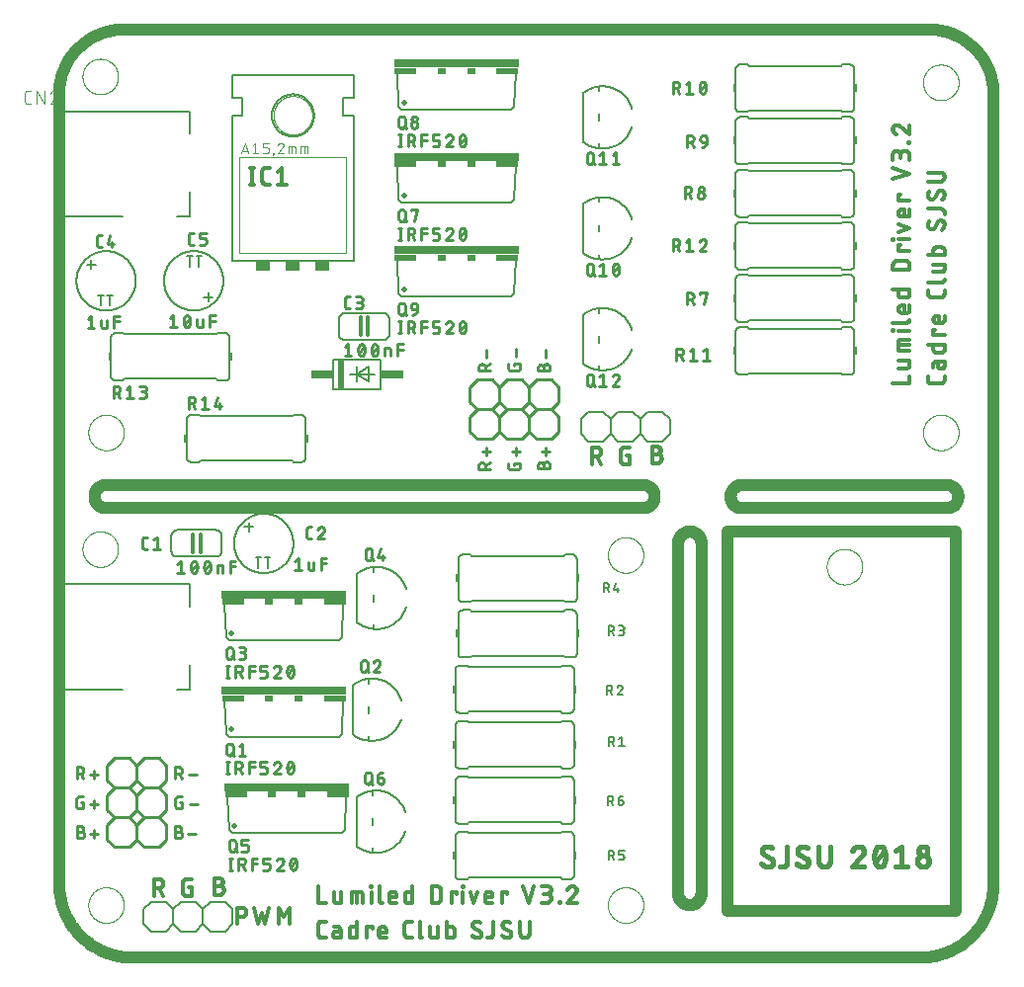
<source format=gto>
G75*
%MOIN*%
%OFA0B0*%
%FSLAX25Y25*%
%IPPOS*%
%LPD*%
%AMOC8*
5,1,8,0,0,1.08239X$1,22.5*
%
%ADD10C,0.00600*%
%ADD11C,0.00000*%
%ADD12C,0.01400*%
%ADD13C,0.04000*%
%ADD14R,0.03898X0.00433*%
%ADD15R,0.03031X0.00433*%
%ADD16R,0.02165X0.00433*%
%ADD17R,0.02598X0.00433*%
%ADD18R,0.03465X0.00433*%
%ADD19R,0.04764X0.00433*%
%ADD20R,0.06496X0.00433*%
%ADD21R,0.05197X0.00433*%
%ADD22R,0.05630X0.00433*%
%ADD23R,0.06929X0.00433*%
%ADD24R,0.06063X0.00433*%
%ADD25R,0.07362X0.00433*%
%ADD26R,0.01732X0.00433*%
%ADD27R,0.00433X0.00433*%
%ADD28R,0.07795X0.00433*%
%ADD29R,0.01299X0.00433*%
%ADD30R,0.00866X0.00433*%
%ADD31R,0.08661X0.00433*%
%ADD32R,0.09961X0.00433*%
%ADD33R,0.11260X0.00433*%
%ADD34R,0.12559X0.00433*%
%ADD35R,0.13425X0.00433*%
%ADD36R,0.14291X0.00433*%
%ADD37R,0.15591X0.00433*%
%ADD38R,0.16024X0.00433*%
%ADD39R,0.17323X0.00433*%
%ADD40R,0.18189X0.00433*%
%ADD41R,0.18622X0.00433*%
%ADD42R,0.19921X0.00433*%
%ADD43R,0.20787X0.00433*%
%ADD44R,0.21220X0.00433*%
%ADD45R,0.22087X0.00433*%
%ADD46R,0.22520X0.00433*%
%ADD47R,0.23386X0.00433*%
%ADD48R,0.24252X0.00433*%
%ADD49R,0.24685X0.00433*%
%ADD50R,0.25551X0.00433*%
%ADD51R,0.26417X0.00433*%
%ADD52R,0.27283X0.00433*%
%ADD53R,0.28150X0.00433*%
%ADD54R,0.28583X0.00433*%
%ADD55R,0.29016X0.00433*%
%ADD56R,0.29449X0.00433*%
%ADD57R,0.30315X0.00433*%
%ADD58R,0.30748X0.00433*%
%ADD59R,0.31181X0.00433*%
%ADD60R,0.32047X0.00433*%
%ADD61R,0.32480X0.00433*%
%ADD62R,0.32913X0.00433*%
%ADD63R,0.33346X0.00433*%
%ADD64R,0.33780X0.00433*%
%ADD65R,0.34213X0.00433*%
%ADD66R,0.35079X0.00433*%
%ADD67R,0.23819X0.00433*%
%ADD68R,0.04331X0.00433*%
%ADD69R,0.20354X0.00433*%
%ADD70R,0.15157X0.00433*%
%ADD71R,0.13858X0.00433*%
%ADD72R,0.12126X0.00433*%
%ADD73R,0.10827X0.00433*%
%ADD74R,0.09094X0.00433*%
%ADD75R,0.08228X0.00433*%
%ADD76R,0.09528X0.00433*%
%ADD77R,0.10394X0.00433*%
%ADD78R,0.11693X0.00433*%
%ADD79R,0.19488X0.00433*%
%ADD80R,0.16890X0.00433*%
%ADD81R,0.21654X0.00433*%
%ADD82R,0.50236X0.00433*%
%ADD83R,0.50669X0.00433*%
%ADD84R,0.49803X0.00433*%
%ADD85R,0.48937X0.00433*%
%ADD86R,0.48071X0.00433*%
%ADD87R,0.47638X0.00433*%
%ADD88R,0.47205X0.00433*%
%ADD89R,0.46339X0.00433*%
%ADD90R,0.45472X0.00433*%
%ADD91R,0.44606X0.00433*%
%ADD92R,0.43740X0.00433*%
%ADD93R,0.42874X0.00433*%
%ADD94R,0.42008X0.00433*%
%ADD95R,0.41142X0.00433*%
%ADD96R,0.40276X0.00433*%
%ADD97R,0.39409X0.00433*%
%ADD98R,0.38543X0.00433*%
%ADD99R,0.37677X0.00433*%
%ADD100R,0.35945X0.00433*%
%ADD101R,0.31614X0.00433*%
%ADD102R,0.29882X0.00433*%
%ADD103R,0.22953X0.00433*%
%ADD104R,0.17756X0.00433*%
%ADD105C,0.01700*%
%ADD106C,0.01200*%
%ADD107C,0.01000*%
%ADD108C,0.00800*%
%ADD109C,0.02000*%
%ADD110R,0.42000X0.03000*%
%ADD111R,0.07500X0.02000*%
%ADD112R,0.03000X0.02000*%
%ADD113C,0.00500*%
%ADD114R,0.01100X0.03000*%
%ADD115C,0.00400*%
%ADD116C,0.00200*%
%ADD117R,0.05000X0.03500*%
%ADD118R,0.02000X0.10000*%
%ADD119R,0.07500X0.03000*%
D10*
X0016811Y0026622D02*
X0016811Y0030559D01*
X0016811Y0140795D01*
X0036496Y0156543D02*
X0203819Y0156543D01*
X0189839Y0140921D02*
X0187339Y0140921D01*
X0186839Y0140421D01*
X0155839Y0140421D01*
X0155339Y0140921D01*
X0152839Y0140921D01*
X0152763Y0140919D01*
X0152687Y0140913D01*
X0152612Y0140904D01*
X0152537Y0140890D01*
X0152463Y0140873D01*
X0152390Y0140852D01*
X0152318Y0140828D01*
X0152247Y0140799D01*
X0152178Y0140768D01*
X0152111Y0140733D01*
X0152046Y0140694D01*
X0151982Y0140652D01*
X0151921Y0140607D01*
X0151862Y0140559D01*
X0151806Y0140508D01*
X0151752Y0140454D01*
X0151701Y0140398D01*
X0151653Y0140339D01*
X0151608Y0140278D01*
X0151566Y0140214D01*
X0151527Y0140149D01*
X0151492Y0140082D01*
X0151461Y0140013D01*
X0151432Y0139942D01*
X0151408Y0139870D01*
X0151387Y0139797D01*
X0151370Y0139723D01*
X0151356Y0139648D01*
X0151347Y0139573D01*
X0151341Y0139497D01*
X0151339Y0139421D01*
X0151339Y0126421D01*
X0151341Y0126345D01*
X0151347Y0126269D01*
X0151356Y0126194D01*
X0151370Y0126119D01*
X0151387Y0126045D01*
X0151408Y0125972D01*
X0151432Y0125900D01*
X0151461Y0125829D01*
X0151492Y0125760D01*
X0151527Y0125693D01*
X0151566Y0125628D01*
X0151608Y0125564D01*
X0151653Y0125503D01*
X0151701Y0125444D01*
X0151752Y0125388D01*
X0151806Y0125334D01*
X0151862Y0125283D01*
X0151921Y0125235D01*
X0151982Y0125190D01*
X0152046Y0125148D01*
X0152111Y0125109D01*
X0152178Y0125074D01*
X0152247Y0125043D01*
X0152318Y0125014D01*
X0152390Y0124990D01*
X0152463Y0124969D01*
X0152537Y0124952D01*
X0152612Y0124938D01*
X0152687Y0124929D01*
X0152763Y0124923D01*
X0152839Y0124921D01*
X0155339Y0124921D01*
X0155839Y0125421D01*
X0186839Y0125421D01*
X0187339Y0124921D01*
X0189839Y0124921D01*
X0189915Y0124923D01*
X0189991Y0124929D01*
X0190066Y0124938D01*
X0190141Y0124952D01*
X0190215Y0124969D01*
X0190288Y0124990D01*
X0190360Y0125014D01*
X0190431Y0125043D01*
X0190500Y0125074D01*
X0190567Y0125109D01*
X0190632Y0125148D01*
X0190696Y0125190D01*
X0190757Y0125235D01*
X0190816Y0125283D01*
X0190872Y0125334D01*
X0190926Y0125388D01*
X0190977Y0125444D01*
X0191025Y0125503D01*
X0191070Y0125564D01*
X0191112Y0125628D01*
X0191151Y0125693D01*
X0191186Y0125760D01*
X0191217Y0125829D01*
X0191246Y0125900D01*
X0191270Y0125972D01*
X0191291Y0126045D01*
X0191308Y0126119D01*
X0191322Y0126194D01*
X0191331Y0126269D01*
X0191337Y0126345D01*
X0191339Y0126421D01*
X0191339Y0139421D01*
X0191337Y0139497D01*
X0191331Y0139573D01*
X0191322Y0139648D01*
X0191308Y0139723D01*
X0191291Y0139797D01*
X0191270Y0139870D01*
X0191246Y0139942D01*
X0191217Y0140013D01*
X0191186Y0140082D01*
X0191151Y0140149D01*
X0191112Y0140214D01*
X0191070Y0140278D01*
X0191025Y0140339D01*
X0190977Y0140398D01*
X0190926Y0140454D01*
X0190872Y0140508D01*
X0190816Y0140559D01*
X0190757Y0140607D01*
X0190696Y0140652D01*
X0190632Y0140694D01*
X0190567Y0140733D01*
X0190500Y0140768D01*
X0190431Y0140799D01*
X0190360Y0140828D01*
X0190288Y0140852D01*
X0190215Y0140873D01*
X0190141Y0140890D01*
X0190066Y0140904D01*
X0189991Y0140913D01*
X0189915Y0140919D01*
X0189839Y0140921D01*
X0189839Y0122220D02*
X0187339Y0122220D01*
X0186839Y0121720D01*
X0155839Y0121720D01*
X0155339Y0122220D01*
X0152839Y0122220D01*
X0152763Y0122218D01*
X0152687Y0122212D01*
X0152612Y0122203D01*
X0152537Y0122189D01*
X0152463Y0122172D01*
X0152390Y0122151D01*
X0152318Y0122127D01*
X0152247Y0122098D01*
X0152178Y0122067D01*
X0152111Y0122032D01*
X0152046Y0121993D01*
X0151982Y0121951D01*
X0151921Y0121906D01*
X0151862Y0121858D01*
X0151806Y0121807D01*
X0151752Y0121753D01*
X0151701Y0121697D01*
X0151653Y0121638D01*
X0151608Y0121577D01*
X0151566Y0121513D01*
X0151527Y0121448D01*
X0151492Y0121381D01*
X0151461Y0121312D01*
X0151432Y0121241D01*
X0151408Y0121169D01*
X0151387Y0121096D01*
X0151370Y0121022D01*
X0151356Y0120947D01*
X0151347Y0120872D01*
X0151341Y0120796D01*
X0151339Y0120720D01*
X0151339Y0107720D01*
X0151341Y0107644D01*
X0151347Y0107568D01*
X0151356Y0107493D01*
X0151370Y0107418D01*
X0151387Y0107344D01*
X0151408Y0107271D01*
X0151432Y0107199D01*
X0151461Y0107128D01*
X0151492Y0107059D01*
X0151527Y0106992D01*
X0151566Y0106927D01*
X0151608Y0106863D01*
X0151653Y0106802D01*
X0151701Y0106743D01*
X0151752Y0106687D01*
X0151806Y0106633D01*
X0151862Y0106582D01*
X0151921Y0106534D01*
X0151982Y0106489D01*
X0152046Y0106447D01*
X0152111Y0106408D01*
X0152178Y0106373D01*
X0152247Y0106342D01*
X0152318Y0106313D01*
X0152390Y0106289D01*
X0152463Y0106268D01*
X0152537Y0106251D01*
X0152612Y0106237D01*
X0152687Y0106228D01*
X0152763Y0106222D01*
X0152839Y0106220D01*
X0155339Y0106220D01*
X0155839Y0106720D01*
X0186839Y0106720D01*
X0187339Y0106220D01*
X0189839Y0106220D01*
X0189915Y0106222D01*
X0189991Y0106228D01*
X0190066Y0106237D01*
X0190141Y0106251D01*
X0190215Y0106268D01*
X0190288Y0106289D01*
X0190360Y0106313D01*
X0190431Y0106342D01*
X0190500Y0106373D01*
X0190567Y0106408D01*
X0190632Y0106447D01*
X0190696Y0106489D01*
X0190757Y0106534D01*
X0190816Y0106582D01*
X0190872Y0106633D01*
X0190926Y0106687D01*
X0190977Y0106743D01*
X0191025Y0106802D01*
X0191070Y0106863D01*
X0191112Y0106927D01*
X0191151Y0106992D01*
X0191186Y0107059D01*
X0191217Y0107128D01*
X0191246Y0107199D01*
X0191270Y0107271D01*
X0191291Y0107344D01*
X0191308Y0107418D01*
X0191322Y0107493D01*
X0191331Y0107568D01*
X0191337Y0107644D01*
X0191339Y0107720D01*
X0191339Y0120720D01*
X0191337Y0120796D01*
X0191331Y0120872D01*
X0191322Y0120947D01*
X0191308Y0121022D01*
X0191291Y0121096D01*
X0191270Y0121169D01*
X0191246Y0121241D01*
X0191217Y0121312D01*
X0191186Y0121381D01*
X0191151Y0121448D01*
X0191112Y0121513D01*
X0191070Y0121577D01*
X0191025Y0121638D01*
X0190977Y0121697D01*
X0190926Y0121753D01*
X0190872Y0121807D01*
X0190816Y0121858D01*
X0190757Y0121906D01*
X0190696Y0121951D01*
X0190632Y0121993D01*
X0190567Y0122032D01*
X0190500Y0122067D01*
X0190431Y0122098D01*
X0190360Y0122127D01*
X0190288Y0122151D01*
X0190215Y0122172D01*
X0190141Y0122189D01*
X0190066Y0122203D01*
X0189991Y0122212D01*
X0189915Y0122218D01*
X0189839Y0122220D01*
X0188854Y0103520D02*
X0186354Y0103520D01*
X0185854Y0103020D01*
X0154854Y0103020D01*
X0154354Y0103520D01*
X0151854Y0103520D01*
X0151778Y0103518D01*
X0151702Y0103512D01*
X0151627Y0103503D01*
X0151552Y0103489D01*
X0151478Y0103472D01*
X0151405Y0103451D01*
X0151333Y0103427D01*
X0151262Y0103398D01*
X0151193Y0103367D01*
X0151126Y0103332D01*
X0151061Y0103293D01*
X0150997Y0103251D01*
X0150936Y0103206D01*
X0150877Y0103158D01*
X0150821Y0103107D01*
X0150767Y0103053D01*
X0150716Y0102997D01*
X0150668Y0102938D01*
X0150623Y0102877D01*
X0150581Y0102813D01*
X0150542Y0102748D01*
X0150507Y0102681D01*
X0150476Y0102612D01*
X0150447Y0102541D01*
X0150423Y0102469D01*
X0150402Y0102396D01*
X0150385Y0102322D01*
X0150371Y0102247D01*
X0150362Y0102172D01*
X0150356Y0102096D01*
X0150354Y0102020D01*
X0150354Y0089020D01*
X0150356Y0088944D01*
X0150362Y0088868D01*
X0150371Y0088793D01*
X0150385Y0088718D01*
X0150402Y0088644D01*
X0150423Y0088571D01*
X0150447Y0088499D01*
X0150476Y0088428D01*
X0150507Y0088359D01*
X0150542Y0088292D01*
X0150581Y0088227D01*
X0150623Y0088163D01*
X0150668Y0088102D01*
X0150716Y0088043D01*
X0150767Y0087987D01*
X0150821Y0087933D01*
X0150877Y0087882D01*
X0150936Y0087834D01*
X0150997Y0087789D01*
X0151061Y0087747D01*
X0151126Y0087708D01*
X0151193Y0087673D01*
X0151262Y0087642D01*
X0151333Y0087613D01*
X0151405Y0087589D01*
X0151478Y0087568D01*
X0151552Y0087551D01*
X0151627Y0087537D01*
X0151702Y0087528D01*
X0151778Y0087522D01*
X0151854Y0087520D01*
X0154354Y0087520D01*
X0154854Y0088020D01*
X0185854Y0088020D01*
X0186354Y0087520D01*
X0188854Y0087520D01*
X0188930Y0087522D01*
X0189006Y0087528D01*
X0189081Y0087537D01*
X0189156Y0087551D01*
X0189230Y0087568D01*
X0189303Y0087589D01*
X0189375Y0087613D01*
X0189446Y0087642D01*
X0189515Y0087673D01*
X0189582Y0087708D01*
X0189647Y0087747D01*
X0189711Y0087789D01*
X0189772Y0087834D01*
X0189831Y0087882D01*
X0189887Y0087933D01*
X0189941Y0087987D01*
X0189992Y0088043D01*
X0190040Y0088102D01*
X0190085Y0088163D01*
X0190127Y0088227D01*
X0190166Y0088292D01*
X0190201Y0088359D01*
X0190232Y0088428D01*
X0190261Y0088499D01*
X0190285Y0088571D01*
X0190306Y0088644D01*
X0190323Y0088718D01*
X0190337Y0088793D01*
X0190346Y0088868D01*
X0190352Y0088944D01*
X0190354Y0089020D01*
X0190354Y0102020D01*
X0190352Y0102096D01*
X0190346Y0102172D01*
X0190337Y0102247D01*
X0190323Y0102322D01*
X0190306Y0102396D01*
X0190285Y0102469D01*
X0190261Y0102541D01*
X0190232Y0102612D01*
X0190201Y0102681D01*
X0190166Y0102748D01*
X0190127Y0102813D01*
X0190085Y0102877D01*
X0190040Y0102938D01*
X0189992Y0102997D01*
X0189941Y0103053D01*
X0189887Y0103107D01*
X0189831Y0103158D01*
X0189772Y0103206D01*
X0189711Y0103251D01*
X0189647Y0103293D01*
X0189582Y0103332D01*
X0189515Y0103367D01*
X0189446Y0103398D01*
X0189375Y0103427D01*
X0189303Y0103451D01*
X0189230Y0103472D01*
X0189156Y0103489D01*
X0189081Y0103503D01*
X0189006Y0103512D01*
X0188930Y0103518D01*
X0188854Y0103520D01*
X0188854Y0084819D02*
X0186354Y0084819D01*
X0185854Y0084319D01*
X0154854Y0084319D01*
X0154354Y0084819D01*
X0151854Y0084819D01*
X0151778Y0084817D01*
X0151702Y0084811D01*
X0151627Y0084802D01*
X0151552Y0084788D01*
X0151478Y0084771D01*
X0151405Y0084750D01*
X0151333Y0084726D01*
X0151262Y0084697D01*
X0151193Y0084666D01*
X0151126Y0084631D01*
X0151061Y0084592D01*
X0150997Y0084550D01*
X0150936Y0084505D01*
X0150877Y0084457D01*
X0150821Y0084406D01*
X0150767Y0084352D01*
X0150716Y0084296D01*
X0150668Y0084237D01*
X0150623Y0084176D01*
X0150581Y0084112D01*
X0150542Y0084047D01*
X0150507Y0083980D01*
X0150476Y0083911D01*
X0150447Y0083840D01*
X0150423Y0083768D01*
X0150402Y0083695D01*
X0150385Y0083621D01*
X0150371Y0083546D01*
X0150362Y0083471D01*
X0150356Y0083395D01*
X0150354Y0083319D01*
X0150354Y0070319D01*
X0150356Y0070243D01*
X0150362Y0070167D01*
X0150371Y0070092D01*
X0150385Y0070017D01*
X0150402Y0069943D01*
X0150423Y0069870D01*
X0150447Y0069798D01*
X0150476Y0069727D01*
X0150507Y0069658D01*
X0150542Y0069591D01*
X0150581Y0069526D01*
X0150623Y0069462D01*
X0150668Y0069401D01*
X0150716Y0069342D01*
X0150767Y0069286D01*
X0150821Y0069232D01*
X0150877Y0069181D01*
X0150936Y0069133D01*
X0150997Y0069088D01*
X0151061Y0069046D01*
X0151126Y0069007D01*
X0151193Y0068972D01*
X0151262Y0068941D01*
X0151333Y0068912D01*
X0151405Y0068888D01*
X0151478Y0068867D01*
X0151552Y0068850D01*
X0151627Y0068836D01*
X0151702Y0068827D01*
X0151778Y0068821D01*
X0151854Y0068819D01*
X0154354Y0068819D01*
X0154854Y0069319D01*
X0185854Y0069319D01*
X0186354Y0068819D01*
X0188854Y0068819D01*
X0188930Y0068821D01*
X0189006Y0068827D01*
X0189081Y0068836D01*
X0189156Y0068850D01*
X0189230Y0068867D01*
X0189303Y0068888D01*
X0189375Y0068912D01*
X0189446Y0068941D01*
X0189515Y0068972D01*
X0189582Y0069007D01*
X0189647Y0069046D01*
X0189711Y0069088D01*
X0189772Y0069133D01*
X0189831Y0069181D01*
X0189887Y0069232D01*
X0189941Y0069286D01*
X0189992Y0069342D01*
X0190040Y0069401D01*
X0190085Y0069462D01*
X0190127Y0069526D01*
X0190166Y0069591D01*
X0190201Y0069658D01*
X0190232Y0069727D01*
X0190261Y0069798D01*
X0190285Y0069870D01*
X0190306Y0069943D01*
X0190323Y0070017D01*
X0190337Y0070092D01*
X0190346Y0070167D01*
X0190352Y0070243D01*
X0190354Y0070319D01*
X0190354Y0083319D01*
X0190352Y0083395D01*
X0190346Y0083471D01*
X0190337Y0083546D01*
X0190323Y0083621D01*
X0190306Y0083695D01*
X0190285Y0083768D01*
X0190261Y0083840D01*
X0190232Y0083911D01*
X0190201Y0083980D01*
X0190166Y0084047D01*
X0190127Y0084112D01*
X0190085Y0084176D01*
X0190040Y0084237D01*
X0189992Y0084296D01*
X0189941Y0084352D01*
X0189887Y0084406D01*
X0189831Y0084457D01*
X0189772Y0084505D01*
X0189711Y0084550D01*
X0189647Y0084592D01*
X0189582Y0084631D01*
X0189515Y0084666D01*
X0189446Y0084697D01*
X0189375Y0084726D01*
X0189303Y0084750D01*
X0189230Y0084771D01*
X0189156Y0084788D01*
X0189081Y0084802D01*
X0189006Y0084811D01*
X0188930Y0084817D01*
X0188854Y0084819D01*
X0188854Y0066118D02*
X0186354Y0066118D01*
X0185854Y0065618D01*
X0154854Y0065618D01*
X0154354Y0066118D01*
X0151854Y0066118D01*
X0151778Y0066116D01*
X0151702Y0066110D01*
X0151627Y0066101D01*
X0151552Y0066087D01*
X0151478Y0066070D01*
X0151405Y0066049D01*
X0151333Y0066025D01*
X0151262Y0065996D01*
X0151193Y0065965D01*
X0151126Y0065930D01*
X0151061Y0065891D01*
X0150997Y0065849D01*
X0150936Y0065804D01*
X0150877Y0065756D01*
X0150821Y0065705D01*
X0150767Y0065651D01*
X0150716Y0065595D01*
X0150668Y0065536D01*
X0150623Y0065475D01*
X0150581Y0065411D01*
X0150542Y0065346D01*
X0150507Y0065279D01*
X0150476Y0065210D01*
X0150447Y0065139D01*
X0150423Y0065067D01*
X0150402Y0064994D01*
X0150385Y0064920D01*
X0150371Y0064845D01*
X0150362Y0064770D01*
X0150356Y0064694D01*
X0150354Y0064618D01*
X0150354Y0051618D01*
X0150356Y0051542D01*
X0150362Y0051466D01*
X0150371Y0051391D01*
X0150385Y0051316D01*
X0150402Y0051242D01*
X0150423Y0051169D01*
X0150447Y0051097D01*
X0150476Y0051026D01*
X0150507Y0050957D01*
X0150542Y0050890D01*
X0150581Y0050825D01*
X0150623Y0050761D01*
X0150668Y0050700D01*
X0150716Y0050641D01*
X0150767Y0050585D01*
X0150821Y0050531D01*
X0150877Y0050480D01*
X0150936Y0050432D01*
X0150997Y0050387D01*
X0151061Y0050345D01*
X0151126Y0050306D01*
X0151193Y0050271D01*
X0151262Y0050240D01*
X0151333Y0050211D01*
X0151405Y0050187D01*
X0151478Y0050166D01*
X0151552Y0050149D01*
X0151627Y0050135D01*
X0151702Y0050126D01*
X0151778Y0050120D01*
X0151854Y0050118D01*
X0154354Y0050118D01*
X0154854Y0050618D01*
X0185854Y0050618D01*
X0186354Y0050118D01*
X0188854Y0050118D01*
X0188930Y0050120D01*
X0189006Y0050126D01*
X0189081Y0050135D01*
X0189156Y0050149D01*
X0189230Y0050166D01*
X0189303Y0050187D01*
X0189375Y0050211D01*
X0189446Y0050240D01*
X0189515Y0050271D01*
X0189582Y0050306D01*
X0189647Y0050345D01*
X0189711Y0050387D01*
X0189772Y0050432D01*
X0189831Y0050480D01*
X0189887Y0050531D01*
X0189941Y0050585D01*
X0189992Y0050641D01*
X0190040Y0050700D01*
X0190085Y0050761D01*
X0190127Y0050825D01*
X0190166Y0050890D01*
X0190201Y0050957D01*
X0190232Y0051026D01*
X0190261Y0051097D01*
X0190285Y0051169D01*
X0190306Y0051242D01*
X0190323Y0051316D01*
X0190337Y0051391D01*
X0190346Y0051466D01*
X0190352Y0051542D01*
X0190354Y0051618D01*
X0190354Y0064618D01*
X0190352Y0064694D01*
X0190346Y0064770D01*
X0190337Y0064845D01*
X0190323Y0064920D01*
X0190306Y0064994D01*
X0190285Y0065067D01*
X0190261Y0065139D01*
X0190232Y0065210D01*
X0190201Y0065279D01*
X0190166Y0065346D01*
X0190127Y0065411D01*
X0190085Y0065475D01*
X0190040Y0065536D01*
X0189992Y0065595D01*
X0189941Y0065651D01*
X0189887Y0065705D01*
X0189831Y0065756D01*
X0189772Y0065804D01*
X0189711Y0065849D01*
X0189647Y0065891D01*
X0189582Y0065930D01*
X0189515Y0065965D01*
X0189446Y0065996D01*
X0189375Y0066025D01*
X0189303Y0066049D01*
X0189230Y0066070D01*
X0189156Y0066087D01*
X0189081Y0066101D01*
X0189006Y0066110D01*
X0188930Y0066116D01*
X0188854Y0066118D01*
X0188854Y0047417D02*
X0186354Y0047417D01*
X0185854Y0046917D01*
X0154854Y0046917D01*
X0154354Y0047417D01*
X0151854Y0047417D01*
X0151778Y0047415D01*
X0151702Y0047409D01*
X0151627Y0047400D01*
X0151552Y0047386D01*
X0151478Y0047369D01*
X0151405Y0047348D01*
X0151333Y0047324D01*
X0151262Y0047295D01*
X0151193Y0047264D01*
X0151126Y0047229D01*
X0151061Y0047190D01*
X0150997Y0047148D01*
X0150936Y0047103D01*
X0150877Y0047055D01*
X0150821Y0047004D01*
X0150767Y0046950D01*
X0150716Y0046894D01*
X0150668Y0046835D01*
X0150623Y0046774D01*
X0150581Y0046710D01*
X0150542Y0046645D01*
X0150507Y0046578D01*
X0150476Y0046509D01*
X0150447Y0046438D01*
X0150423Y0046366D01*
X0150402Y0046293D01*
X0150385Y0046219D01*
X0150371Y0046144D01*
X0150362Y0046069D01*
X0150356Y0045993D01*
X0150354Y0045917D01*
X0150354Y0032917D01*
X0150356Y0032841D01*
X0150362Y0032765D01*
X0150371Y0032690D01*
X0150385Y0032615D01*
X0150402Y0032541D01*
X0150423Y0032468D01*
X0150447Y0032396D01*
X0150476Y0032325D01*
X0150507Y0032256D01*
X0150542Y0032189D01*
X0150581Y0032124D01*
X0150623Y0032060D01*
X0150668Y0031999D01*
X0150716Y0031940D01*
X0150767Y0031884D01*
X0150821Y0031830D01*
X0150877Y0031779D01*
X0150936Y0031731D01*
X0150997Y0031686D01*
X0151061Y0031644D01*
X0151126Y0031605D01*
X0151193Y0031570D01*
X0151262Y0031539D01*
X0151333Y0031510D01*
X0151405Y0031486D01*
X0151478Y0031465D01*
X0151552Y0031448D01*
X0151627Y0031434D01*
X0151702Y0031425D01*
X0151778Y0031419D01*
X0151854Y0031417D01*
X0154354Y0031417D01*
X0154854Y0031917D01*
X0185854Y0031917D01*
X0186354Y0031417D01*
X0188854Y0031417D01*
X0188930Y0031419D01*
X0189006Y0031425D01*
X0189081Y0031434D01*
X0189156Y0031448D01*
X0189230Y0031465D01*
X0189303Y0031486D01*
X0189375Y0031510D01*
X0189446Y0031539D01*
X0189515Y0031570D01*
X0189582Y0031605D01*
X0189647Y0031644D01*
X0189711Y0031686D01*
X0189772Y0031731D01*
X0189831Y0031779D01*
X0189887Y0031830D01*
X0189941Y0031884D01*
X0189992Y0031940D01*
X0190040Y0031999D01*
X0190085Y0032060D01*
X0190127Y0032124D01*
X0190166Y0032189D01*
X0190201Y0032256D01*
X0190232Y0032325D01*
X0190261Y0032396D01*
X0190285Y0032468D01*
X0190306Y0032541D01*
X0190323Y0032615D01*
X0190337Y0032690D01*
X0190346Y0032765D01*
X0190352Y0032841D01*
X0190354Y0032917D01*
X0190354Y0045917D01*
X0190352Y0045993D01*
X0190346Y0046069D01*
X0190337Y0046144D01*
X0190323Y0046219D01*
X0190306Y0046293D01*
X0190285Y0046366D01*
X0190261Y0046438D01*
X0190232Y0046509D01*
X0190201Y0046578D01*
X0190166Y0046645D01*
X0190127Y0046710D01*
X0190085Y0046774D01*
X0190040Y0046835D01*
X0189992Y0046894D01*
X0189941Y0046950D01*
X0189887Y0047004D01*
X0189831Y0047055D01*
X0189772Y0047103D01*
X0189711Y0047148D01*
X0189647Y0047190D01*
X0189582Y0047229D01*
X0189515Y0047264D01*
X0189446Y0047295D01*
X0189375Y0047324D01*
X0189303Y0047348D01*
X0189230Y0047369D01*
X0189156Y0047386D01*
X0189081Y0047400D01*
X0189006Y0047409D01*
X0188930Y0047415D01*
X0188854Y0047417D01*
X0113083Y0048024D02*
X0113583Y0059524D01*
X0113083Y0048024D02*
X0112083Y0047024D01*
X0075083Y0047024D01*
X0074083Y0048024D01*
X0073583Y0059524D01*
X0074098Y0079504D02*
X0073098Y0080504D01*
X0072598Y0092004D01*
X0074098Y0079504D02*
X0111098Y0079504D01*
X0112098Y0080504D01*
X0112598Y0092004D01*
X0111098Y0111984D02*
X0074098Y0111984D01*
X0073098Y0112984D01*
X0072598Y0124484D01*
X0069571Y0140232D02*
X0056571Y0140232D01*
X0056484Y0140234D01*
X0056397Y0140240D01*
X0056310Y0140249D01*
X0056224Y0140262D01*
X0056138Y0140279D01*
X0056053Y0140300D01*
X0055970Y0140325D01*
X0055887Y0140353D01*
X0055806Y0140384D01*
X0055726Y0140419D01*
X0055648Y0140458D01*
X0055571Y0140500D01*
X0055496Y0140545D01*
X0055424Y0140594D01*
X0055353Y0140645D01*
X0055285Y0140700D01*
X0055220Y0140757D01*
X0055157Y0140818D01*
X0055096Y0140881D01*
X0055039Y0140946D01*
X0054984Y0141014D01*
X0054933Y0141085D01*
X0054884Y0141157D01*
X0054839Y0141232D01*
X0054797Y0141309D01*
X0054758Y0141387D01*
X0054723Y0141467D01*
X0054692Y0141548D01*
X0054664Y0141631D01*
X0054639Y0141714D01*
X0054618Y0141799D01*
X0054601Y0141885D01*
X0054588Y0141971D01*
X0054579Y0142058D01*
X0054573Y0142145D01*
X0054571Y0142232D01*
X0054571Y0147232D01*
X0054573Y0147319D01*
X0054579Y0147406D01*
X0054588Y0147493D01*
X0054601Y0147579D01*
X0054618Y0147665D01*
X0054639Y0147750D01*
X0054664Y0147833D01*
X0054692Y0147916D01*
X0054723Y0147997D01*
X0054758Y0148077D01*
X0054797Y0148155D01*
X0054839Y0148232D01*
X0054884Y0148307D01*
X0054933Y0148379D01*
X0054984Y0148450D01*
X0055039Y0148518D01*
X0055096Y0148583D01*
X0055157Y0148646D01*
X0055220Y0148707D01*
X0055285Y0148764D01*
X0055353Y0148819D01*
X0055424Y0148870D01*
X0055496Y0148919D01*
X0055571Y0148964D01*
X0055648Y0149006D01*
X0055726Y0149045D01*
X0055806Y0149080D01*
X0055887Y0149111D01*
X0055970Y0149139D01*
X0056053Y0149164D01*
X0056138Y0149185D01*
X0056224Y0149202D01*
X0056310Y0149215D01*
X0056397Y0149224D01*
X0056484Y0149230D01*
X0056571Y0149232D01*
X0069571Y0149232D01*
X0069658Y0149230D01*
X0069745Y0149224D01*
X0069832Y0149215D01*
X0069918Y0149202D01*
X0070004Y0149185D01*
X0070089Y0149164D01*
X0070172Y0149139D01*
X0070255Y0149111D01*
X0070336Y0149080D01*
X0070416Y0149045D01*
X0070494Y0149006D01*
X0070571Y0148964D01*
X0070646Y0148919D01*
X0070718Y0148870D01*
X0070789Y0148819D01*
X0070857Y0148764D01*
X0070922Y0148707D01*
X0070985Y0148646D01*
X0071046Y0148583D01*
X0071103Y0148518D01*
X0071158Y0148450D01*
X0071209Y0148379D01*
X0071258Y0148307D01*
X0071303Y0148232D01*
X0071345Y0148155D01*
X0071384Y0148077D01*
X0071419Y0147997D01*
X0071450Y0147916D01*
X0071478Y0147833D01*
X0071503Y0147750D01*
X0071524Y0147665D01*
X0071541Y0147579D01*
X0071554Y0147493D01*
X0071563Y0147406D01*
X0071569Y0147319D01*
X0071571Y0147232D01*
X0071571Y0142232D01*
X0071569Y0142145D01*
X0071563Y0142058D01*
X0071554Y0141971D01*
X0071541Y0141885D01*
X0071524Y0141799D01*
X0071503Y0141714D01*
X0071478Y0141631D01*
X0071450Y0141548D01*
X0071419Y0141467D01*
X0071384Y0141387D01*
X0071345Y0141309D01*
X0071303Y0141232D01*
X0071258Y0141157D01*
X0071209Y0141085D01*
X0071158Y0141014D01*
X0071103Y0140946D01*
X0071046Y0140881D01*
X0070985Y0140818D01*
X0070922Y0140757D01*
X0070857Y0140700D01*
X0070789Y0140645D01*
X0070718Y0140594D01*
X0070646Y0140545D01*
X0070571Y0140500D01*
X0070494Y0140458D01*
X0070416Y0140419D01*
X0070336Y0140384D01*
X0070255Y0140353D01*
X0070172Y0140325D01*
X0070089Y0140300D01*
X0070004Y0140279D01*
X0069918Y0140262D01*
X0069832Y0140249D01*
X0069745Y0140240D01*
X0069658Y0140234D01*
X0069571Y0140232D01*
X0079209Y0150232D02*
X0082209Y0150232D01*
X0080709Y0148732D02*
X0080709Y0151732D01*
X0075709Y0144732D02*
X0075712Y0144977D01*
X0075721Y0145223D01*
X0075736Y0145468D01*
X0075757Y0145712D01*
X0075784Y0145956D01*
X0075817Y0146199D01*
X0075856Y0146442D01*
X0075901Y0146683D01*
X0075952Y0146923D01*
X0076009Y0147162D01*
X0076071Y0147399D01*
X0076140Y0147635D01*
X0076214Y0147869D01*
X0076294Y0148101D01*
X0076379Y0148331D01*
X0076470Y0148559D01*
X0076567Y0148784D01*
X0076669Y0149008D01*
X0076777Y0149228D01*
X0076890Y0149446D01*
X0077008Y0149661D01*
X0077132Y0149873D01*
X0077260Y0150082D01*
X0077394Y0150288D01*
X0077533Y0150490D01*
X0077677Y0150689D01*
X0077826Y0150884D01*
X0077979Y0151076D01*
X0078137Y0151264D01*
X0078299Y0151448D01*
X0078467Y0151627D01*
X0078638Y0151803D01*
X0078814Y0151974D01*
X0078993Y0152142D01*
X0079177Y0152304D01*
X0079365Y0152462D01*
X0079557Y0152615D01*
X0079752Y0152764D01*
X0079951Y0152908D01*
X0080153Y0153047D01*
X0080359Y0153181D01*
X0080568Y0153309D01*
X0080780Y0153433D01*
X0080995Y0153551D01*
X0081213Y0153664D01*
X0081433Y0153772D01*
X0081657Y0153874D01*
X0081882Y0153971D01*
X0082110Y0154062D01*
X0082340Y0154147D01*
X0082572Y0154227D01*
X0082806Y0154301D01*
X0083042Y0154370D01*
X0083279Y0154432D01*
X0083518Y0154489D01*
X0083758Y0154540D01*
X0083999Y0154585D01*
X0084242Y0154624D01*
X0084485Y0154657D01*
X0084729Y0154684D01*
X0084973Y0154705D01*
X0085218Y0154720D01*
X0085464Y0154729D01*
X0085709Y0154732D01*
X0085954Y0154729D01*
X0086200Y0154720D01*
X0086445Y0154705D01*
X0086689Y0154684D01*
X0086933Y0154657D01*
X0087176Y0154624D01*
X0087419Y0154585D01*
X0087660Y0154540D01*
X0087900Y0154489D01*
X0088139Y0154432D01*
X0088376Y0154370D01*
X0088612Y0154301D01*
X0088846Y0154227D01*
X0089078Y0154147D01*
X0089308Y0154062D01*
X0089536Y0153971D01*
X0089761Y0153874D01*
X0089985Y0153772D01*
X0090205Y0153664D01*
X0090423Y0153551D01*
X0090638Y0153433D01*
X0090850Y0153309D01*
X0091059Y0153181D01*
X0091265Y0153047D01*
X0091467Y0152908D01*
X0091666Y0152764D01*
X0091861Y0152615D01*
X0092053Y0152462D01*
X0092241Y0152304D01*
X0092425Y0152142D01*
X0092604Y0151974D01*
X0092780Y0151803D01*
X0092951Y0151627D01*
X0093119Y0151448D01*
X0093281Y0151264D01*
X0093439Y0151076D01*
X0093592Y0150884D01*
X0093741Y0150689D01*
X0093885Y0150490D01*
X0094024Y0150288D01*
X0094158Y0150082D01*
X0094286Y0149873D01*
X0094410Y0149661D01*
X0094528Y0149446D01*
X0094641Y0149228D01*
X0094749Y0149008D01*
X0094851Y0148784D01*
X0094948Y0148559D01*
X0095039Y0148331D01*
X0095124Y0148101D01*
X0095204Y0147869D01*
X0095278Y0147635D01*
X0095347Y0147399D01*
X0095409Y0147162D01*
X0095466Y0146923D01*
X0095517Y0146683D01*
X0095562Y0146442D01*
X0095601Y0146199D01*
X0095634Y0145956D01*
X0095661Y0145712D01*
X0095682Y0145468D01*
X0095697Y0145223D01*
X0095706Y0144977D01*
X0095709Y0144732D01*
X0095706Y0144487D01*
X0095697Y0144241D01*
X0095682Y0143996D01*
X0095661Y0143752D01*
X0095634Y0143508D01*
X0095601Y0143265D01*
X0095562Y0143022D01*
X0095517Y0142781D01*
X0095466Y0142541D01*
X0095409Y0142302D01*
X0095347Y0142065D01*
X0095278Y0141829D01*
X0095204Y0141595D01*
X0095124Y0141363D01*
X0095039Y0141133D01*
X0094948Y0140905D01*
X0094851Y0140680D01*
X0094749Y0140456D01*
X0094641Y0140236D01*
X0094528Y0140018D01*
X0094410Y0139803D01*
X0094286Y0139591D01*
X0094158Y0139382D01*
X0094024Y0139176D01*
X0093885Y0138974D01*
X0093741Y0138775D01*
X0093592Y0138580D01*
X0093439Y0138388D01*
X0093281Y0138200D01*
X0093119Y0138016D01*
X0092951Y0137837D01*
X0092780Y0137661D01*
X0092604Y0137490D01*
X0092425Y0137322D01*
X0092241Y0137160D01*
X0092053Y0137002D01*
X0091861Y0136849D01*
X0091666Y0136700D01*
X0091467Y0136556D01*
X0091265Y0136417D01*
X0091059Y0136283D01*
X0090850Y0136155D01*
X0090638Y0136031D01*
X0090423Y0135913D01*
X0090205Y0135800D01*
X0089985Y0135692D01*
X0089761Y0135590D01*
X0089536Y0135493D01*
X0089308Y0135402D01*
X0089078Y0135317D01*
X0088846Y0135237D01*
X0088612Y0135163D01*
X0088376Y0135094D01*
X0088139Y0135032D01*
X0087900Y0134975D01*
X0087660Y0134924D01*
X0087419Y0134879D01*
X0087176Y0134840D01*
X0086933Y0134807D01*
X0086689Y0134780D01*
X0086445Y0134759D01*
X0086200Y0134744D01*
X0085954Y0134735D01*
X0085709Y0134732D01*
X0085464Y0134735D01*
X0085218Y0134744D01*
X0084973Y0134759D01*
X0084729Y0134780D01*
X0084485Y0134807D01*
X0084242Y0134840D01*
X0083999Y0134879D01*
X0083758Y0134924D01*
X0083518Y0134975D01*
X0083279Y0135032D01*
X0083042Y0135094D01*
X0082806Y0135163D01*
X0082572Y0135237D01*
X0082340Y0135317D01*
X0082110Y0135402D01*
X0081882Y0135493D01*
X0081657Y0135590D01*
X0081433Y0135692D01*
X0081213Y0135800D01*
X0080995Y0135913D01*
X0080780Y0136031D01*
X0080568Y0136155D01*
X0080359Y0136283D01*
X0080153Y0136417D01*
X0079951Y0136556D01*
X0079752Y0136700D01*
X0079557Y0136849D01*
X0079365Y0137002D01*
X0079177Y0137160D01*
X0078993Y0137322D01*
X0078814Y0137490D01*
X0078638Y0137661D01*
X0078467Y0137837D01*
X0078299Y0138016D01*
X0078137Y0138200D01*
X0077979Y0138388D01*
X0077826Y0138580D01*
X0077677Y0138775D01*
X0077533Y0138974D01*
X0077394Y0139176D01*
X0077260Y0139382D01*
X0077132Y0139591D01*
X0077008Y0139803D01*
X0076890Y0140018D01*
X0076777Y0140236D01*
X0076669Y0140456D01*
X0076567Y0140680D01*
X0076470Y0140905D01*
X0076379Y0141133D01*
X0076294Y0141363D01*
X0076214Y0141595D01*
X0076140Y0141829D01*
X0076071Y0142065D01*
X0076009Y0142302D01*
X0075952Y0142541D01*
X0075901Y0142781D01*
X0075856Y0143022D01*
X0075817Y0143265D01*
X0075784Y0143508D01*
X0075757Y0143752D01*
X0075736Y0143996D01*
X0075721Y0144241D01*
X0075712Y0144487D01*
X0075709Y0144732D01*
X0063803Y0172165D02*
X0061303Y0172165D01*
X0061227Y0172167D01*
X0061151Y0172173D01*
X0061076Y0172182D01*
X0061001Y0172196D01*
X0060927Y0172213D01*
X0060854Y0172234D01*
X0060782Y0172258D01*
X0060711Y0172287D01*
X0060642Y0172318D01*
X0060575Y0172353D01*
X0060510Y0172392D01*
X0060446Y0172434D01*
X0060385Y0172479D01*
X0060326Y0172527D01*
X0060270Y0172578D01*
X0060216Y0172632D01*
X0060165Y0172688D01*
X0060117Y0172747D01*
X0060072Y0172808D01*
X0060030Y0172872D01*
X0059991Y0172937D01*
X0059956Y0173004D01*
X0059925Y0173073D01*
X0059896Y0173144D01*
X0059872Y0173216D01*
X0059851Y0173289D01*
X0059834Y0173363D01*
X0059820Y0173438D01*
X0059811Y0173513D01*
X0059805Y0173589D01*
X0059803Y0173665D01*
X0059803Y0186665D01*
X0059805Y0186741D01*
X0059811Y0186817D01*
X0059820Y0186892D01*
X0059834Y0186967D01*
X0059851Y0187041D01*
X0059872Y0187114D01*
X0059896Y0187186D01*
X0059925Y0187257D01*
X0059956Y0187326D01*
X0059991Y0187393D01*
X0060030Y0187458D01*
X0060072Y0187522D01*
X0060117Y0187583D01*
X0060165Y0187642D01*
X0060216Y0187698D01*
X0060270Y0187752D01*
X0060326Y0187803D01*
X0060385Y0187851D01*
X0060446Y0187896D01*
X0060510Y0187938D01*
X0060575Y0187977D01*
X0060642Y0188012D01*
X0060711Y0188043D01*
X0060782Y0188072D01*
X0060854Y0188096D01*
X0060927Y0188117D01*
X0061001Y0188134D01*
X0061076Y0188148D01*
X0061151Y0188157D01*
X0061227Y0188163D01*
X0061303Y0188165D01*
X0063803Y0188165D01*
X0064303Y0187665D01*
X0095303Y0187665D01*
X0095803Y0188165D01*
X0098303Y0188165D01*
X0098379Y0188163D01*
X0098455Y0188157D01*
X0098530Y0188148D01*
X0098605Y0188134D01*
X0098679Y0188117D01*
X0098752Y0188096D01*
X0098824Y0188072D01*
X0098895Y0188043D01*
X0098964Y0188012D01*
X0099031Y0187977D01*
X0099096Y0187938D01*
X0099160Y0187896D01*
X0099221Y0187851D01*
X0099280Y0187803D01*
X0099336Y0187752D01*
X0099390Y0187698D01*
X0099441Y0187642D01*
X0099489Y0187583D01*
X0099534Y0187522D01*
X0099576Y0187458D01*
X0099615Y0187393D01*
X0099650Y0187326D01*
X0099681Y0187257D01*
X0099710Y0187186D01*
X0099734Y0187114D01*
X0099755Y0187041D01*
X0099772Y0186967D01*
X0099786Y0186892D01*
X0099795Y0186817D01*
X0099801Y0186741D01*
X0099803Y0186665D01*
X0099803Y0173665D01*
X0099801Y0173589D01*
X0099795Y0173513D01*
X0099786Y0173438D01*
X0099772Y0173363D01*
X0099755Y0173289D01*
X0099734Y0173216D01*
X0099710Y0173144D01*
X0099681Y0173073D01*
X0099650Y0173004D01*
X0099615Y0172937D01*
X0099576Y0172872D01*
X0099534Y0172808D01*
X0099489Y0172747D01*
X0099441Y0172688D01*
X0099390Y0172632D01*
X0099336Y0172578D01*
X0099280Y0172527D01*
X0099221Y0172479D01*
X0099160Y0172434D01*
X0099096Y0172392D01*
X0099031Y0172353D01*
X0098964Y0172318D01*
X0098895Y0172287D01*
X0098824Y0172258D01*
X0098752Y0172234D01*
X0098679Y0172213D01*
X0098605Y0172196D01*
X0098530Y0172182D01*
X0098455Y0172173D01*
X0098379Y0172167D01*
X0098303Y0172165D01*
X0095803Y0172165D01*
X0095303Y0172665D01*
X0064303Y0172665D01*
X0063803Y0172165D01*
X0070213Y0199724D02*
X0072713Y0199724D01*
X0072789Y0199726D01*
X0072865Y0199732D01*
X0072940Y0199741D01*
X0073015Y0199755D01*
X0073089Y0199772D01*
X0073162Y0199793D01*
X0073234Y0199817D01*
X0073305Y0199846D01*
X0073374Y0199877D01*
X0073441Y0199912D01*
X0073506Y0199951D01*
X0073570Y0199993D01*
X0073631Y0200038D01*
X0073690Y0200086D01*
X0073746Y0200137D01*
X0073800Y0200191D01*
X0073851Y0200247D01*
X0073899Y0200306D01*
X0073944Y0200367D01*
X0073986Y0200431D01*
X0074025Y0200496D01*
X0074060Y0200563D01*
X0074091Y0200632D01*
X0074120Y0200703D01*
X0074144Y0200775D01*
X0074165Y0200848D01*
X0074182Y0200922D01*
X0074196Y0200997D01*
X0074205Y0201072D01*
X0074211Y0201148D01*
X0074213Y0201224D01*
X0074213Y0214224D01*
X0074211Y0214300D01*
X0074205Y0214376D01*
X0074196Y0214451D01*
X0074182Y0214526D01*
X0074165Y0214600D01*
X0074144Y0214673D01*
X0074120Y0214745D01*
X0074091Y0214816D01*
X0074060Y0214885D01*
X0074025Y0214952D01*
X0073986Y0215017D01*
X0073944Y0215081D01*
X0073899Y0215142D01*
X0073851Y0215201D01*
X0073800Y0215257D01*
X0073746Y0215311D01*
X0073690Y0215362D01*
X0073631Y0215410D01*
X0073570Y0215455D01*
X0073506Y0215497D01*
X0073441Y0215536D01*
X0073374Y0215571D01*
X0073305Y0215602D01*
X0073234Y0215631D01*
X0073162Y0215655D01*
X0073089Y0215676D01*
X0073015Y0215693D01*
X0072940Y0215707D01*
X0072865Y0215716D01*
X0072789Y0215722D01*
X0072713Y0215724D01*
X0070213Y0215724D01*
X0069713Y0215224D01*
X0038713Y0215224D01*
X0038213Y0215724D01*
X0035713Y0215724D01*
X0035637Y0215722D01*
X0035561Y0215716D01*
X0035486Y0215707D01*
X0035411Y0215693D01*
X0035337Y0215676D01*
X0035264Y0215655D01*
X0035192Y0215631D01*
X0035121Y0215602D01*
X0035052Y0215571D01*
X0034985Y0215536D01*
X0034920Y0215497D01*
X0034856Y0215455D01*
X0034795Y0215410D01*
X0034736Y0215362D01*
X0034680Y0215311D01*
X0034626Y0215257D01*
X0034575Y0215201D01*
X0034527Y0215142D01*
X0034482Y0215081D01*
X0034440Y0215017D01*
X0034401Y0214952D01*
X0034366Y0214885D01*
X0034335Y0214816D01*
X0034306Y0214745D01*
X0034282Y0214673D01*
X0034261Y0214600D01*
X0034244Y0214526D01*
X0034230Y0214451D01*
X0034221Y0214376D01*
X0034215Y0214300D01*
X0034213Y0214224D01*
X0034213Y0201224D01*
X0034215Y0201148D01*
X0034221Y0201072D01*
X0034230Y0200997D01*
X0034244Y0200922D01*
X0034261Y0200848D01*
X0034282Y0200775D01*
X0034306Y0200703D01*
X0034335Y0200632D01*
X0034366Y0200563D01*
X0034401Y0200496D01*
X0034440Y0200431D01*
X0034482Y0200367D01*
X0034527Y0200306D01*
X0034575Y0200247D01*
X0034626Y0200191D01*
X0034680Y0200137D01*
X0034736Y0200086D01*
X0034795Y0200038D01*
X0034856Y0199993D01*
X0034920Y0199951D01*
X0034985Y0199912D01*
X0035052Y0199877D01*
X0035121Y0199846D01*
X0035192Y0199817D01*
X0035264Y0199793D01*
X0035337Y0199772D01*
X0035411Y0199755D01*
X0035486Y0199741D01*
X0035561Y0199732D01*
X0035637Y0199726D01*
X0035713Y0199724D01*
X0038213Y0199724D01*
X0038713Y0200224D01*
X0069713Y0200224D01*
X0070213Y0199724D01*
X0067087Y0226315D02*
X0067087Y0229315D01*
X0065587Y0227815D02*
X0068587Y0227815D01*
X0052087Y0233315D02*
X0052090Y0233560D01*
X0052099Y0233806D01*
X0052114Y0234051D01*
X0052135Y0234295D01*
X0052162Y0234539D01*
X0052195Y0234782D01*
X0052234Y0235025D01*
X0052279Y0235266D01*
X0052330Y0235506D01*
X0052387Y0235745D01*
X0052449Y0235982D01*
X0052518Y0236218D01*
X0052592Y0236452D01*
X0052672Y0236684D01*
X0052757Y0236914D01*
X0052848Y0237142D01*
X0052945Y0237367D01*
X0053047Y0237591D01*
X0053155Y0237811D01*
X0053268Y0238029D01*
X0053386Y0238244D01*
X0053510Y0238456D01*
X0053638Y0238665D01*
X0053772Y0238871D01*
X0053911Y0239073D01*
X0054055Y0239272D01*
X0054204Y0239467D01*
X0054357Y0239659D01*
X0054515Y0239847D01*
X0054677Y0240031D01*
X0054845Y0240210D01*
X0055016Y0240386D01*
X0055192Y0240557D01*
X0055371Y0240725D01*
X0055555Y0240887D01*
X0055743Y0241045D01*
X0055935Y0241198D01*
X0056130Y0241347D01*
X0056329Y0241491D01*
X0056531Y0241630D01*
X0056737Y0241764D01*
X0056946Y0241892D01*
X0057158Y0242016D01*
X0057373Y0242134D01*
X0057591Y0242247D01*
X0057811Y0242355D01*
X0058035Y0242457D01*
X0058260Y0242554D01*
X0058488Y0242645D01*
X0058718Y0242730D01*
X0058950Y0242810D01*
X0059184Y0242884D01*
X0059420Y0242953D01*
X0059657Y0243015D01*
X0059896Y0243072D01*
X0060136Y0243123D01*
X0060377Y0243168D01*
X0060620Y0243207D01*
X0060863Y0243240D01*
X0061107Y0243267D01*
X0061351Y0243288D01*
X0061596Y0243303D01*
X0061842Y0243312D01*
X0062087Y0243315D01*
X0062332Y0243312D01*
X0062578Y0243303D01*
X0062823Y0243288D01*
X0063067Y0243267D01*
X0063311Y0243240D01*
X0063554Y0243207D01*
X0063797Y0243168D01*
X0064038Y0243123D01*
X0064278Y0243072D01*
X0064517Y0243015D01*
X0064754Y0242953D01*
X0064990Y0242884D01*
X0065224Y0242810D01*
X0065456Y0242730D01*
X0065686Y0242645D01*
X0065914Y0242554D01*
X0066139Y0242457D01*
X0066363Y0242355D01*
X0066583Y0242247D01*
X0066801Y0242134D01*
X0067016Y0242016D01*
X0067228Y0241892D01*
X0067437Y0241764D01*
X0067643Y0241630D01*
X0067845Y0241491D01*
X0068044Y0241347D01*
X0068239Y0241198D01*
X0068431Y0241045D01*
X0068619Y0240887D01*
X0068803Y0240725D01*
X0068982Y0240557D01*
X0069158Y0240386D01*
X0069329Y0240210D01*
X0069497Y0240031D01*
X0069659Y0239847D01*
X0069817Y0239659D01*
X0069970Y0239467D01*
X0070119Y0239272D01*
X0070263Y0239073D01*
X0070402Y0238871D01*
X0070536Y0238665D01*
X0070664Y0238456D01*
X0070788Y0238244D01*
X0070906Y0238029D01*
X0071019Y0237811D01*
X0071127Y0237591D01*
X0071229Y0237367D01*
X0071326Y0237142D01*
X0071417Y0236914D01*
X0071502Y0236684D01*
X0071582Y0236452D01*
X0071656Y0236218D01*
X0071725Y0235982D01*
X0071787Y0235745D01*
X0071844Y0235506D01*
X0071895Y0235266D01*
X0071940Y0235025D01*
X0071979Y0234782D01*
X0072012Y0234539D01*
X0072039Y0234295D01*
X0072060Y0234051D01*
X0072075Y0233806D01*
X0072084Y0233560D01*
X0072087Y0233315D01*
X0072084Y0233070D01*
X0072075Y0232824D01*
X0072060Y0232579D01*
X0072039Y0232335D01*
X0072012Y0232091D01*
X0071979Y0231848D01*
X0071940Y0231605D01*
X0071895Y0231364D01*
X0071844Y0231124D01*
X0071787Y0230885D01*
X0071725Y0230648D01*
X0071656Y0230412D01*
X0071582Y0230178D01*
X0071502Y0229946D01*
X0071417Y0229716D01*
X0071326Y0229488D01*
X0071229Y0229263D01*
X0071127Y0229039D01*
X0071019Y0228819D01*
X0070906Y0228601D01*
X0070788Y0228386D01*
X0070664Y0228174D01*
X0070536Y0227965D01*
X0070402Y0227759D01*
X0070263Y0227557D01*
X0070119Y0227358D01*
X0069970Y0227163D01*
X0069817Y0226971D01*
X0069659Y0226783D01*
X0069497Y0226599D01*
X0069329Y0226420D01*
X0069158Y0226244D01*
X0068982Y0226073D01*
X0068803Y0225905D01*
X0068619Y0225743D01*
X0068431Y0225585D01*
X0068239Y0225432D01*
X0068044Y0225283D01*
X0067845Y0225139D01*
X0067643Y0225000D01*
X0067437Y0224866D01*
X0067228Y0224738D01*
X0067016Y0224614D01*
X0066801Y0224496D01*
X0066583Y0224383D01*
X0066363Y0224275D01*
X0066139Y0224173D01*
X0065914Y0224076D01*
X0065686Y0223985D01*
X0065456Y0223900D01*
X0065224Y0223820D01*
X0064990Y0223746D01*
X0064754Y0223677D01*
X0064517Y0223615D01*
X0064278Y0223558D01*
X0064038Y0223507D01*
X0063797Y0223462D01*
X0063554Y0223423D01*
X0063311Y0223390D01*
X0063067Y0223363D01*
X0062823Y0223342D01*
X0062578Y0223327D01*
X0062332Y0223318D01*
X0062087Y0223315D01*
X0061842Y0223318D01*
X0061596Y0223327D01*
X0061351Y0223342D01*
X0061107Y0223363D01*
X0060863Y0223390D01*
X0060620Y0223423D01*
X0060377Y0223462D01*
X0060136Y0223507D01*
X0059896Y0223558D01*
X0059657Y0223615D01*
X0059420Y0223677D01*
X0059184Y0223746D01*
X0058950Y0223820D01*
X0058718Y0223900D01*
X0058488Y0223985D01*
X0058260Y0224076D01*
X0058035Y0224173D01*
X0057811Y0224275D01*
X0057591Y0224383D01*
X0057373Y0224496D01*
X0057158Y0224614D01*
X0056946Y0224738D01*
X0056737Y0224866D01*
X0056531Y0225000D01*
X0056329Y0225139D01*
X0056130Y0225283D01*
X0055935Y0225432D01*
X0055743Y0225585D01*
X0055555Y0225743D01*
X0055371Y0225905D01*
X0055192Y0226073D01*
X0055016Y0226244D01*
X0054845Y0226420D01*
X0054677Y0226599D01*
X0054515Y0226783D01*
X0054357Y0226971D01*
X0054204Y0227163D01*
X0054055Y0227358D01*
X0053911Y0227557D01*
X0053772Y0227759D01*
X0053638Y0227965D01*
X0053510Y0228174D01*
X0053386Y0228386D01*
X0053268Y0228601D01*
X0053155Y0228819D01*
X0053047Y0229039D01*
X0052945Y0229263D01*
X0052848Y0229488D01*
X0052757Y0229716D01*
X0052672Y0229946D01*
X0052592Y0230178D01*
X0052518Y0230412D01*
X0052449Y0230648D01*
X0052387Y0230885D01*
X0052330Y0231124D01*
X0052279Y0231364D01*
X0052234Y0231605D01*
X0052195Y0231848D01*
X0052162Y0232091D01*
X0052135Y0232335D01*
X0052114Y0232579D01*
X0052099Y0232824D01*
X0052090Y0233070D01*
X0052087Y0233315D01*
X0022559Y0233315D02*
X0022562Y0233560D01*
X0022571Y0233806D01*
X0022586Y0234051D01*
X0022607Y0234295D01*
X0022634Y0234539D01*
X0022667Y0234782D01*
X0022706Y0235025D01*
X0022751Y0235266D01*
X0022802Y0235506D01*
X0022859Y0235745D01*
X0022921Y0235982D01*
X0022990Y0236218D01*
X0023064Y0236452D01*
X0023144Y0236684D01*
X0023229Y0236914D01*
X0023320Y0237142D01*
X0023417Y0237367D01*
X0023519Y0237591D01*
X0023627Y0237811D01*
X0023740Y0238029D01*
X0023858Y0238244D01*
X0023982Y0238456D01*
X0024110Y0238665D01*
X0024244Y0238871D01*
X0024383Y0239073D01*
X0024527Y0239272D01*
X0024676Y0239467D01*
X0024829Y0239659D01*
X0024987Y0239847D01*
X0025149Y0240031D01*
X0025317Y0240210D01*
X0025488Y0240386D01*
X0025664Y0240557D01*
X0025843Y0240725D01*
X0026027Y0240887D01*
X0026215Y0241045D01*
X0026407Y0241198D01*
X0026602Y0241347D01*
X0026801Y0241491D01*
X0027003Y0241630D01*
X0027209Y0241764D01*
X0027418Y0241892D01*
X0027630Y0242016D01*
X0027845Y0242134D01*
X0028063Y0242247D01*
X0028283Y0242355D01*
X0028507Y0242457D01*
X0028732Y0242554D01*
X0028960Y0242645D01*
X0029190Y0242730D01*
X0029422Y0242810D01*
X0029656Y0242884D01*
X0029892Y0242953D01*
X0030129Y0243015D01*
X0030368Y0243072D01*
X0030608Y0243123D01*
X0030849Y0243168D01*
X0031092Y0243207D01*
X0031335Y0243240D01*
X0031579Y0243267D01*
X0031823Y0243288D01*
X0032068Y0243303D01*
X0032314Y0243312D01*
X0032559Y0243315D01*
X0032804Y0243312D01*
X0033050Y0243303D01*
X0033295Y0243288D01*
X0033539Y0243267D01*
X0033783Y0243240D01*
X0034026Y0243207D01*
X0034269Y0243168D01*
X0034510Y0243123D01*
X0034750Y0243072D01*
X0034989Y0243015D01*
X0035226Y0242953D01*
X0035462Y0242884D01*
X0035696Y0242810D01*
X0035928Y0242730D01*
X0036158Y0242645D01*
X0036386Y0242554D01*
X0036611Y0242457D01*
X0036835Y0242355D01*
X0037055Y0242247D01*
X0037273Y0242134D01*
X0037488Y0242016D01*
X0037700Y0241892D01*
X0037909Y0241764D01*
X0038115Y0241630D01*
X0038317Y0241491D01*
X0038516Y0241347D01*
X0038711Y0241198D01*
X0038903Y0241045D01*
X0039091Y0240887D01*
X0039275Y0240725D01*
X0039454Y0240557D01*
X0039630Y0240386D01*
X0039801Y0240210D01*
X0039969Y0240031D01*
X0040131Y0239847D01*
X0040289Y0239659D01*
X0040442Y0239467D01*
X0040591Y0239272D01*
X0040735Y0239073D01*
X0040874Y0238871D01*
X0041008Y0238665D01*
X0041136Y0238456D01*
X0041260Y0238244D01*
X0041378Y0238029D01*
X0041491Y0237811D01*
X0041599Y0237591D01*
X0041701Y0237367D01*
X0041798Y0237142D01*
X0041889Y0236914D01*
X0041974Y0236684D01*
X0042054Y0236452D01*
X0042128Y0236218D01*
X0042197Y0235982D01*
X0042259Y0235745D01*
X0042316Y0235506D01*
X0042367Y0235266D01*
X0042412Y0235025D01*
X0042451Y0234782D01*
X0042484Y0234539D01*
X0042511Y0234295D01*
X0042532Y0234051D01*
X0042547Y0233806D01*
X0042556Y0233560D01*
X0042559Y0233315D01*
X0042556Y0233070D01*
X0042547Y0232824D01*
X0042532Y0232579D01*
X0042511Y0232335D01*
X0042484Y0232091D01*
X0042451Y0231848D01*
X0042412Y0231605D01*
X0042367Y0231364D01*
X0042316Y0231124D01*
X0042259Y0230885D01*
X0042197Y0230648D01*
X0042128Y0230412D01*
X0042054Y0230178D01*
X0041974Y0229946D01*
X0041889Y0229716D01*
X0041798Y0229488D01*
X0041701Y0229263D01*
X0041599Y0229039D01*
X0041491Y0228819D01*
X0041378Y0228601D01*
X0041260Y0228386D01*
X0041136Y0228174D01*
X0041008Y0227965D01*
X0040874Y0227759D01*
X0040735Y0227557D01*
X0040591Y0227358D01*
X0040442Y0227163D01*
X0040289Y0226971D01*
X0040131Y0226783D01*
X0039969Y0226599D01*
X0039801Y0226420D01*
X0039630Y0226244D01*
X0039454Y0226073D01*
X0039275Y0225905D01*
X0039091Y0225743D01*
X0038903Y0225585D01*
X0038711Y0225432D01*
X0038516Y0225283D01*
X0038317Y0225139D01*
X0038115Y0225000D01*
X0037909Y0224866D01*
X0037700Y0224738D01*
X0037488Y0224614D01*
X0037273Y0224496D01*
X0037055Y0224383D01*
X0036835Y0224275D01*
X0036611Y0224173D01*
X0036386Y0224076D01*
X0036158Y0223985D01*
X0035928Y0223900D01*
X0035696Y0223820D01*
X0035462Y0223746D01*
X0035226Y0223677D01*
X0034989Y0223615D01*
X0034750Y0223558D01*
X0034510Y0223507D01*
X0034269Y0223462D01*
X0034026Y0223423D01*
X0033783Y0223390D01*
X0033539Y0223363D01*
X0033295Y0223342D01*
X0033050Y0223327D01*
X0032804Y0223318D01*
X0032559Y0223315D01*
X0032314Y0223318D01*
X0032068Y0223327D01*
X0031823Y0223342D01*
X0031579Y0223363D01*
X0031335Y0223390D01*
X0031092Y0223423D01*
X0030849Y0223462D01*
X0030608Y0223507D01*
X0030368Y0223558D01*
X0030129Y0223615D01*
X0029892Y0223677D01*
X0029656Y0223746D01*
X0029422Y0223820D01*
X0029190Y0223900D01*
X0028960Y0223985D01*
X0028732Y0224076D01*
X0028507Y0224173D01*
X0028283Y0224275D01*
X0028063Y0224383D01*
X0027845Y0224496D01*
X0027630Y0224614D01*
X0027418Y0224738D01*
X0027209Y0224866D01*
X0027003Y0225000D01*
X0026801Y0225139D01*
X0026602Y0225283D01*
X0026407Y0225432D01*
X0026215Y0225585D01*
X0026027Y0225743D01*
X0025843Y0225905D01*
X0025664Y0226073D01*
X0025488Y0226244D01*
X0025317Y0226420D01*
X0025149Y0226599D01*
X0024987Y0226783D01*
X0024829Y0226971D01*
X0024676Y0227163D01*
X0024527Y0227358D01*
X0024383Y0227557D01*
X0024244Y0227759D01*
X0024110Y0227965D01*
X0023982Y0228174D01*
X0023858Y0228386D01*
X0023740Y0228601D01*
X0023627Y0228819D01*
X0023519Y0229039D01*
X0023417Y0229263D01*
X0023320Y0229488D01*
X0023229Y0229716D01*
X0023144Y0229946D01*
X0023064Y0230178D01*
X0022990Y0230412D01*
X0022921Y0230648D01*
X0022859Y0230885D01*
X0022802Y0231124D01*
X0022751Y0231364D01*
X0022706Y0231605D01*
X0022667Y0231848D01*
X0022634Y0232091D01*
X0022607Y0232335D01*
X0022586Y0232579D01*
X0022571Y0232824D01*
X0022562Y0233070D01*
X0022559Y0233315D01*
X0027559Y0237315D02*
X0027559Y0240315D01*
X0029059Y0238815D02*
X0026059Y0238815D01*
X0075051Y0240126D02*
X0075051Y0289126D01*
X0078551Y0289126D01*
X0078551Y0295126D01*
X0075051Y0295126D01*
X0075051Y0302626D01*
X0116051Y0302626D01*
X0116051Y0295126D01*
X0112551Y0295126D01*
X0112551Y0289126D01*
X0116051Y0289126D01*
X0116051Y0240126D01*
X0075051Y0240126D01*
X0111039Y0220434D02*
X0111039Y0215434D01*
X0111041Y0215347D01*
X0111047Y0215260D01*
X0111056Y0215173D01*
X0111069Y0215087D01*
X0111086Y0215001D01*
X0111107Y0214916D01*
X0111132Y0214833D01*
X0111160Y0214750D01*
X0111191Y0214669D01*
X0111226Y0214589D01*
X0111265Y0214511D01*
X0111307Y0214434D01*
X0111352Y0214359D01*
X0111401Y0214287D01*
X0111452Y0214216D01*
X0111507Y0214148D01*
X0111564Y0214083D01*
X0111625Y0214020D01*
X0111688Y0213959D01*
X0111753Y0213902D01*
X0111821Y0213847D01*
X0111892Y0213796D01*
X0111964Y0213747D01*
X0112039Y0213702D01*
X0112116Y0213660D01*
X0112194Y0213621D01*
X0112274Y0213586D01*
X0112355Y0213555D01*
X0112438Y0213527D01*
X0112521Y0213502D01*
X0112606Y0213481D01*
X0112692Y0213464D01*
X0112778Y0213451D01*
X0112865Y0213442D01*
X0112952Y0213436D01*
X0113039Y0213434D01*
X0126039Y0213434D01*
X0126126Y0213436D01*
X0126213Y0213442D01*
X0126300Y0213451D01*
X0126386Y0213464D01*
X0126472Y0213481D01*
X0126557Y0213502D01*
X0126640Y0213527D01*
X0126723Y0213555D01*
X0126804Y0213586D01*
X0126884Y0213621D01*
X0126962Y0213660D01*
X0127039Y0213702D01*
X0127114Y0213747D01*
X0127186Y0213796D01*
X0127257Y0213847D01*
X0127325Y0213902D01*
X0127390Y0213959D01*
X0127453Y0214020D01*
X0127514Y0214083D01*
X0127571Y0214148D01*
X0127626Y0214216D01*
X0127677Y0214287D01*
X0127726Y0214359D01*
X0127771Y0214434D01*
X0127813Y0214511D01*
X0127852Y0214589D01*
X0127887Y0214669D01*
X0127918Y0214750D01*
X0127946Y0214833D01*
X0127971Y0214916D01*
X0127992Y0215001D01*
X0128009Y0215087D01*
X0128022Y0215173D01*
X0128031Y0215260D01*
X0128037Y0215347D01*
X0128039Y0215434D01*
X0128039Y0220434D01*
X0128037Y0220521D01*
X0128031Y0220608D01*
X0128022Y0220695D01*
X0128009Y0220781D01*
X0127992Y0220867D01*
X0127971Y0220952D01*
X0127946Y0221035D01*
X0127918Y0221118D01*
X0127887Y0221199D01*
X0127852Y0221279D01*
X0127813Y0221357D01*
X0127771Y0221434D01*
X0127726Y0221509D01*
X0127677Y0221581D01*
X0127626Y0221652D01*
X0127571Y0221720D01*
X0127514Y0221785D01*
X0127453Y0221848D01*
X0127390Y0221909D01*
X0127325Y0221966D01*
X0127257Y0222021D01*
X0127186Y0222072D01*
X0127114Y0222121D01*
X0127039Y0222166D01*
X0126962Y0222208D01*
X0126884Y0222247D01*
X0126804Y0222282D01*
X0126723Y0222313D01*
X0126640Y0222341D01*
X0126557Y0222366D01*
X0126472Y0222387D01*
X0126386Y0222404D01*
X0126300Y0222417D01*
X0126213Y0222426D01*
X0126126Y0222432D01*
X0126039Y0222434D01*
X0113039Y0222434D01*
X0112952Y0222432D01*
X0112865Y0222426D01*
X0112778Y0222417D01*
X0112692Y0222404D01*
X0112606Y0222387D01*
X0112521Y0222366D01*
X0112438Y0222341D01*
X0112355Y0222313D01*
X0112274Y0222282D01*
X0112194Y0222247D01*
X0112116Y0222208D01*
X0112039Y0222166D01*
X0111964Y0222121D01*
X0111892Y0222072D01*
X0111821Y0222021D01*
X0111753Y0221966D01*
X0111688Y0221909D01*
X0111625Y0221848D01*
X0111564Y0221785D01*
X0111507Y0221720D01*
X0111452Y0221652D01*
X0111401Y0221581D01*
X0111352Y0221509D01*
X0111307Y0221434D01*
X0111265Y0221357D01*
X0111226Y0221279D01*
X0111191Y0221199D01*
X0111160Y0221118D01*
X0111132Y0221035D01*
X0111107Y0220952D01*
X0111086Y0220867D01*
X0111069Y0220781D01*
X0111056Y0220695D01*
X0111047Y0220608D01*
X0111041Y0220521D01*
X0111039Y0220434D01*
X0109205Y0206819D02*
X0109205Y0196819D01*
X0125205Y0196819D01*
X0125205Y0206819D01*
X0109205Y0206819D01*
X0114705Y0201819D02*
X0117205Y0201819D01*
X0117205Y0199319D01*
X0117205Y0201819D02*
X0117205Y0204319D01*
X0117205Y0201819D02*
X0121205Y0204319D01*
X0121205Y0199319D01*
X0117205Y0201819D01*
X0123205Y0201819D01*
X0132169Y0228126D02*
X0131169Y0229126D01*
X0130669Y0240626D01*
X0132169Y0228126D02*
X0169169Y0228126D01*
X0170169Y0229126D01*
X0170669Y0240626D01*
X0169169Y0259622D02*
X0132169Y0259622D01*
X0131169Y0260622D01*
X0130669Y0272122D01*
X0132169Y0291118D02*
X0131169Y0292118D01*
X0130669Y0303618D01*
X0132169Y0291118D02*
X0169169Y0291118D01*
X0170169Y0292118D01*
X0170669Y0303618D01*
X0170669Y0272122D02*
X0170169Y0260622D01*
X0169169Y0259622D01*
X0195256Y0189102D02*
X0192756Y0186602D01*
X0192756Y0181602D01*
X0195256Y0179102D01*
X0200256Y0179102D01*
X0202756Y0181602D01*
X0205256Y0179102D01*
X0210256Y0179102D01*
X0212756Y0181602D01*
X0215256Y0179102D01*
X0220256Y0179102D01*
X0222756Y0181602D01*
X0222756Y0186602D01*
X0220256Y0189102D01*
X0215256Y0189102D01*
X0212756Y0186602D01*
X0212756Y0181602D01*
X0212756Y0186602D02*
X0210256Y0189102D01*
X0205256Y0189102D01*
X0202756Y0186602D01*
X0202756Y0181602D01*
X0202756Y0186602D02*
X0200256Y0189102D01*
X0195256Y0189102D01*
X0244843Y0203193D02*
X0244843Y0216193D01*
X0244845Y0216269D01*
X0244851Y0216345D01*
X0244860Y0216420D01*
X0244874Y0216495D01*
X0244891Y0216569D01*
X0244912Y0216642D01*
X0244936Y0216714D01*
X0244965Y0216785D01*
X0244996Y0216854D01*
X0245031Y0216921D01*
X0245070Y0216986D01*
X0245112Y0217050D01*
X0245157Y0217111D01*
X0245205Y0217170D01*
X0245256Y0217226D01*
X0245310Y0217280D01*
X0245366Y0217331D01*
X0245425Y0217379D01*
X0245486Y0217424D01*
X0245550Y0217466D01*
X0245615Y0217505D01*
X0245682Y0217540D01*
X0245751Y0217571D01*
X0245822Y0217600D01*
X0245894Y0217624D01*
X0245967Y0217645D01*
X0246041Y0217662D01*
X0246116Y0217676D01*
X0246191Y0217685D01*
X0246267Y0217691D01*
X0246343Y0217693D01*
X0248843Y0217693D01*
X0249343Y0217193D01*
X0280343Y0217193D01*
X0280843Y0217693D01*
X0283343Y0217693D01*
X0283419Y0217691D01*
X0283495Y0217685D01*
X0283570Y0217676D01*
X0283645Y0217662D01*
X0283719Y0217645D01*
X0283792Y0217624D01*
X0283864Y0217600D01*
X0283935Y0217571D01*
X0284004Y0217540D01*
X0284071Y0217505D01*
X0284136Y0217466D01*
X0284200Y0217424D01*
X0284261Y0217379D01*
X0284320Y0217331D01*
X0284376Y0217280D01*
X0284430Y0217226D01*
X0284481Y0217170D01*
X0284529Y0217111D01*
X0284574Y0217050D01*
X0284616Y0216986D01*
X0284655Y0216921D01*
X0284690Y0216854D01*
X0284721Y0216785D01*
X0284750Y0216714D01*
X0284774Y0216642D01*
X0284795Y0216569D01*
X0284812Y0216495D01*
X0284826Y0216420D01*
X0284835Y0216345D01*
X0284841Y0216269D01*
X0284843Y0216193D01*
X0284843Y0203193D01*
X0284841Y0203117D01*
X0284835Y0203041D01*
X0284826Y0202966D01*
X0284812Y0202891D01*
X0284795Y0202817D01*
X0284774Y0202744D01*
X0284750Y0202672D01*
X0284721Y0202601D01*
X0284690Y0202532D01*
X0284655Y0202465D01*
X0284616Y0202400D01*
X0284574Y0202336D01*
X0284529Y0202275D01*
X0284481Y0202216D01*
X0284430Y0202160D01*
X0284376Y0202106D01*
X0284320Y0202055D01*
X0284261Y0202007D01*
X0284200Y0201962D01*
X0284136Y0201920D01*
X0284071Y0201881D01*
X0284004Y0201846D01*
X0283935Y0201815D01*
X0283864Y0201786D01*
X0283792Y0201762D01*
X0283719Y0201741D01*
X0283645Y0201724D01*
X0283570Y0201710D01*
X0283495Y0201701D01*
X0283419Y0201695D01*
X0283343Y0201693D01*
X0280843Y0201693D01*
X0280343Y0202193D01*
X0249343Y0202193D01*
X0248843Y0201693D01*
X0246343Y0201693D01*
X0246267Y0201695D01*
X0246191Y0201701D01*
X0246116Y0201710D01*
X0246041Y0201724D01*
X0245967Y0201741D01*
X0245894Y0201762D01*
X0245822Y0201786D01*
X0245751Y0201815D01*
X0245682Y0201846D01*
X0245615Y0201881D01*
X0245550Y0201920D01*
X0245486Y0201962D01*
X0245425Y0202007D01*
X0245366Y0202055D01*
X0245310Y0202106D01*
X0245256Y0202160D01*
X0245205Y0202216D01*
X0245157Y0202275D01*
X0245112Y0202336D01*
X0245070Y0202400D01*
X0245031Y0202465D01*
X0244996Y0202532D01*
X0244965Y0202601D01*
X0244936Y0202672D01*
X0244912Y0202744D01*
X0244891Y0202817D01*
X0244874Y0202891D01*
X0244860Y0202966D01*
X0244851Y0203041D01*
X0244845Y0203117D01*
X0244843Y0203193D01*
X0246343Y0219409D02*
X0248843Y0219409D01*
X0249343Y0219909D01*
X0280343Y0219909D01*
X0280843Y0219409D01*
X0283343Y0219409D01*
X0283419Y0219411D01*
X0283495Y0219417D01*
X0283570Y0219426D01*
X0283645Y0219440D01*
X0283719Y0219457D01*
X0283792Y0219478D01*
X0283864Y0219502D01*
X0283935Y0219531D01*
X0284004Y0219562D01*
X0284071Y0219597D01*
X0284136Y0219636D01*
X0284200Y0219678D01*
X0284261Y0219723D01*
X0284320Y0219771D01*
X0284376Y0219822D01*
X0284430Y0219876D01*
X0284481Y0219932D01*
X0284529Y0219991D01*
X0284574Y0220052D01*
X0284616Y0220116D01*
X0284655Y0220181D01*
X0284690Y0220248D01*
X0284721Y0220317D01*
X0284750Y0220388D01*
X0284774Y0220460D01*
X0284795Y0220533D01*
X0284812Y0220607D01*
X0284826Y0220682D01*
X0284835Y0220757D01*
X0284841Y0220833D01*
X0284843Y0220909D01*
X0284843Y0233909D01*
X0284841Y0233985D01*
X0284835Y0234061D01*
X0284826Y0234136D01*
X0284812Y0234211D01*
X0284795Y0234285D01*
X0284774Y0234358D01*
X0284750Y0234430D01*
X0284721Y0234501D01*
X0284690Y0234570D01*
X0284655Y0234637D01*
X0284616Y0234702D01*
X0284574Y0234766D01*
X0284529Y0234827D01*
X0284481Y0234886D01*
X0284430Y0234942D01*
X0284376Y0234996D01*
X0284320Y0235047D01*
X0284261Y0235095D01*
X0284200Y0235140D01*
X0284136Y0235182D01*
X0284071Y0235221D01*
X0284004Y0235256D01*
X0283935Y0235287D01*
X0283864Y0235316D01*
X0283792Y0235340D01*
X0283719Y0235361D01*
X0283645Y0235378D01*
X0283570Y0235392D01*
X0283495Y0235401D01*
X0283419Y0235407D01*
X0283343Y0235409D01*
X0280843Y0235409D01*
X0280343Y0234909D01*
X0249343Y0234909D01*
X0248843Y0235409D01*
X0246343Y0235409D01*
X0246267Y0235407D01*
X0246191Y0235401D01*
X0246116Y0235392D01*
X0246041Y0235378D01*
X0245967Y0235361D01*
X0245894Y0235340D01*
X0245822Y0235316D01*
X0245751Y0235287D01*
X0245682Y0235256D01*
X0245615Y0235221D01*
X0245550Y0235182D01*
X0245486Y0235140D01*
X0245425Y0235095D01*
X0245366Y0235047D01*
X0245310Y0234996D01*
X0245256Y0234942D01*
X0245205Y0234886D01*
X0245157Y0234827D01*
X0245112Y0234766D01*
X0245070Y0234702D01*
X0245031Y0234637D01*
X0244996Y0234570D01*
X0244965Y0234501D01*
X0244936Y0234430D01*
X0244912Y0234358D01*
X0244891Y0234285D01*
X0244874Y0234211D01*
X0244860Y0234136D01*
X0244851Y0234061D01*
X0244845Y0233985D01*
X0244843Y0233909D01*
X0244843Y0220909D01*
X0244845Y0220833D01*
X0244851Y0220757D01*
X0244860Y0220682D01*
X0244874Y0220607D01*
X0244891Y0220533D01*
X0244912Y0220460D01*
X0244936Y0220388D01*
X0244965Y0220317D01*
X0244996Y0220248D01*
X0245031Y0220181D01*
X0245070Y0220116D01*
X0245112Y0220052D01*
X0245157Y0219991D01*
X0245205Y0219932D01*
X0245256Y0219876D01*
X0245310Y0219822D01*
X0245366Y0219771D01*
X0245425Y0219723D01*
X0245486Y0219678D01*
X0245550Y0219636D01*
X0245615Y0219597D01*
X0245682Y0219562D01*
X0245751Y0219531D01*
X0245822Y0219502D01*
X0245894Y0219478D01*
X0245967Y0219457D01*
X0246041Y0219440D01*
X0246116Y0219426D01*
X0246191Y0219417D01*
X0246267Y0219411D01*
X0246343Y0219409D01*
X0246343Y0237126D02*
X0248843Y0237126D01*
X0249343Y0237626D01*
X0280343Y0237626D01*
X0280843Y0237126D01*
X0283343Y0237126D01*
X0283419Y0237128D01*
X0283495Y0237134D01*
X0283570Y0237143D01*
X0283645Y0237157D01*
X0283719Y0237174D01*
X0283792Y0237195D01*
X0283864Y0237219D01*
X0283935Y0237248D01*
X0284004Y0237279D01*
X0284071Y0237314D01*
X0284136Y0237353D01*
X0284200Y0237395D01*
X0284261Y0237440D01*
X0284320Y0237488D01*
X0284376Y0237539D01*
X0284430Y0237593D01*
X0284481Y0237649D01*
X0284529Y0237708D01*
X0284574Y0237769D01*
X0284616Y0237833D01*
X0284655Y0237898D01*
X0284690Y0237965D01*
X0284721Y0238034D01*
X0284750Y0238105D01*
X0284774Y0238177D01*
X0284795Y0238250D01*
X0284812Y0238324D01*
X0284826Y0238399D01*
X0284835Y0238474D01*
X0284841Y0238550D01*
X0284843Y0238626D01*
X0284843Y0251626D01*
X0284841Y0251702D01*
X0284835Y0251778D01*
X0284826Y0251853D01*
X0284812Y0251928D01*
X0284795Y0252002D01*
X0284774Y0252075D01*
X0284750Y0252147D01*
X0284721Y0252218D01*
X0284690Y0252287D01*
X0284655Y0252354D01*
X0284616Y0252419D01*
X0284574Y0252483D01*
X0284529Y0252544D01*
X0284481Y0252603D01*
X0284430Y0252659D01*
X0284376Y0252713D01*
X0284320Y0252764D01*
X0284261Y0252812D01*
X0284200Y0252857D01*
X0284136Y0252899D01*
X0284071Y0252938D01*
X0284004Y0252973D01*
X0283935Y0253004D01*
X0283864Y0253033D01*
X0283792Y0253057D01*
X0283719Y0253078D01*
X0283645Y0253095D01*
X0283570Y0253109D01*
X0283495Y0253118D01*
X0283419Y0253124D01*
X0283343Y0253126D01*
X0280843Y0253126D01*
X0280343Y0252626D01*
X0249343Y0252626D01*
X0248843Y0253126D01*
X0246343Y0253126D01*
X0246267Y0253124D01*
X0246191Y0253118D01*
X0246116Y0253109D01*
X0246041Y0253095D01*
X0245967Y0253078D01*
X0245894Y0253057D01*
X0245822Y0253033D01*
X0245751Y0253004D01*
X0245682Y0252973D01*
X0245615Y0252938D01*
X0245550Y0252899D01*
X0245486Y0252857D01*
X0245425Y0252812D01*
X0245366Y0252764D01*
X0245310Y0252713D01*
X0245256Y0252659D01*
X0245205Y0252603D01*
X0245157Y0252544D01*
X0245112Y0252483D01*
X0245070Y0252419D01*
X0245031Y0252354D01*
X0244996Y0252287D01*
X0244965Y0252218D01*
X0244936Y0252147D01*
X0244912Y0252075D01*
X0244891Y0252002D01*
X0244874Y0251928D01*
X0244860Y0251853D01*
X0244851Y0251778D01*
X0244845Y0251702D01*
X0244843Y0251626D01*
X0244843Y0238626D01*
X0244845Y0238550D01*
X0244851Y0238474D01*
X0244860Y0238399D01*
X0244874Y0238324D01*
X0244891Y0238250D01*
X0244912Y0238177D01*
X0244936Y0238105D01*
X0244965Y0238034D01*
X0244996Y0237965D01*
X0245031Y0237898D01*
X0245070Y0237833D01*
X0245112Y0237769D01*
X0245157Y0237708D01*
X0245205Y0237649D01*
X0245256Y0237593D01*
X0245310Y0237539D01*
X0245366Y0237488D01*
X0245425Y0237440D01*
X0245486Y0237395D01*
X0245550Y0237353D01*
X0245615Y0237314D01*
X0245682Y0237279D01*
X0245751Y0237248D01*
X0245822Y0237219D01*
X0245894Y0237195D01*
X0245967Y0237174D01*
X0246041Y0237157D01*
X0246116Y0237143D01*
X0246191Y0237134D01*
X0246267Y0237128D01*
X0246343Y0237126D01*
X0246343Y0254843D02*
X0248843Y0254843D01*
X0249343Y0255343D01*
X0280343Y0255343D01*
X0280843Y0254843D01*
X0283343Y0254843D01*
X0283419Y0254845D01*
X0283495Y0254851D01*
X0283570Y0254860D01*
X0283645Y0254874D01*
X0283719Y0254891D01*
X0283792Y0254912D01*
X0283864Y0254936D01*
X0283935Y0254965D01*
X0284004Y0254996D01*
X0284071Y0255031D01*
X0284136Y0255070D01*
X0284200Y0255112D01*
X0284261Y0255157D01*
X0284320Y0255205D01*
X0284376Y0255256D01*
X0284430Y0255310D01*
X0284481Y0255366D01*
X0284529Y0255425D01*
X0284574Y0255486D01*
X0284616Y0255550D01*
X0284655Y0255615D01*
X0284690Y0255682D01*
X0284721Y0255751D01*
X0284750Y0255822D01*
X0284774Y0255894D01*
X0284795Y0255967D01*
X0284812Y0256041D01*
X0284826Y0256116D01*
X0284835Y0256191D01*
X0284841Y0256267D01*
X0284843Y0256343D01*
X0284843Y0269343D01*
X0284841Y0269419D01*
X0284835Y0269495D01*
X0284826Y0269570D01*
X0284812Y0269645D01*
X0284795Y0269719D01*
X0284774Y0269792D01*
X0284750Y0269864D01*
X0284721Y0269935D01*
X0284690Y0270004D01*
X0284655Y0270071D01*
X0284616Y0270136D01*
X0284574Y0270200D01*
X0284529Y0270261D01*
X0284481Y0270320D01*
X0284430Y0270376D01*
X0284376Y0270430D01*
X0284320Y0270481D01*
X0284261Y0270529D01*
X0284200Y0270574D01*
X0284136Y0270616D01*
X0284071Y0270655D01*
X0284004Y0270690D01*
X0283935Y0270721D01*
X0283864Y0270750D01*
X0283792Y0270774D01*
X0283719Y0270795D01*
X0283645Y0270812D01*
X0283570Y0270826D01*
X0283495Y0270835D01*
X0283419Y0270841D01*
X0283343Y0270843D01*
X0280843Y0270843D01*
X0280343Y0270343D01*
X0249343Y0270343D01*
X0248843Y0270843D01*
X0246343Y0270843D01*
X0246267Y0270841D01*
X0246191Y0270835D01*
X0246116Y0270826D01*
X0246041Y0270812D01*
X0245967Y0270795D01*
X0245894Y0270774D01*
X0245822Y0270750D01*
X0245751Y0270721D01*
X0245682Y0270690D01*
X0245615Y0270655D01*
X0245550Y0270616D01*
X0245486Y0270574D01*
X0245425Y0270529D01*
X0245366Y0270481D01*
X0245310Y0270430D01*
X0245256Y0270376D01*
X0245205Y0270320D01*
X0245157Y0270261D01*
X0245112Y0270200D01*
X0245070Y0270136D01*
X0245031Y0270071D01*
X0244996Y0270004D01*
X0244965Y0269935D01*
X0244936Y0269864D01*
X0244912Y0269792D01*
X0244891Y0269719D01*
X0244874Y0269645D01*
X0244860Y0269570D01*
X0244851Y0269495D01*
X0244845Y0269419D01*
X0244843Y0269343D01*
X0244843Y0256343D01*
X0244845Y0256267D01*
X0244851Y0256191D01*
X0244860Y0256116D01*
X0244874Y0256041D01*
X0244891Y0255967D01*
X0244912Y0255894D01*
X0244936Y0255822D01*
X0244965Y0255751D01*
X0244996Y0255682D01*
X0245031Y0255615D01*
X0245070Y0255550D01*
X0245112Y0255486D01*
X0245157Y0255425D01*
X0245205Y0255366D01*
X0245256Y0255310D01*
X0245310Y0255256D01*
X0245366Y0255205D01*
X0245425Y0255157D01*
X0245486Y0255112D01*
X0245550Y0255070D01*
X0245615Y0255031D01*
X0245682Y0254996D01*
X0245751Y0254965D01*
X0245822Y0254936D01*
X0245894Y0254912D01*
X0245967Y0254891D01*
X0246041Y0254874D01*
X0246116Y0254860D01*
X0246191Y0254851D01*
X0246267Y0254845D01*
X0246343Y0254843D01*
X0246343Y0272559D02*
X0248843Y0272559D01*
X0249343Y0273059D01*
X0280343Y0273059D01*
X0280843Y0272559D01*
X0283343Y0272559D01*
X0283419Y0272561D01*
X0283495Y0272567D01*
X0283570Y0272576D01*
X0283645Y0272590D01*
X0283719Y0272607D01*
X0283792Y0272628D01*
X0283864Y0272652D01*
X0283935Y0272681D01*
X0284004Y0272712D01*
X0284071Y0272747D01*
X0284136Y0272786D01*
X0284200Y0272828D01*
X0284261Y0272873D01*
X0284320Y0272921D01*
X0284376Y0272972D01*
X0284430Y0273026D01*
X0284481Y0273082D01*
X0284529Y0273141D01*
X0284574Y0273202D01*
X0284616Y0273266D01*
X0284655Y0273331D01*
X0284690Y0273398D01*
X0284721Y0273467D01*
X0284750Y0273538D01*
X0284774Y0273610D01*
X0284795Y0273683D01*
X0284812Y0273757D01*
X0284826Y0273832D01*
X0284835Y0273907D01*
X0284841Y0273983D01*
X0284843Y0274059D01*
X0284843Y0287059D01*
X0284841Y0287135D01*
X0284835Y0287211D01*
X0284826Y0287286D01*
X0284812Y0287361D01*
X0284795Y0287435D01*
X0284774Y0287508D01*
X0284750Y0287580D01*
X0284721Y0287651D01*
X0284690Y0287720D01*
X0284655Y0287787D01*
X0284616Y0287852D01*
X0284574Y0287916D01*
X0284529Y0287977D01*
X0284481Y0288036D01*
X0284430Y0288092D01*
X0284376Y0288146D01*
X0284320Y0288197D01*
X0284261Y0288245D01*
X0284200Y0288290D01*
X0284136Y0288332D01*
X0284071Y0288371D01*
X0284004Y0288406D01*
X0283935Y0288437D01*
X0283864Y0288466D01*
X0283792Y0288490D01*
X0283719Y0288511D01*
X0283645Y0288528D01*
X0283570Y0288542D01*
X0283495Y0288551D01*
X0283419Y0288557D01*
X0283343Y0288559D01*
X0280843Y0288559D01*
X0280343Y0288059D01*
X0249343Y0288059D01*
X0248843Y0288559D01*
X0246343Y0288559D01*
X0246267Y0288557D01*
X0246191Y0288551D01*
X0246116Y0288542D01*
X0246041Y0288528D01*
X0245967Y0288511D01*
X0245894Y0288490D01*
X0245822Y0288466D01*
X0245751Y0288437D01*
X0245682Y0288406D01*
X0245615Y0288371D01*
X0245550Y0288332D01*
X0245486Y0288290D01*
X0245425Y0288245D01*
X0245366Y0288197D01*
X0245310Y0288146D01*
X0245256Y0288092D01*
X0245205Y0288036D01*
X0245157Y0287977D01*
X0245112Y0287916D01*
X0245070Y0287852D01*
X0245031Y0287787D01*
X0244996Y0287720D01*
X0244965Y0287651D01*
X0244936Y0287580D01*
X0244912Y0287508D01*
X0244891Y0287435D01*
X0244874Y0287361D01*
X0244860Y0287286D01*
X0244851Y0287211D01*
X0244845Y0287135D01*
X0244843Y0287059D01*
X0244843Y0274059D01*
X0244845Y0273983D01*
X0244851Y0273907D01*
X0244860Y0273832D01*
X0244874Y0273757D01*
X0244891Y0273683D01*
X0244912Y0273610D01*
X0244936Y0273538D01*
X0244965Y0273467D01*
X0244996Y0273398D01*
X0245031Y0273331D01*
X0245070Y0273266D01*
X0245112Y0273202D01*
X0245157Y0273141D01*
X0245205Y0273082D01*
X0245256Y0273026D01*
X0245310Y0272972D01*
X0245366Y0272921D01*
X0245425Y0272873D01*
X0245486Y0272828D01*
X0245550Y0272786D01*
X0245615Y0272747D01*
X0245682Y0272712D01*
X0245751Y0272681D01*
X0245822Y0272652D01*
X0245894Y0272628D01*
X0245967Y0272607D01*
X0246041Y0272590D01*
X0246116Y0272576D01*
X0246191Y0272567D01*
X0246267Y0272561D01*
X0246343Y0272559D01*
X0246343Y0290276D02*
X0248843Y0290276D01*
X0249343Y0290776D01*
X0280343Y0290776D01*
X0280843Y0290276D01*
X0283343Y0290276D01*
X0283419Y0290278D01*
X0283495Y0290284D01*
X0283570Y0290293D01*
X0283645Y0290307D01*
X0283719Y0290324D01*
X0283792Y0290345D01*
X0283864Y0290369D01*
X0283935Y0290398D01*
X0284004Y0290429D01*
X0284071Y0290464D01*
X0284136Y0290503D01*
X0284200Y0290545D01*
X0284261Y0290590D01*
X0284320Y0290638D01*
X0284376Y0290689D01*
X0284430Y0290743D01*
X0284481Y0290799D01*
X0284529Y0290858D01*
X0284574Y0290919D01*
X0284616Y0290983D01*
X0284655Y0291048D01*
X0284690Y0291115D01*
X0284721Y0291184D01*
X0284750Y0291255D01*
X0284774Y0291327D01*
X0284795Y0291400D01*
X0284812Y0291474D01*
X0284826Y0291549D01*
X0284835Y0291624D01*
X0284841Y0291700D01*
X0284843Y0291776D01*
X0284843Y0304776D01*
X0284841Y0304852D01*
X0284835Y0304928D01*
X0284826Y0305003D01*
X0284812Y0305078D01*
X0284795Y0305152D01*
X0284774Y0305225D01*
X0284750Y0305297D01*
X0284721Y0305368D01*
X0284690Y0305437D01*
X0284655Y0305504D01*
X0284616Y0305569D01*
X0284574Y0305633D01*
X0284529Y0305694D01*
X0284481Y0305753D01*
X0284430Y0305809D01*
X0284376Y0305863D01*
X0284320Y0305914D01*
X0284261Y0305962D01*
X0284200Y0306007D01*
X0284136Y0306049D01*
X0284071Y0306088D01*
X0284004Y0306123D01*
X0283935Y0306154D01*
X0283864Y0306183D01*
X0283792Y0306207D01*
X0283719Y0306228D01*
X0283645Y0306245D01*
X0283570Y0306259D01*
X0283495Y0306268D01*
X0283419Y0306274D01*
X0283343Y0306276D01*
X0280843Y0306276D01*
X0280343Y0305776D01*
X0249343Y0305776D01*
X0248843Y0306276D01*
X0246343Y0306276D01*
X0246267Y0306274D01*
X0246191Y0306268D01*
X0246116Y0306259D01*
X0246041Y0306245D01*
X0245967Y0306228D01*
X0245894Y0306207D01*
X0245822Y0306183D01*
X0245751Y0306154D01*
X0245682Y0306123D01*
X0245615Y0306088D01*
X0245550Y0306049D01*
X0245486Y0306007D01*
X0245425Y0305962D01*
X0245366Y0305914D01*
X0245310Y0305863D01*
X0245256Y0305809D01*
X0245205Y0305753D01*
X0245157Y0305694D01*
X0245112Y0305633D01*
X0245070Y0305569D01*
X0245031Y0305504D01*
X0244996Y0305437D01*
X0244965Y0305368D01*
X0244936Y0305297D01*
X0244912Y0305225D01*
X0244891Y0305152D01*
X0244874Y0305078D01*
X0244860Y0305003D01*
X0244851Y0304928D01*
X0244845Y0304852D01*
X0244843Y0304776D01*
X0244843Y0291776D01*
X0244845Y0291700D01*
X0244851Y0291624D01*
X0244860Y0291549D01*
X0244874Y0291474D01*
X0244891Y0291400D01*
X0244912Y0291327D01*
X0244936Y0291255D01*
X0244965Y0291184D01*
X0244996Y0291115D01*
X0245031Y0291048D01*
X0245070Y0290983D01*
X0245112Y0290919D01*
X0245157Y0290858D01*
X0245205Y0290799D01*
X0245256Y0290743D01*
X0245310Y0290689D01*
X0245366Y0290638D01*
X0245425Y0290590D01*
X0245486Y0290545D01*
X0245550Y0290503D01*
X0245615Y0290464D01*
X0245682Y0290429D01*
X0245751Y0290398D01*
X0245822Y0290369D01*
X0245894Y0290345D01*
X0245967Y0290324D01*
X0246041Y0290307D01*
X0246116Y0290293D01*
X0246191Y0290284D01*
X0246267Y0290278D01*
X0246343Y0290276D01*
X0088451Y0289126D02*
X0088453Y0289300D01*
X0088460Y0289474D01*
X0088470Y0289648D01*
X0088485Y0289822D01*
X0088504Y0289995D01*
X0088528Y0290168D01*
X0088556Y0290340D01*
X0088587Y0290511D01*
X0088624Y0290682D01*
X0088664Y0290851D01*
X0088708Y0291020D01*
X0088757Y0291187D01*
X0088809Y0291353D01*
X0088866Y0291518D01*
X0088927Y0291681D01*
X0088991Y0291843D01*
X0089060Y0292003D01*
X0089133Y0292162D01*
X0089209Y0292318D01*
X0089289Y0292473D01*
X0089373Y0292626D01*
X0089461Y0292776D01*
X0089553Y0292924D01*
X0089648Y0293071D01*
X0089746Y0293214D01*
X0089848Y0293355D01*
X0089954Y0293494D01*
X0090063Y0293630D01*
X0090175Y0293764D01*
X0090290Y0293894D01*
X0090409Y0294022D01*
X0090531Y0294146D01*
X0090655Y0294268D01*
X0090783Y0294387D01*
X0090913Y0294502D01*
X0091047Y0294614D01*
X0091183Y0294723D01*
X0091322Y0294829D01*
X0091463Y0294931D01*
X0091606Y0295029D01*
X0091753Y0295124D01*
X0091901Y0295216D01*
X0092051Y0295304D01*
X0092204Y0295388D01*
X0092359Y0295468D01*
X0092515Y0295544D01*
X0092674Y0295617D01*
X0092834Y0295686D01*
X0092996Y0295750D01*
X0093159Y0295811D01*
X0093324Y0295868D01*
X0093490Y0295920D01*
X0093657Y0295969D01*
X0093826Y0296013D01*
X0093995Y0296053D01*
X0094166Y0296090D01*
X0094337Y0296121D01*
X0094509Y0296149D01*
X0094682Y0296173D01*
X0094855Y0296192D01*
X0095029Y0296207D01*
X0095203Y0296217D01*
X0095377Y0296224D01*
X0095551Y0296226D01*
X0095725Y0296224D01*
X0095899Y0296217D01*
X0096073Y0296207D01*
X0096247Y0296192D01*
X0096420Y0296173D01*
X0096593Y0296149D01*
X0096765Y0296121D01*
X0096936Y0296090D01*
X0097107Y0296053D01*
X0097276Y0296013D01*
X0097445Y0295969D01*
X0097612Y0295920D01*
X0097778Y0295868D01*
X0097943Y0295811D01*
X0098106Y0295750D01*
X0098268Y0295686D01*
X0098428Y0295617D01*
X0098587Y0295544D01*
X0098743Y0295468D01*
X0098898Y0295388D01*
X0099051Y0295304D01*
X0099201Y0295216D01*
X0099349Y0295124D01*
X0099496Y0295029D01*
X0099639Y0294931D01*
X0099780Y0294829D01*
X0099919Y0294723D01*
X0100055Y0294614D01*
X0100189Y0294502D01*
X0100319Y0294387D01*
X0100447Y0294268D01*
X0100571Y0294146D01*
X0100693Y0294022D01*
X0100812Y0293894D01*
X0100927Y0293764D01*
X0101039Y0293630D01*
X0101148Y0293494D01*
X0101254Y0293355D01*
X0101356Y0293214D01*
X0101454Y0293071D01*
X0101549Y0292924D01*
X0101641Y0292776D01*
X0101729Y0292626D01*
X0101813Y0292473D01*
X0101893Y0292318D01*
X0101969Y0292162D01*
X0102042Y0292003D01*
X0102111Y0291843D01*
X0102175Y0291681D01*
X0102236Y0291518D01*
X0102293Y0291353D01*
X0102345Y0291187D01*
X0102394Y0291020D01*
X0102438Y0290851D01*
X0102478Y0290682D01*
X0102515Y0290511D01*
X0102546Y0290340D01*
X0102574Y0290168D01*
X0102598Y0289995D01*
X0102617Y0289822D01*
X0102632Y0289648D01*
X0102642Y0289474D01*
X0102649Y0289300D01*
X0102651Y0289126D01*
X0102649Y0288952D01*
X0102642Y0288778D01*
X0102632Y0288604D01*
X0102617Y0288430D01*
X0102598Y0288257D01*
X0102574Y0288084D01*
X0102546Y0287912D01*
X0102515Y0287741D01*
X0102478Y0287570D01*
X0102438Y0287401D01*
X0102394Y0287232D01*
X0102345Y0287065D01*
X0102293Y0286899D01*
X0102236Y0286734D01*
X0102175Y0286571D01*
X0102111Y0286409D01*
X0102042Y0286249D01*
X0101969Y0286090D01*
X0101893Y0285934D01*
X0101813Y0285779D01*
X0101729Y0285626D01*
X0101641Y0285476D01*
X0101549Y0285328D01*
X0101454Y0285181D01*
X0101356Y0285038D01*
X0101254Y0284897D01*
X0101148Y0284758D01*
X0101039Y0284622D01*
X0100927Y0284488D01*
X0100812Y0284358D01*
X0100693Y0284230D01*
X0100571Y0284106D01*
X0100447Y0283984D01*
X0100319Y0283865D01*
X0100189Y0283750D01*
X0100055Y0283638D01*
X0099919Y0283529D01*
X0099780Y0283423D01*
X0099639Y0283321D01*
X0099496Y0283223D01*
X0099349Y0283128D01*
X0099201Y0283036D01*
X0099051Y0282948D01*
X0098898Y0282864D01*
X0098743Y0282784D01*
X0098587Y0282708D01*
X0098428Y0282635D01*
X0098268Y0282566D01*
X0098106Y0282502D01*
X0097943Y0282441D01*
X0097778Y0282384D01*
X0097612Y0282332D01*
X0097445Y0282283D01*
X0097276Y0282239D01*
X0097107Y0282199D01*
X0096936Y0282162D01*
X0096765Y0282131D01*
X0096593Y0282103D01*
X0096420Y0282079D01*
X0096247Y0282060D01*
X0096073Y0282045D01*
X0095899Y0282035D01*
X0095725Y0282028D01*
X0095551Y0282026D01*
X0095377Y0282028D01*
X0095203Y0282035D01*
X0095029Y0282045D01*
X0094855Y0282060D01*
X0094682Y0282079D01*
X0094509Y0282103D01*
X0094337Y0282131D01*
X0094166Y0282162D01*
X0093995Y0282199D01*
X0093826Y0282239D01*
X0093657Y0282283D01*
X0093490Y0282332D01*
X0093324Y0282384D01*
X0093159Y0282441D01*
X0092996Y0282502D01*
X0092834Y0282566D01*
X0092674Y0282635D01*
X0092515Y0282708D01*
X0092359Y0282784D01*
X0092204Y0282864D01*
X0092051Y0282948D01*
X0091901Y0283036D01*
X0091753Y0283128D01*
X0091606Y0283223D01*
X0091463Y0283321D01*
X0091322Y0283423D01*
X0091183Y0283529D01*
X0091047Y0283638D01*
X0090913Y0283750D01*
X0090783Y0283865D01*
X0090655Y0283984D01*
X0090531Y0284106D01*
X0090409Y0284230D01*
X0090290Y0284358D01*
X0090175Y0284488D01*
X0090063Y0284622D01*
X0089954Y0284758D01*
X0089848Y0284897D01*
X0089746Y0285038D01*
X0089648Y0285181D01*
X0089553Y0285328D01*
X0089461Y0285476D01*
X0089373Y0285626D01*
X0089289Y0285779D01*
X0089209Y0285934D01*
X0089133Y0286090D01*
X0089060Y0286249D01*
X0088991Y0286409D01*
X0088927Y0286571D01*
X0088866Y0286734D01*
X0088809Y0286899D01*
X0088757Y0287065D01*
X0088708Y0287232D01*
X0088664Y0287401D01*
X0088624Y0287570D01*
X0088587Y0287741D01*
X0088556Y0287912D01*
X0088528Y0288084D01*
X0088504Y0288257D01*
X0088485Y0288430D01*
X0088470Y0288604D01*
X0088460Y0288778D01*
X0088453Y0288952D01*
X0088451Y0289126D01*
X0016811Y0298276D02*
X0016811Y0186071D01*
X0112598Y0124484D02*
X0112098Y0112984D01*
X0111098Y0111984D01*
X0072618Y0023748D02*
X0067618Y0023748D01*
X0065118Y0021248D01*
X0062618Y0023748D01*
X0057618Y0023748D01*
X0055118Y0021248D01*
X0052618Y0023748D01*
X0047618Y0023748D01*
X0045118Y0021248D01*
X0045118Y0016248D01*
X0047618Y0013748D01*
X0052618Y0013748D01*
X0055118Y0016248D01*
X0055118Y0021248D01*
X0055118Y0016248D02*
X0057618Y0013748D01*
X0062618Y0013748D01*
X0065118Y0016248D01*
X0065118Y0021248D01*
X0065118Y0016248D02*
X0067618Y0013748D01*
X0072618Y0013748D01*
X0075118Y0016248D01*
X0075118Y0021248D01*
X0072618Y0023748D01*
X0016811Y0298276D02*
X0016811Y0300244D01*
D11*
X0024591Y0302213D02*
X0024593Y0302367D01*
X0024599Y0302522D01*
X0024609Y0302676D01*
X0024623Y0302830D01*
X0024641Y0302983D01*
X0024662Y0303136D01*
X0024688Y0303289D01*
X0024718Y0303440D01*
X0024751Y0303591D01*
X0024789Y0303741D01*
X0024830Y0303890D01*
X0024875Y0304038D01*
X0024924Y0304184D01*
X0024977Y0304330D01*
X0025033Y0304473D01*
X0025093Y0304616D01*
X0025157Y0304756D01*
X0025224Y0304896D01*
X0025295Y0305033D01*
X0025369Y0305168D01*
X0025447Y0305302D01*
X0025528Y0305433D01*
X0025613Y0305562D01*
X0025701Y0305690D01*
X0025792Y0305814D01*
X0025886Y0305937D01*
X0025984Y0306057D01*
X0026084Y0306174D01*
X0026188Y0306289D01*
X0026294Y0306401D01*
X0026403Y0306510D01*
X0026515Y0306616D01*
X0026630Y0306720D01*
X0026747Y0306820D01*
X0026867Y0306918D01*
X0026990Y0307012D01*
X0027114Y0307103D01*
X0027242Y0307191D01*
X0027371Y0307276D01*
X0027502Y0307357D01*
X0027636Y0307435D01*
X0027771Y0307509D01*
X0027908Y0307580D01*
X0028048Y0307647D01*
X0028188Y0307711D01*
X0028331Y0307771D01*
X0028474Y0307827D01*
X0028620Y0307880D01*
X0028766Y0307929D01*
X0028914Y0307974D01*
X0029063Y0308015D01*
X0029213Y0308053D01*
X0029364Y0308086D01*
X0029515Y0308116D01*
X0029668Y0308142D01*
X0029821Y0308163D01*
X0029974Y0308181D01*
X0030128Y0308195D01*
X0030282Y0308205D01*
X0030437Y0308211D01*
X0030591Y0308213D01*
X0030745Y0308211D01*
X0030900Y0308205D01*
X0031054Y0308195D01*
X0031208Y0308181D01*
X0031361Y0308163D01*
X0031514Y0308142D01*
X0031667Y0308116D01*
X0031818Y0308086D01*
X0031969Y0308053D01*
X0032119Y0308015D01*
X0032268Y0307974D01*
X0032416Y0307929D01*
X0032562Y0307880D01*
X0032708Y0307827D01*
X0032851Y0307771D01*
X0032994Y0307711D01*
X0033134Y0307647D01*
X0033274Y0307580D01*
X0033411Y0307509D01*
X0033546Y0307435D01*
X0033680Y0307357D01*
X0033811Y0307276D01*
X0033940Y0307191D01*
X0034068Y0307103D01*
X0034192Y0307012D01*
X0034315Y0306918D01*
X0034435Y0306820D01*
X0034552Y0306720D01*
X0034667Y0306616D01*
X0034779Y0306510D01*
X0034888Y0306401D01*
X0034994Y0306289D01*
X0035098Y0306174D01*
X0035198Y0306057D01*
X0035296Y0305937D01*
X0035390Y0305814D01*
X0035481Y0305690D01*
X0035569Y0305562D01*
X0035654Y0305433D01*
X0035735Y0305302D01*
X0035813Y0305168D01*
X0035887Y0305033D01*
X0035958Y0304896D01*
X0036025Y0304756D01*
X0036089Y0304616D01*
X0036149Y0304473D01*
X0036205Y0304330D01*
X0036258Y0304184D01*
X0036307Y0304038D01*
X0036352Y0303890D01*
X0036393Y0303741D01*
X0036431Y0303591D01*
X0036464Y0303440D01*
X0036494Y0303289D01*
X0036520Y0303136D01*
X0036541Y0302983D01*
X0036559Y0302830D01*
X0036573Y0302676D01*
X0036583Y0302522D01*
X0036589Y0302367D01*
X0036591Y0302213D01*
X0036589Y0302059D01*
X0036583Y0301904D01*
X0036573Y0301750D01*
X0036559Y0301596D01*
X0036541Y0301443D01*
X0036520Y0301290D01*
X0036494Y0301137D01*
X0036464Y0300986D01*
X0036431Y0300835D01*
X0036393Y0300685D01*
X0036352Y0300536D01*
X0036307Y0300388D01*
X0036258Y0300242D01*
X0036205Y0300096D01*
X0036149Y0299953D01*
X0036089Y0299810D01*
X0036025Y0299670D01*
X0035958Y0299530D01*
X0035887Y0299393D01*
X0035813Y0299258D01*
X0035735Y0299124D01*
X0035654Y0298993D01*
X0035569Y0298864D01*
X0035481Y0298736D01*
X0035390Y0298612D01*
X0035296Y0298489D01*
X0035198Y0298369D01*
X0035098Y0298252D01*
X0034994Y0298137D01*
X0034888Y0298025D01*
X0034779Y0297916D01*
X0034667Y0297810D01*
X0034552Y0297706D01*
X0034435Y0297606D01*
X0034315Y0297508D01*
X0034192Y0297414D01*
X0034068Y0297323D01*
X0033940Y0297235D01*
X0033811Y0297150D01*
X0033680Y0297069D01*
X0033546Y0296991D01*
X0033411Y0296917D01*
X0033274Y0296846D01*
X0033134Y0296779D01*
X0032994Y0296715D01*
X0032851Y0296655D01*
X0032708Y0296599D01*
X0032562Y0296546D01*
X0032416Y0296497D01*
X0032268Y0296452D01*
X0032119Y0296411D01*
X0031969Y0296373D01*
X0031818Y0296340D01*
X0031667Y0296310D01*
X0031514Y0296284D01*
X0031361Y0296263D01*
X0031208Y0296245D01*
X0031054Y0296231D01*
X0030900Y0296221D01*
X0030745Y0296215D01*
X0030591Y0296213D01*
X0030437Y0296215D01*
X0030282Y0296221D01*
X0030128Y0296231D01*
X0029974Y0296245D01*
X0029821Y0296263D01*
X0029668Y0296284D01*
X0029515Y0296310D01*
X0029364Y0296340D01*
X0029213Y0296373D01*
X0029063Y0296411D01*
X0028914Y0296452D01*
X0028766Y0296497D01*
X0028620Y0296546D01*
X0028474Y0296599D01*
X0028331Y0296655D01*
X0028188Y0296715D01*
X0028048Y0296779D01*
X0027908Y0296846D01*
X0027771Y0296917D01*
X0027636Y0296991D01*
X0027502Y0297069D01*
X0027371Y0297150D01*
X0027242Y0297235D01*
X0027114Y0297323D01*
X0026990Y0297414D01*
X0026867Y0297508D01*
X0026747Y0297606D01*
X0026630Y0297706D01*
X0026515Y0297810D01*
X0026403Y0297916D01*
X0026294Y0298025D01*
X0026188Y0298137D01*
X0026084Y0298252D01*
X0025984Y0298369D01*
X0025886Y0298489D01*
X0025792Y0298612D01*
X0025701Y0298736D01*
X0025613Y0298864D01*
X0025528Y0298993D01*
X0025447Y0299124D01*
X0025369Y0299258D01*
X0025295Y0299393D01*
X0025224Y0299530D01*
X0025157Y0299670D01*
X0025093Y0299810D01*
X0025033Y0299953D01*
X0024977Y0300096D01*
X0024924Y0300242D01*
X0024875Y0300388D01*
X0024830Y0300536D01*
X0024789Y0300685D01*
X0024751Y0300835D01*
X0024718Y0300986D01*
X0024688Y0301137D01*
X0024662Y0301290D01*
X0024641Y0301443D01*
X0024623Y0301596D01*
X0024609Y0301750D01*
X0024599Y0301904D01*
X0024593Y0302059D01*
X0024591Y0302213D01*
X0089051Y0289126D02*
X0089053Y0289287D01*
X0089059Y0289447D01*
X0089069Y0289608D01*
X0089083Y0289768D01*
X0089101Y0289928D01*
X0089122Y0290087D01*
X0089148Y0290246D01*
X0089178Y0290404D01*
X0089211Y0290561D01*
X0089249Y0290718D01*
X0089290Y0290873D01*
X0089335Y0291027D01*
X0089384Y0291180D01*
X0089437Y0291332D01*
X0089493Y0291483D01*
X0089554Y0291632D01*
X0089617Y0291780D01*
X0089685Y0291926D01*
X0089756Y0292070D01*
X0089830Y0292212D01*
X0089908Y0292353D01*
X0089990Y0292491D01*
X0090075Y0292628D01*
X0090163Y0292762D01*
X0090255Y0292894D01*
X0090350Y0293024D01*
X0090448Y0293152D01*
X0090549Y0293277D01*
X0090653Y0293399D01*
X0090760Y0293519D01*
X0090870Y0293636D01*
X0090983Y0293751D01*
X0091099Y0293862D01*
X0091218Y0293971D01*
X0091339Y0294076D01*
X0091463Y0294179D01*
X0091589Y0294279D01*
X0091717Y0294375D01*
X0091848Y0294468D01*
X0091982Y0294558D01*
X0092117Y0294645D01*
X0092255Y0294728D01*
X0092394Y0294808D01*
X0092536Y0294884D01*
X0092679Y0294957D01*
X0092824Y0295026D01*
X0092971Y0295092D01*
X0093119Y0295154D01*
X0093269Y0295212D01*
X0093420Y0295267D01*
X0093573Y0295318D01*
X0093727Y0295365D01*
X0093882Y0295408D01*
X0094038Y0295447D01*
X0094194Y0295483D01*
X0094352Y0295514D01*
X0094510Y0295542D01*
X0094669Y0295566D01*
X0094829Y0295586D01*
X0094989Y0295602D01*
X0095149Y0295614D01*
X0095310Y0295622D01*
X0095471Y0295626D01*
X0095631Y0295626D01*
X0095792Y0295622D01*
X0095953Y0295614D01*
X0096113Y0295602D01*
X0096273Y0295586D01*
X0096433Y0295566D01*
X0096592Y0295542D01*
X0096750Y0295514D01*
X0096908Y0295483D01*
X0097064Y0295447D01*
X0097220Y0295408D01*
X0097375Y0295365D01*
X0097529Y0295318D01*
X0097682Y0295267D01*
X0097833Y0295212D01*
X0097983Y0295154D01*
X0098131Y0295092D01*
X0098278Y0295026D01*
X0098423Y0294957D01*
X0098566Y0294884D01*
X0098708Y0294808D01*
X0098847Y0294728D01*
X0098985Y0294645D01*
X0099120Y0294558D01*
X0099254Y0294468D01*
X0099385Y0294375D01*
X0099513Y0294279D01*
X0099639Y0294179D01*
X0099763Y0294076D01*
X0099884Y0293971D01*
X0100003Y0293862D01*
X0100119Y0293751D01*
X0100232Y0293636D01*
X0100342Y0293519D01*
X0100449Y0293399D01*
X0100553Y0293277D01*
X0100654Y0293152D01*
X0100752Y0293024D01*
X0100847Y0292894D01*
X0100939Y0292762D01*
X0101027Y0292628D01*
X0101112Y0292491D01*
X0101194Y0292353D01*
X0101272Y0292212D01*
X0101346Y0292070D01*
X0101417Y0291926D01*
X0101485Y0291780D01*
X0101548Y0291632D01*
X0101609Y0291483D01*
X0101665Y0291332D01*
X0101718Y0291180D01*
X0101767Y0291027D01*
X0101812Y0290873D01*
X0101853Y0290718D01*
X0101891Y0290561D01*
X0101924Y0290404D01*
X0101954Y0290246D01*
X0101980Y0290087D01*
X0102001Y0289928D01*
X0102019Y0289768D01*
X0102033Y0289608D01*
X0102043Y0289447D01*
X0102049Y0289287D01*
X0102051Y0289126D01*
X0102049Y0288965D01*
X0102043Y0288805D01*
X0102033Y0288644D01*
X0102019Y0288484D01*
X0102001Y0288324D01*
X0101980Y0288165D01*
X0101954Y0288006D01*
X0101924Y0287848D01*
X0101891Y0287691D01*
X0101853Y0287534D01*
X0101812Y0287379D01*
X0101767Y0287225D01*
X0101718Y0287072D01*
X0101665Y0286920D01*
X0101609Y0286769D01*
X0101548Y0286620D01*
X0101485Y0286472D01*
X0101417Y0286326D01*
X0101346Y0286182D01*
X0101272Y0286040D01*
X0101194Y0285899D01*
X0101112Y0285761D01*
X0101027Y0285624D01*
X0100939Y0285490D01*
X0100847Y0285358D01*
X0100752Y0285228D01*
X0100654Y0285100D01*
X0100553Y0284975D01*
X0100449Y0284853D01*
X0100342Y0284733D01*
X0100232Y0284616D01*
X0100119Y0284501D01*
X0100003Y0284390D01*
X0099884Y0284281D01*
X0099763Y0284176D01*
X0099639Y0284073D01*
X0099513Y0283973D01*
X0099385Y0283877D01*
X0099254Y0283784D01*
X0099120Y0283694D01*
X0098985Y0283607D01*
X0098847Y0283524D01*
X0098708Y0283444D01*
X0098566Y0283368D01*
X0098423Y0283295D01*
X0098278Y0283226D01*
X0098131Y0283160D01*
X0097983Y0283098D01*
X0097833Y0283040D01*
X0097682Y0282985D01*
X0097529Y0282934D01*
X0097375Y0282887D01*
X0097220Y0282844D01*
X0097064Y0282805D01*
X0096908Y0282769D01*
X0096750Y0282738D01*
X0096592Y0282710D01*
X0096433Y0282686D01*
X0096273Y0282666D01*
X0096113Y0282650D01*
X0095953Y0282638D01*
X0095792Y0282630D01*
X0095631Y0282626D01*
X0095471Y0282626D01*
X0095310Y0282630D01*
X0095149Y0282638D01*
X0094989Y0282650D01*
X0094829Y0282666D01*
X0094669Y0282686D01*
X0094510Y0282710D01*
X0094352Y0282738D01*
X0094194Y0282769D01*
X0094038Y0282805D01*
X0093882Y0282844D01*
X0093727Y0282887D01*
X0093573Y0282934D01*
X0093420Y0282985D01*
X0093269Y0283040D01*
X0093119Y0283098D01*
X0092971Y0283160D01*
X0092824Y0283226D01*
X0092679Y0283295D01*
X0092536Y0283368D01*
X0092394Y0283444D01*
X0092255Y0283524D01*
X0092117Y0283607D01*
X0091982Y0283694D01*
X0091848Y0283784D01*
X0091717Y0283877D01*
X0091589Y0283973D01*
X0091463Y0284073D01*
X0091339Y0284176D01*
X0091218Y0284281D01*
X0091099Y0284390D01*
X0090983Y0284501D01*
X0090870Y0284616D01*
X0090760Y0284733D01*
X0090653Y0284853D01*
X0090549Y0284975D01*
X0090448Y0285100D01*
X0090350Y0285228D01*
X0090255Y0285358D01*
X0090163Y0285490D01*
X0090075Y0285624D01*
X0089990Y0285761D01*
X0089908Y0285899D01*
X0089830Y0286040D01*
X0089756Y0286182D01*
X0089685Y0286326D01*
X0089617Y0286472D01*
X0089554Y0286620D01*
X0089493Y0286769D01*
X0089437Y0286920D01*
X0089384Y0287072D01*
X0089335Y0287225D01*
X0089290Y0287379D01*
X0089249Y0287534D01*
X0089211Y0287691D01*
X0089178Y0287848D01*
X0089148Y0288006D01*
X0089122Y0288165D01*
X0089101Y0288324D01*
X0089083Y0288484D01*
X0089069Y0288644D01*
X0089059Y0288805D01*
X0089053Y0288965D01*
X0089051Y0289126D01*
X0026559Y0182134D02*
X0026561Y0182288D01*
X0026567Y0182443D01*
X0026577Y0182597D01*
X0026591Y0182751D01*
X0026609Y0182904D01*
X0026630Y0183057D01*
X0026656Y0183210D01*
X0026686Y0183361D01*
X0026719Y0183512D01*
X0026757Y0183662D01*
X0026798Y0183811D01*
X0026843Y0183959D01*
X0026892Y0184105D01*
X0026945Y0184251D01*
X0027001Y0184394D01*
X0027061Y0184537D01*
X0027125Y0184677D01*
X0027192Y0184817D01*
X0027263Y0184954D01*
X0027337Y0185089D01*
X0027415Y0185223D01*
X0027496Y0185354D01*
X0027581Y0185483D01*
X0027669Y0185611D01*
X0027760Y0185735D01*
X0027854Y0185858D01*
X0027952Y0185978D01*
X0028052Y0186095D01*
X0028156Y0186210D01*
X0028262Y0186322D01*
X0028371Y0186431D01*
X0028483Y0186537D01*
X0028598Y0186641D01*
X0028715Y0186741D01*
X0028835Y0186839D01*
X0028958Y0186933D01*
X0029082Y0187024D01*
X0029210Y0187112D01*
X0029339Y0187197D01*
X0029470Y0187278D01*
X0029604Y0187356D01*
X0029739Y0187430D01*
X0029876Y0187501D01*
X0030016Y0187568D01*
X0030156Y0187632D01*
X0030299Y0187692D01*
X0030442Y0187748D01*
X0030588Y0187801D01*
X0030734Y0187850D01*
X0030882Y0187895D01*
X0031031Y0187936D01*
X0031181Y0187974D01*
X0031332Y0188007D01*
X0031483Y0188037D01*
X0031636Y0188063D01*
X0031789Y0188084D01*
X0031942Y0188102D01*
X0032096Y0188116D01*
X0032250Y0188126D01*
X0032405Y0188132D01*
X0032559Y0188134D01*
X0032713Y0188132D01*
X0032868Y0188126D01*
X0033022Y0188116D01*
X0033176Y0188102D01*
X0033329Y0188084D01*
X0033482Y0188063D01*
X0033635Y0188037D01*
X0033786Y0188007D01*
X0033937Y0187974D01*
X0034087Y0187936D01*
X0034236Y0187895D01*
X0034384Y0187850D01*
X0034530Y0187801D01*
X0034676Y0187748D01*
X0034819Y0187692D01*
X0034962Y0187632D01*
X0035102Y0187568D01*
X0035242Y0187501D01*
X0035379Y0187430D01*
X0035514Y0187356D01*
X0035648Y0187278D01*
X0035779Y0187197D01*
X0035908Y0187112D01*
X0036036Y0187024D01*
X0036160Y0186933D01*
X0036283Y0186839D01*
X0036403Y0186741D01*
X0036520Y0186641D01*
X0036635Y0186537D01*
X0036747Y0186431D01*
X0036856Y0186322D01*
X0036962Y0186210D01*
X0037066Y0186095D01*
X0037166Y0185978D01*
X0037264Y0185858D01*
X0037358Y0185735D01*
X0037449Y0185611D01*
X0037537Y0185483D01*
X0037622Y0185354D01*
X0037703Y0185223D01*
X0037781Y0185089D01*
X0037855Y0184954D01*
X0037926Y0184817D01*
X0037993Y0184677D01*
X0038057Y0184537D01*
X0038117Y0184394D01*
X0038173Y0184251D01*
X0038226Y0184105D01*
X0038275Y0183959D01*
X0038320Y0183811D01*
X0038361Y0183662D01*
X0038399Y0183512D01*
X0038432Y0183361D01*
X0038462Y0183210D01*
X0038488Y0183057D01*
X0038509Y0182904D01*
X0038527Y0182751D01*
X0038541Y0182597D01*
X0038551Y0182443D01*
X0038557Y0182288D01*
X0038559Y0182134D01*
X0038557Y0181980D01*
X0038551Y0181825D01*
X0038541Y0181671D01*
X0038527Y0181517D01*
X0038509Y0181364D01*
X0038488Y0181211D01*
X0038462Y0181058D01*
X0038432Y0180907D01*
X0038399Y0180756D01*
X0038361Y0180606D01*
X0038320Y0180457D01*
X0038275Y0180309D01*
X0038226Y0180163D01*
X0038173Y0180017D01*
X0038117Y0179874D01*
X0038057Y0179731D01*
X0037993Y0179591D01*
X0037926Y0179451D01*
X0037855Y0179314D01*
X0037781Y0179179D01*
X0037703Y0179045D01*
X0037622Y0178914D01*
X0037537Y0178785D01*
X0037449Y0178657D01*
X0037358Y0178533D01*
X0037264Y0178410D01*
X0037166Y0178290D01*
X0037066Y0178173D01*
X0036962Y0178058D01*
X0036856Y0177946D01*
X0036747Y0177837D01*
X0036635Y0177731D01*
X0036520Y0177627D01*
X0036403Y0177527D01*
X0036283Y0177429D01*
X0036160Y0177335D01*
X0036036Y0177244D01*
X0035908Y0177156D01*
X0035779Y0177071D01*
X0035648Y0176990D01*
X0035514Y0176912D01*
X0035379Y0176838D01*
X0035242Y0176767D01*
X0035102Y0176700D01*
X0034962Y0176636D01*
X0034819Y0176576D01*
X0034676Y0176520D01*
X0034530Y0176467D01*
X0034384Y0176418D01*
X0034236Y0176373D01*
X0034087Y0176332D01*
X0033937Y0176294D01*
X0033786Y0176261D01*
X0033635Y0176231D01*
X0033482Y0176205D01*
X0033329Y0176184D01*
X0033176Y0176166D01*
X0033022Y0176152D01*
X0032868Y0176142D01*
X0032713Y0176136D01*
X0032559Y0176134D01*
X0032405Y0176136D01*
X0032250Y0176142D01*
X0032096Y0176152D01*
X0031942Y0176166D01*
X0031789Y0176184D01*
X0031636Y0176205D01*
X0031483Y0176231D01*
X0031332Y0176261D01*
X0031181Y0176294D01*
X0031031Y0176332D01*
X0030882Y0176373D01*
X0030734Y0176418D01*
X0030588Y0176467D01*
X0030442Y0176520D01*
X0030299Y0176576D01*
X0030156Y0176636D01*
X0030016Y0176700D01*
X0029876Y0176767D01*
X0029739Y0176838D01*
X0029604Y0176912D01*
X0029470Y0176990D01*
X0029339Y0177071D01*
X0029210Y0177156D01*
X0029082Y0177244D01*
X0028958Y0177335D01*
X0028835Y0177429D01*
X0028715Y0177527D01*
X0028598Y0177627D01*
X0028483Y0177731D01*
X0028371Y0177837D01*
X0028262Y0177946D01*
X0028156Y0178058D01*
X0028052Y0178173D01*
X0027952Y0178290D01*
X0027854Y0178410D01*
X0027760Y0178533D01*
X0027669Y0178657D01*
X0027581Y0178785D01*
X0027496Y0178914D01*
X0027415Y0179045D01*
X0027337Y0179179D01*
X0027263Y0179314D01*
X0027192Y0179451D01*
X0027125Y0179591D01*
X0027061Y0179731D01*
X0027001Y0179874D01*
X0026945Y0180017D01*
X0026892Y0180163D01*
X0026843Y0180309D01*
X0026798Y0180457D01*
X0026757Y0180606D01*
X0026719Y0180756D01*
X0026686Y0180907D01*
X0026656Y0181058D01*
X0026630Y0181211D01*
X0026609Y0181364D01*
X0026591Y0181517D01*
X0026577Y0181671D01*
X0026567Y0181825D01*
X0026561Y0181980D01*
X0026559Y0182134D01*
X0024591Y0142764D02*
X0024593Y0142918D01*
X0024599Y0143073D01*
X0024609Y0143227D01*
X0024623Y0143381D01*
X0024641Y0143534D01*
X0024662Y0143687D01*
X0024688Y0143840D01*
X0024718Y0143991D01*
X0024751Y0144142D01*
X0024789Y0144292D01*
X0024830Y0144441D01*
X0024875Y0144589D01*
X0024924Y0144735D01*
X0024977Y0144881D01*
X0025033Y0145024D01*
X0025093Y0145167D01*
X0025157Y0145307D01*
X0025224Y0145447D01*
X0025295Y0145584D01*
X0025369Y0145719D01*
X0025447Y0145853D01*
X0025528Y0145984D01*
X0025613Y0146113D01*
X0025701Y0146241D01*
X0025792Y0146365D01*
X0025886Y0146488D01*
X0025984Y0146608D01*
X0026084Y0146725D01*
X0026188Y0146840D01*
X0026294Y0146952D01*
X0026403Y0147061D01*
X0026515Y0147167D01*
X0026630Y0147271D01*
X0026747Y0147371D01*
X0026867Y0147469D01*
X0026990Y0147563D01*
X0027114Y0147654D01*
X0027242Y0147742D01*
X0027371Y0147827D01*
X0027502Y0147908D01*
X0027636Y0147986D01*
X0027771Y0148060D01*
X0027908Y0148131D01*
X0028048Y0148198D01*
X0028188Y0148262D01*
X0028331Y0148322D01*
X0028474Y0148378D01*
X0028620Y0148431D01*
X0028766Y0148480D01*
X0028914Y0148525D01*
X0029063Y0148566D01*
X0029213Y0148604D01*
X0029364Y0148637D01*
X0029515Y0148667D01*
X0029668Y0148693D01*
X0029821Y0148714D01*
X0029974Y0148732D01*
X0030128Y0148746D01*
X0030282Y0148756D01*
X0030437Y0148762D01*
X0030591Y0148764D01*
X0030745Y0148762D01*
X0030900Y0148756D01*
X0031054Y0148746D01*
X0031208Y0148732D01*
X0031361Y0148714D01*
X0031514Y0148693D01*
X0031667Y0148667D01*
X0031818Y0148637D01*
X0031969Y0148604D01*
X0032119Y0148566D01*
X0032268Y0148525D01*
X0032416Y0148480D01*
X0032562Y0148431D01*
X0032708Y0148378D01*
X0032851Y0148322D01*
X0032994Y0148262D01*
X0033134Y0148198D01*
X0033274Y0148131D01*
X0033411Y0148060D01*
X0033546Y0147986D01*
X0033680Y0147908D01*
X0033811Y0147827D01*
X0033940Y0147742D01*
X0034068Y0147654D01*
X0034192Y0147563D01*
X0034315Y0147469D01*
X0034435Y0147371D01*
X0034552Y0147271D01*
X0034667Y0147167D01*
X0034779Y0147061D01*
X0034888Y0146952D01*
X0034994Y0146840D01*
X0035098Y0146725D01*
X0035198Y0146608D01*
X0035296Y0146488D01*
X0035390Y0146365D01*
X0035481Y0146241D01*
X0035569Y0146113D01*
X0035654Y0145984D01*
X0035735Y0145853D01*
X0035813Y0145719D01*
X0035887Y0145584D01*
X0035958Y0145447D01*
X0036025Y0145307D01*
X0036089Y0145167D01*
X0036149Y0145024D01*
X0036205Y0144881D01*
X0036258Y0144735D01*
X0036307Y0144589D01*
X0036352Y0144441D01*
X0036393Y0144292D01*
X0036431Y0144142D01*
X0036464Y0143991D01*
X0036494Y0143840D01*
X0036520Y0143687D01*
X0036541Y0143534D01*
X0036559Y0143381D01*
X0036573Y0143227D01*
X0036583Y0143073D01*
X0036589Y0142918D01*
X0036591Y0142764D01*
X0036589Y0142610D01*
X0036583Y0142455D01*
X0036573Y0142301D01*
X0036559Y0142147D01*
X0036541Y0141994D01*
X0036520Y0141841D01*
X0036494Y0141688D01*
X0036464Y0141537D01*
X0036431Y0141386D01*
X0036393Y0141236D01*
X0036352Y0141087D01*
X0036307Y0140939D01*
X0036258Y0140793D01*
X0036205Y0140647D01*
X0036149Y0140504D01*
X0036089Y0140361D01*
X0036025Y0140221D01*
X0035958Y0140081D01*
X0035887Y0139944D01*
X0035813Y0139809D01*
X0035735Y0139675D01*
X0035654Y0139544D01*
X0035569Y0139415D01*
X0035481Y0139287D01*
X0035390Y0139163D01*
X0035296Y0139040D01*
X0035198Y0138920D01*
X0035098Y0138803D01*
X0034994Y0138688D01*
X0034888Y0138576D01*
X0034779Y0138467D01*
X0034667Y0138361D01*
X0034552Y0138257D01*
X0034435Y0138157D01*
X0034315Y0138059D01*
X0034192Y0137965D01*
X0034068Y0137874D01*
X0033940Y0137786D01*
X0033811Y0137701D01*
X0033680Y0137620D01*
X0033546Y0137542D01*
X0033411Y0137468D01*
X0033274Y0137397D01*
X0033134Y0137330D01*
X0032994Y0137266D01*
X0032851Y0137206D01*
X0032708Y0137150D01*
X0032562Y0137097D01*
X0032416Y0137048D01*
X0032268Y0137003D01*
X0032119Y0136962D01*
X0031969Y0136924D01*
X0031818Y0136891D01*
X0031667Y0136861D01*
X0031514Y0136835D01*
X0031361Y0136814D01*
X0031208Y0136796D01*
X0031054Y0136782D01*
X0030900Y0136772D01*
X0030745Y0136766D01*
X0030591Y0136764D01*
X0030437Y0136766D01*
X0030282Y0136772D01*
X0030128Y0136782D01*
X0029974Y0136796D01*
X0029821Y0136814D01*
X0029668Y0136835D01*
X0029515Y0136861D01*
X0029364Y0136891D01*
X0029213Y0136924D01*
X0029063Y0136962D01*
X0028914Y0137003D01*
X0028766Y0137048D01*
X0028620Y0137097D01*
X0028474Y0137150D01*
X0028331Y0137206D01*
X0028188Y0137266D01*
X0028048Y0137330D01*
X0027908Y0137397D01*
X0027771Y0137468D01*
X0027636Y0137542D01*
X0027502Y0137620D01*
X0027371Y0137701D01*
X0027242Y0137786D01*
X0027114Y0137874D01*
X0026990Y0137965D01*
X0026867Y0138059D01*
X0026747Y0138157D01*
X0026630Y0138257D01*
X0026515Y0138361D01*
X0026403Y0138467D01*
X0026294Y0138576D01*
X0026188Y0138688D01*
X0026084Y0138803D01*
X0025984Y0138920D01*
X0025886Y0139040D01*
X0025792Y0139163D01*
X0025701Y0139287D01*
X0025613Y0139415D01*
X0025528Y0139544D01*
X0025447Y0139675D01*
X0025369Y0139809D01*
X0025295Y0139944D01*
X0025224Y0140081D01*
X0025157Y0140221D01*
X0025093Y0140361D01*
X0025033Y0140504D01*
X0024977Y0140647D01*
X0024924Y0140793D01*
X0024875Y0140939D01*
X0024830Y0141087D01*
X0024789Y0141236D01*
X0024751Y0141386D01*
X0024718Y0141537D01*
X0024688Y0141688D01*
X0024662Y0141841D01*
X0024641Y0141994D01*
X0024623Y0142147D01*
X0024609Y0142301D01*
X0024599Y0142455D01*
X0024593Y0142610D01*
X0024591Y0142764D01*
X0026559Y0022685D02*
X0026561Y0022839D01*
X0026567Y0022994D01*
X0026577Y0023148D01*
X0026591Y0023302D01*
X0026609Y0023455D01*
X0026630Y0023608D01*
X0026656Y0023761D01*
X0026686Y0023912D01*
X0026719Y0024063D01*
X0026757Y0024213D01*
X0026798Y0024362D01*
X0026843Y0024510D01*
X0026892Y0024656D01*
X0026945Y0024802D01*
X0027001Y0024945D01*
X0027061Y0025088D01*
X0027125Y0025228D01*
X0027192Y0025368D01*
X0027263Y0025505D01*
X0027337Y0025640D01*
X0027415Y0025774D01*
X0027496Y0025905D01*
X0027581Y0026034D01*
X0027669Y0026162D01*
X0027760Y0026286D01*
X0027854Y0026409D01*
X0027952Y0026529D01*
X0028052Y0026646D01*
X0028156Y0026761D01*
X0028262Y0026873D01*
X0028371Y0026982D01*
X0028483Y0027088D01*
X0028598Y0027192D01*
X0028715Y0027292D01*
X0028835Y0027390D01*
X0028958Y0027484D01*
X0029082Y0027575D01*
X0029210Y0027663D01*
X0029339Y0027748D01*
X0029470Y0027829D01*
X0029604Y0027907D01*
X0029739Y0027981D01*
X0029876Y0028052D01*
X0030016Y0028119D01*
X0030156Y0028183D01*
X0030299Y0028243D01*
X0030442Y0028299D01*
X0030588Y0028352D01*
X0030734Y0028401D01*
X0030882Y0028446D01*
X0031031Y0028487D01*
X0031181Y0028525D01*
X0031332Y0028558D01*
X0031483Y0028588D01*
X0031636Y0028614D01*
X0031789Y0028635D01*
X0031942Y0028653D01*
X0032096Y0028667D01*
X0032250Y0028677D01*
X0032405Y0028683D01*
X0032559Y0028685D01*
X0032713Y0028683D01*
X0032868Y0028677D01*
X0033022Y0028667D01*
X0033176Y0028653D01*
X0033329Y0028635D01*
X0033482Y0028614D01*
X0033635Y0028588D01*
X0033786Y0028558D01*
X0033937Y0028525D01*
X0034087Y0028487D01*
X0034236Y0028446D01*
X0034384Y0028401D01*
X0034530Y0028352D01*
X0034676Y0028299D01*
X0034819Y0028243D01*
X0034962Y0028183D01*
X0035102Y0028119D01*
X0035242Y0028052D01*
X0035379Y0027981D01*
X0035514Y0027907D01*
X0035648Y0027829D01*
X0035779Y0027748D01*
X0035908Y0027663D01*
X0036036Y0027575D01*
X0036160Y0027484D01*
X0036283Y0027390D01*
X0036403Y0027292D01*
X0036520Y0027192D01*
X0036635Y0027088D01*
X0036747Y0026982D01*
X0036856Y0026873D01*
X0036962Y0026761D01*
X0037066Y0026646D01*
X0037166Y0026529D01*
X0037264Y0026409D01*
X0037358Y0026286D01*
X0037449Y0026162D01*
X0037537Y0026034D01*
X0037622Y0025905D01*
X0037703Y0025774D01*
X0037781Y0025640D01*
X0037855Y0025505D01*
X0037926Y0025368D01*
X0037993Y0025228D01*
X0038057Y0025088D01*
X0038117Y0024945D01*
X0038173Y0024802D01*
X0038226Y0024656D01*
X0038275Y0024510D01*
X0038320Y0024362D01*
X0038361Y0024213D01*
X0038399Y0024063D01*
X0038432Y0023912D01*
X0038462Y0023761D01*
X0038488Y0023608D01*
X0038509Y0023455D01*
X0038527Y0023302D01*
X0038541Y0023148D01*
X0038551Y0022994D01*
X0038557Y0022839D01*
X0038559Y0022685D01*
X0038557Y0022531D01*
X0038551Y0022376D01*
X0038541Y0022222D01*
X0038527Y0022068D01*
X0038509Y0021915D01*
X0038488Y0021762D01*
X0038462Y0021609D01*
X0038432Y0021458D01*
X0038399Y0021307D01*
X0038361Y0021157D01*
X0038320Y0021008D01*
X0038275Y0020860D01*
X0038226Y0020714D01*
X0038173Y0020568D01*
X0038117Y0020425D01*
X0038057Y0020282D01*
X0037993Y0020142D01*
X0037926Y0020002D01*
X0037855Y0019865D01*
X0037781Y0019730D01*
X0037703Y0019596D01*
X0037622Y0019465D01*
X0037537Y0019336D01*
X0037449Y0019208D01*
X0037358Y0019084D01*
X0037264Y0018961D01*
X0037166Y0018841D01*
X0037066Y0018724D01*
X0036962Y0018609D01*
X0036856Y0018497D01*
X0036747Y0018388D01*
X0036635Y0018282D01*
X0036520Y0018178D01*
X0036403Y0018078D01*
X0036283Y0017980D01*
X0036160Y0017886D01*
X0036036Y0017795D01*
X0035908Y0017707D01*
X0035779Y0017622D01*
X0035648Y0017541D01*
X0035514Y0017463D01*
X0035379Y0017389D01*
X0035242Y0017318D01*
X0035102Y0017251D01*
X0034962Y0017187D01*
X0034819Y0017127D01*
X0034676Y0017071D01*
X0034530Y0017018D01*
X0034384Y0016969D01*
X0034236Y0016924D01*
X0034087Y0016883D01*
X0033937Y0016845D01*
X0033786Y0016812D01*
X0033635Y0016782D01*
X0033482Y0016756D01*
X0033329Y0016735D01*
X0033176Y0016717D01*
X0033022Y0016703D01*
X0032868Y0016693D01*
X0032713Y0016687D01*
X0032559Y0016685D01*
X0032405Y0016687D01*
X0032250Y0016693D01*
X0032096Y0016703D01*
X0031942Y0016717D01*
X0031789Y0016735D01*
X0031636Y0016756D01*
X0031483Y0016782D01*
X0031332Y0016812D01*
X0031181Y0016845D01*
X0031031Y0016883D01*
X0030882Y0016924D01*
X0030734Y0016969D01*
X0030588Y0017018D01*
X0030442Y0017071D01*
X0030299Y0017127D01*
X0030156Y0017187D01*
X0030016Y0017251D01*
X0029876Y0017318D01*
X0029739Y0017389D01*
X0029604Y0017463D01*
X0029470Y0017541D01*
X0029339Y0017622D01*
X0029210Y0017707D01*
X0029082Y0017795D01*
X0028958Y0017886D01*
X0028835Y0017980D01*
X0028715Y0018078D01*
X0028598Y0018178D01*
X0028483Y0018282D01*
X0028371Y0018388D01*
X0028262Y0018497D01*
X0028156Y0018609D01*
X0028052Y0018724D01*
X0027952Y0018841D01*
X0027854Y0018961D01*
X0027760Y0019084D01*
X0027669Y0019208D01*
X0027581Y0019336D01*
X0027496Y0019465D01*
X0027415Y0019596D01*
X0027337Y0019730D01*
X0027263Y0019865D01*
X0027192Y0020002D01*
X0027125Y0020142D01*
X0027061Y0020282D01*
X0027001Y0020425D01*
X0026945Y0020568D01*
X0026892Y0020714D01*
X0026843Y0020860D01*
X0026798Y0021008D01*
X0026757Y0021157D01*
X0026719Y0021307D01*
X0026686Y0021458D01*
X0026656Y0021609D01*
X0026630Y0021762D01*
X0026609Y0021915D01*
X0026591Y0022068D01*
X0026577Y0022222D01*
X0026567Y0022376D01*
X0026561Y0022531D01*
X0026559Y0022685D01*
X0201756Y0022685D02*
X0201758Y0022839D01*
X0201764Y0022994D01*
X0201774Y0023148D01*
X0201788Y0023302D01*
X0201806Y0023455D01*
X0201827Y0023608D01*
X0201853Y0023761D01*
X0201883Y0023912D01*
X0201916Y0024063D01*
X0201954Y0024213D01*
X0201995Y0024362D01*
X0202040Y0024510D01*
X0202089Y0024656D01*
X0202142Y0024802D01*
X0202198Y0024945D01*
X0202258Y0025088D01*
X0202322Y0025228D01*
X0202389Y0025368D01*
X0202460Y0025505D01*
X0202534Y0025640D01*
X0202612Y0025774D01*
X0202693Y0025905D01*
X0202778Y0026034D01*
X0202866Y0026162D01*
X0202957Y0026286D01*
X0203051Y0026409D01*
X0203149Y0026529D01*
X0203249Y0026646D01*
X0203353Y0026761D01*
X0203459Y0026873D01*
X0203568Y0026982D01*
X0203680Y0027088D01*
X0203795Y0027192D01*
X0203912Y0027292D01*
X0204032Y0027390D01*
X0204155Y0027484D01*
X0204279Y0027575D01*
X0204407Y0027663D01*
X0204536Y0027748D01*
X0204667Y0027829D01*
X0204801Y0027907D01*
X0204936Y0027981D01*
X0205073Y0028052D01*
X0205213Y0028119D01*
X0205353Y0028183D01*
X0205496Y0028243D01*
X0205639Y0028299D01*
X0205785Y0028352D01*
X0205931Y0028401D01*
X0206079Y0028446D01*
X0206228Y0028487D01*
X0206378Y0028525D01*
X0206529Y0028558D01*
X0206680Y0028588D01*
X0206833Y0028614D01*
X0206986Y0028635D01*
X0207139Y0028653D01*
X0207293Y0028667D01*
X0207447Y0028677D01*
X0207602Y0028683D01*
X0207756Y0028685D01*
X0207910Y0028683D01*
X0208065Y0028677D01*
X0208219Y0028667D01*
X0208373Y0028653D01*
X0208526Y0028635D01*
X0208679Y0028614D01*
X0208832Y0028588D01*
X0208983Y0028558D01*
X0209134Y0028525D01*
X0209284Y0028487D01*
X0209433Y0028446D01*
X0209581Y0028401D01*
X0209727Y0028352D01*
X0209873Y0028299D01*
X0210016Y0028243D01*
X0210159Y0028183D01*
X0210299Y0028119D01*
X0210439Y0028052D01*
X0210576Y0027981D01*
X0210711Y0027907D01*
X0210845Y0027829D01*
X0210976Y0027748D01*
X0211105Y0027663D01*
X0211233Y0027575D01*
X0211357Y0027484D01*
X0211480Y0027390D01*
X0211600Y0027292D01*
X0211717Y0027192D01*
X0211832Y0027088D01*
X0211944Y0026982D01*
X0212053Y0026873D01*
X0212159Y0026761D01*
X0212263Y0026646D01*
X0212363Y0026529D01*
X0212461Y0026409D01*
X0212555Y0026286D01*
X0212646Y0026162D01*
X0212734Y0026034D01*
X0212819Y0025905D01*
X0212900Y0025774D01*
X0212978Y0025640D01*
X0213052Y0025505D01*
X0213123Y0025368D01*
X0213190Y0025228D01*
X0213254Y0025088D01*
X0213314Y0024945D01*
X0213370Y0024802D01*
X0213423Y0024656D01*
X0213472Y0024510D01*
X0213517Y0024362D01*
X0213558Y0024213D01*
X0213596Y0024063D01*
X0213629Y0023912D01*
X0213659Y0023761D01*
X0213685Y0023608D01*
X0213706Y0023455D01*
X0213724Y0023302D01*
X0213738Y0023148D01*
X0213748Y0022994D01*
X0213754Y0022839D01*
X0213756Y0022685D01*
X0213754Y0022531D01*
X0213748Y0022376D01*
X0213738Y0022222D01*
X0213724Y0022068D01*
X0213706Y0021915D01*
X0213685Y0021762D01*
X0213659Y0021609D01*
X0213629Y0021458D01*
X0213596Y0021307D01*
X0213558Y0021157D01*
X0213517Y0021008D01*
X0213472Y0020860D01*
X0213423Y0020714D01*
X0213370Y0020568D01*
X0213314Y0020425D01*
X0213254Y0020282D01*
X0213190Y0020142D01*
X0213123Y0020002D01*
X0213052Y0019865D01*
X0212978Y0019730D01*
X0212900Y0019596D01*
X0212819Y0019465D01*
X0212734Y0019336D01*
X0212646Y0019208D01*
X0212555Y0019084D01*
X0212461Y0018961D01*
X0212363Y0018841D01*
X0212263Y0018724D01*
X0212159Y0018609D01*
X0212053Y0018497D01*
X0211944Y0018388D01*
X0211832Y0018282D01*
X0211717Y0018178D01*
X0211600Y0018078D01*
X0211480Y0017980D01*
X0211357Y0017886D01*
X0211233Y0017795D01*
X0211105Y0017707D01*
X0210976Y0017622D01*
X0210845Y0017541D01*
X0210711Y0017463D01*
X0210576Y0017389D01*
X0210439Y0017318D01*
X0210299Y0017251D01*
X0210159Y0017187D01*
X0210016Y0017127D01*
X0209873Y0017071D01*
X0209727Y0017018D01*
X0209581Y0016969D01*
X0209433Y0016924D01*
X0209284Y0016883D01*
X0209134Y0016845D01*
X0208983Y0016812D01*
X0208832Y0016782D01*
X0208679Y0016756D01*
X0208526Y0016735D01*
X0208373Y0016717D01*
X0208219Y0016703D01*
X0208065Y0016693D01*
X0207910Y0016687D01*
X0207756Y0016685D01*
X0207602Y0016687D01*
X0207447Y0016693D01*
X0207293Y0016703D01*
X0207139Y0016717D01*
X0206986Y0016735D01*
X0206833Y0016756D01*
X0206680Y0016782D01*
X0206529Y0016812D01*
X0206378Y0016845D01*
X0206228Y0016883D01*
X0206079Y0016924D01*
X0205931Y0016969D01*
X0205785Y0017018D01*
X0205639Y0017071D01*
X0205496Y0017127D01*
X0205353Y0017187D01*
X0205213Y0017251D01*
X0205073Y0017318D01*
X0204936Y0017389D01*
X0204801Y0017463D01*
X0204667Y0017541D01*
X0204536Y0017622D01*
X0204407Y0017707D01*
X0204279Y0017795D01*
X0204155Y0017886D01*
X0204032Y0017980D01*
X0203912Y0018078D01*
X0203795Y0018178D01*
X0203680Y0018282D01*
X0203568Y0018388D01*
X0203459Y0018497D01*
X0203353Y0018609D01*
X0203249Y0018724D01*
X0203149Y0018841D01*
X0203051Y0018961D01*
X0202957Y0019084D01*
X0202866Y0019208D01*
X0202778Y0019336D01*
X0202693Y0019465D01*
X0202612Y0019596D01*
X0202534Y0019730D01*
X0202460Y0019865D01*
X0202389Y0020002D01*
X0202322Y0020142D01*
X0202258Y0020282D01*
X0202198Y0020425D01*
X0202142Y0020568D01*
X0202089Y0020714D01*
X0202040Y0020860D01*
X0201995Y0021008D01*
X0201954Y0021157D01*
X0201916Y0021307D01*
X0201883Y0021458D01*
X0201853Y0021609D01*
X0201827Y0021762D01*
X0201806Y0021915D01*
X0201788Y0022068D01*
X0201774Y0022222D01*
X0201764Y0022376D01*
X0201758Y0022531D01*
X0201756Y0022685D01*
X0275575Y0136858D02*
X0275577Y0137012D01*
X0275583Y0137167D01*
X0275593Y0137321D01*
X0275607Y0137475D01*
X0275625Y0137628D01*
X0275646Y0137781D01*
X0275672Y0137934D01*
X0275702Y0138085D01*
X0275735Y0138236D01*
X0275773Y0138386D01*
X0275814Y0138535D01*
X0275859Y0138683D01*
X0275908Y0138829D01*
X0275961Y0138975D01*
X0276017Y0139118D01*
X0276077Y0139261D01*
X0276141Y0139401D01*
X0276208Y0139541D01*
X0276279Y0139678D01*
X0276353Y0139813D01*
X0276431Y0139947D01*
X0276512Y0140078D01*
X0276597Y0140207D01*
X0276685Y0140335D01*
X0276776Y0140459D01*
X0276870Y0140582D01*
X0276968Y0140702D01*
X0277068Y0140819D01*
X0277172Y0140934D01*
X0277278Y0141046D01*
X0277387Y0141155D01*
X0277499Y0141261D01*
X0277614Y0141365D01*
X0277731Y0141465D01*
X0277851Y0141563D01*
X0277974Y0141657D01*
X0278098Y0141748D01*
X0278226Y0141836D01*
X0278355Y0141921D01*
X0278486Y0142002D01*
X0278620Y0142080D01*
X0278755Y0142154D01*
X0278892Y0142225D01*
X0279032Y0142292D01*
X0279172Y0142356D01*
X0279315Y0142416D01*
X0279458Y0142472D01*
X0279604Y0142525D01*
X0279750Y0142574D01*
X0279898Y0142619D01*
X0280047Y0142660D01*
X0280197Y0142698D01*
X0280348Y0142731D01*
X0280499Y0142761D01*
X0280652Y0142787D01*
X0280805Y0142808D01*
X0280958Y0142826D01*
X0281112Y0142840D01*
X0281266Y0142850D01*
X0281421Y0142856D01*
X0281575Y0142858D01*
X0281729Y0142856D01*
X0281884Y0142850D01*
X0282038Y0142840D01*
X0282192Y0142826D01*
X0282345Y0142808D01*
X0282498Y0142787D01*
X0282651Y0142761D01*
X0282802Y0142731D01*
X0282953Y0142698D01*
X0283103Y0142660D01*
X0283252Y0142619D01*
X0283400Y0142574D01*
X0283546Y0142525D01*
X0283692Y0142472D01*
X0283835Y0142416D01*
X0283978Y0142356D01*
X0284118Y0142292D01*
X0284258Y0142225D01*
X0284395Y0142154D01*
X0284530Y0142080D01*
X0284664Y0142002D01*
X0284795Y0141921D01*
X0284924Y0141836D01*
X0285052Y0141748D01*
X0285176Y0141657D01*
X0285299Y0141563D01*
X0285419Y0141465D01*
X0285536Y0141365D01*
X0285651Y0141261D01*
X0285763Y0141155D01*
X0285872Y0141046D01*
X0285978Y0140934D01*
X0286082Y0140819D01*
X0286182Y0140702D01*
X0286280Y0140582D01*
X0286374Y0140459D01*
X0286465Y0140335D01*
X0286553Y0140207D01*
X0286638Y0140078D01*
X0286719Y0139947D01*
X0286797Y0139813D01*
X0286871Y0139678D01*
X0286942Y0139541D01*
X0287009Y0139401D01*
X0287073Y0139261D01*
X0287133Y0139118D01*
X0287189Y0138975D01*
X0287242Y0138829D01*
X0287291Y0138683D01*
X0287336Y0138535D01*
X0287377Y0138386D01*
X0287415Y0138236D01*
X0287448Y0138085D01*
X0287478Y0137934D01*
X0287504Y0137781D01*
X0287525Y0137628D01*
X0287543Y0137475D01*
X0287557Y0137321D01*
X0287567Y0137167D01*
X0287573Y0137012D01*
X0287575Y0136858D01*
X0287573Y0136704D01*
X0287567Y0136549D01*
X0287557Y0136395D01*
X0287543Y0136241D01*
X0287525Y0136088D01*
X0287504Y0135935D01*
X0287478Y0135782D01*
X0287448Y0135631D01*
X0287415Y0135480D01*
X0287377Y0135330D01*
X0287336Y0135181D01*
X0287291Y0135033D01*
X0287242Y0134887D01*
X0287189Y0134741D01*
X0287133Y0134598D01*
X0287073Y0134455D01*
X0287009Y0134315D01*
X0286942Y0134175D01*
X0286871Y0134038D01*
X0286797Y0133903D01*
X0286719Y0133769D01*
X0286638Y0133638D01*
X0286553Y0133509D01*
X0286465Y0133381D01*
X0286374Y0133257D01*
X0286280Y0133134D01*
X0286182Y0133014D01*
X0286082Y0132897D01*
X0285978Y0132782D01*
X0285872Y0132670D01*
X0285763Y0132561D01*
X0285651Y0132455D01*
X0285536Y0132351D01*
X0285419Y0132251D01*
X0285299Y0132153D01*
X0285176Y0132059D01*
X0285052Y0131968D01*
X0284924Y0131880D01*
X0284795Y0131795D01*
X0284664Y0131714D01*
X0284530Y0131636D01*
X0284395Y0131562D01*
X0284258Y0131491D01*
X0284118Y0131424D01*
X0283978Y0131360D01*
X0283835Y0131300D01*
X0283692Y0131244D01*
X0283546Y0131191D01*
X0283400Y0131142D01*
X0283252Y0131097D01*
X0283103Y0131056D01*
X0282953Y0131018D01*
X0282802Y0130985D01*
X0282651Y0130955D01*
X0282498Y0130929D01*
X0282345Y0130908D01*
X0282192Y0130890D01*
X0282038Y0130876D01*
X0281884Y0130866D01*
X0281729Y0130860D01*
X0281575Y0130858D01*
X0281421Y0130860D01*
X0281266Y0130866D01*
X0281112Y0130876D01*
X0280958Y0130890D01*
X0280805Y0130908D01*
X0280652Y0130929D01*
X0280499Y0130955D01*
X0280348Y0130985D01*
X0280197Y0131018D01*
X0280047Y0131056D01*
X0279898Y0131097D01*
X0279750Y0131142D01*
X0279604Y0131191D01*
X0279458Y0131244D01*
X0279315Y0131300D01*
X0279172Y0131360D01*
X0279032Y0131424D01*
X0278892Y0131491D01*
X0278755Y0131562D01*
X0278620Y0131636D01*
X0278486Y0131714D01*
X0278355Y0131795D01*
X0278226Y0131880D01*
X0278098Y0131968D01*
X0277974Y0132059D01*
X0277851Y0132153D01*
X0277731Y0132251D01*
X0277614Y0132351D01*
X0277499Y0132455D01*
X0277387Y0132561D01*
X0277278Y0132670D01*
X0277172Y0132782D01*
X0277068Y0132897D01*
X0276968Y0133014D01*
X0276870Y0133134D01*
X0276776Y0133257D01*
X0276685Y0133381D01*
X0276597Y0133509D01*
X0276512Y0133638D01*
X0276431Y0133769D01*
X0276353Y0133903D01*
X0276279Y0134038D01*
X0276208Y0134175D01*
X0276141Y0134315D01*
X0276077Y0134455D01*
X0276017Y0134598D01*
X0275961Y0134741D01*
X0275908Y0134887D01*
X0275859Y0135033D01*
X0275814Y0135181D01*
X0275773Y0135330D01*
X0275735Y0135480D01*
X0275702Y0135631D01*
X0275672Y0135782D01*
X0275646Y0135935D01*
X0275625Y0136088D01*
X0275607Y0136241D01*
X0275593Y0136395D01*
X0275583Y0136549D01*
X0275577Y0136704D01*
X0275575Y0136858D01*
X0308055Y0182134D02*
X0308057Y0182288D01*
X0308063Y0182443D01*
X0308073Y0182597D01*
X0308087Y0182751D01*
X0308105Y0182904D01*
X0308126Y0183057D01*
X0308152Y0183210D01*
X0308182Y0183361D01*
X0308215Y0183512D01*
X0308253Y0183662D01*
X0308294Y0183811D01*
X0308339Y0183959D01*
X0308388Y0184105D01*
X0308441Y0184251D01*
X0308497Y0184394D01*
X0308557Y0184537D01*
X0308621Y0184677D01*
X0308688Y0184817D01*
X0308759Y0184954D01*
X0308833Y0185089D01*
X0308911Y0185223D01*
X0308992Y0185354D01*
X0309077Y0185483D01*
X0309165Y0185611D01*
X0309256Y0185735D01*
X0309350Y0185858D01*
X0309448Y0185978D01*
X0309548Y0186095D01*
X0309652Y0186210D01*
X0309758Y0186322D01*
X0309867Y0186431D01*
X0309979Y0186537D01*
X0310094Y0186641D01*
X0310211Y0186741D01*
X0310331Y0186839D01*
X0310454Y0186933D01*
X0310578Y0187024D01*
X0310706Y0187112D01*
X0310835Y0187197D01*
X0310966Y0187278D01*
X0311100Y0187356D01*
X0311235Y0187430D01*
X0311372Y0187501D01*
X0311512Y0187568D01*
X0311652Y0187632D01*
X0311795Y0187692D01*
X0311938Y0187748D01*
X0312084Y0187801D01*
X0312230Y0187850D01*
X0312378Y0187895D01*
X0312527Y0187936D01*
X0312677Y0187974D01*
X0312828Y0188007D01*
X0312979Y0188037D01*
X0313132Y0188063D01*
X0313285Y0188084D01*
X0313438Y0188102D01*
X0313592Y0188116D01*
X0313746Y0188126D01*
X0313901Y0188132D01*
X0314055Y0188134D01*
X0314209Y0188132D01*
X0314364Y0188126D01*
X0314518Y0188116D01*
X0314672Y0188102D01*
X0314825Y0188084D01*
X0314978Y0188063D01*
X0315131Y0188037D01*
X0315282Y0188007D01*
X0315433Y0187974D01*
X0315583Y0187936D01*
X0315732Y0187895D01*
X0315880Y0187850D01*
X0316026Y0187801D01*
X0316172Y0187748D01*
X0316315Y0187692D01*
X0316458Y0187632D01*
X0316598Y0187568D01*
X0316738Y0187501D01*
X0316875Y0187430D01*
X0317010Y0187356D01*
X0317144Y0187278D01*
X0317275Y0187197D01*
X0317404Y0187112D01*
X0317532Y0187024D01*
X0317656Y0186933D01*
X0317779Y0186839D01*
X0317899Y0186741D01*
X0318016Y0186641D01*
X0318131Y0186537D01*
X0318243Y0186431D01*
X0318352Y0186322D01*
X0318458Y0186210D01*
X0318562Y0186095D01*
X0318662Y0185978D01*
X0318760Y0185858D01*
X0318854Y0185735D01*
X0318945Y0185611D01*
X0319033Y0185483D01*
X0319118Y0185354D01*
X0319199Y0185223D01*
X0319277Y0185089D01*
X0319351Y0184954D01*
X0319422Y0184817D01*
X0319489Y0184677D01*
X0319553Y0184537D01*
X0319613Y0184394D01*
X0319669Y0184251D01*
X0319722Y0184105D01*
X0319771Y0183959D01*
X0319816Y0183811D01*
X0319857Y0183662D01*
X0319895Y0183512D01*
X0319928Y0183361D01*
X0319958Y0183210D01*
X0319984Y0183057D01*
X0320005Y0182904D01*
X0320023Y0182751D01*
X0320037Y0182597D01*
X0320047Y0182443D01*
X0320053Y0182288D01*
X0320055Y0182134D01*
X0320053Y0181980D01*
X0320047Y0181825D01*
X0320037Y0181671D01*
X0320023Y0181517D01*
X0320005Y0181364D01*
X0319984Y0181211D01*
X0319958Y0181058D01*
X0319928Y0180907D01*
X0319895Y0180756D01*
X0319857Y0180606D01*
X0319816Y0180457D01*
X0319771Y0180309D01*
X0319722Y0180163D01*
X0319669Y0180017D01*
X0319613Y0179874D01*
X0319553Y0179731D01*
X0319489Y0179591D01*
X0319422Y0179451D01*
X0319351Y0179314D01*
X0319277Y0179179D01*
X0319199Y0179045D01*
X0319118Y0178914D01*
X0319033Y0178785D01*
X0318945Y0178657D01*
X0318854Y0178533D01*
X0318760Y0178410D01*
X0318662Y0178290D01*
X0318562Y0178173D01*
X0318458Y0178058D01*
X0318352Y0177946D01*
X0318243Y0177837D01*
X0318131Y0177731D01*
X0318016Y0177627D01*
X0317899Y0177527D01*
X0317779Y0177429D01*
X0317656Y0177335D01*
X0317532Y0177244D01*
X0317404Y0177156D01*
X0317275Y0177071D01*
X0317144Y0176990D01*
X0317010Y0176912D01*
X0316875Y0176838D01*
X0316738Y0176767D01*
X0316598Y0176700D01*
X0316458Y0176636D01*
X0316315Y0176576D01*
X0316172Y0176520D01*
X0316026Y0176467D01*
X0315880Y0176418D01*
X0315732Y0176373D01*
X0315583Y0176332D01*
X0315433Y0176294D01*
X0315282Y0176261D01*
X0315131Y0176231D01*
X0314978Y0176205D01*
X0314825Y0176184D01*
X0314672Y0176166D01*
X0314518Y0176152D01*
X0314364Y0176142D01*
X0314209Y0176136D01*
X0314055Y0176134D01*
X0313901Y0176136D01*
X0313746Y0176142D01*
X0313592Y0176152D01*
X0313438Y0176166D01*
X0313285Y0176184D01*
X0313132Y0176205D01*
X0312979Y0176231D01*
X0312828Y0176261D01*
X0312677Y0176294D01*
X0312527Y0176332D01*
X0312378Y0176373D01*
X0312230Y0176418D01*
X0312084Y0176467D01*
X0311938Y0176520D01*
X0311795Y0176576D01*
X0311652Y0176636D01*
X0311512Y0176700D01*
X0311372Y0176767D01*
X0311235Y0176838D01*
X0311100Y0176912D01*
X0310966Y0176990D01*
X0310835Y0177071D01*
X0310706Y0177156D01*
X0310578Y0177244D01*
X0310454Y0177335D01*
X0310331Y0177429D01*
X0310211Y0177527D01*
X0310094Y0177627D01*
X0309979Y0177731D01*
X0309867Y0177837D01*
X0309758Y0177946D01*
X0309652Y0178058D01*
X0309548Y0178173D01*
X0309448Y0178290D01*
X0309350Y0178410D01*
X0309256Y0178533D01*
X0309165Y0178657D01*
X0309077Y0178785D01*
X0308992Y0178914D01*
X0308911Y0179045D01*
X0308833Y0179179D01*
X0308759Y0179314D01*
X0308688Y0179451D01*
X0308621Y0179591D01*
X0308557Y0179731D01*
X0308497Y0179874D01*
X0308441Y0180017D01*
X0308388Y0180163D01*
X0308339Y0180309D01*
X0308294Y0180457D01*
X0308253Y0180606D01*
X0308215Y0180756D01*
X0308182Y0180907D01*
X0308152Y0181058D01*
X0308126Y0181211D01*
X0308105Y0181364D01*
X0308087Y0181517D01*
X0308073Y0181671D01*
X0308063Y0181825D01*
X0308057Y0181980D01*
X0308055Y0182134D01*
X0201756Y0140795D02*
X0201758Y0140949D01*
X0201764Y0141104D01*
X0201774Y0141258D01*
X0201788Y0141412D01*
X0201806Y0141565D01*
X0201827Y0141718D01*
X0201853Y0141871D01*
X0201883Y0142022D01*
X0201916Y0142173D01*
X0201954Y0142323D01*
X0201995Y0142472D01*
X0202040Y0142620D01*
X0202089Y0142766D01*
X0202142Y0142912D01*
X0202198Y0143055D01*
X0202258Y0143198D01*
X0202322Y0143338D01*
X0202389Y0143478D01*
X0202460Y0143615D01*
X0202534Y0143750D01*
X0202612Y0143884D01*
X0202693Y0144015D01*
X0202778Y0144144D01*
X0202866Y0144272D01*
X0202957Y0144396D01*
X0203051Y0144519D01*
X0203149Y0144639D01*
X0203249Y0144756D01*
X0203353Y0144871D01*
X0203459Y0144983D01*
X0203568Y0145092D01*
X0203680Y0145198D01*
X0203795Y0145302D01*
X0203912Y0145402D01*
X0204032Y0145500D01*
X0204155Y0145594D01*
X0204279Y0145685D01*
X0204407Y0145773D01*
X0204536Y0145858D01*
X0204667Y0145939D01*
X0204801Y0146017D01*
X0204936Y0146091D01*
X0205073Y0146162D01*
X0205213Y0146229D01*
X0205353Y0146293D01*
X0205496Y0146353D01*
X0205639Y0146409D01*
X0205785Y0146462D01*
X0205931Y0146511D01*
X0206079Y0146556D01*
X0206228Y0146597D01*
X0206378Y0146635D01*
X0206529Y0146668D01*
X0206680Y0146698D01*
X0206833Y0146724D01*
X0206986Y0146745D01*
X0207139Y0146763D01*
X0207293Y0146777D01*
X0207447Y0146787D01*
X0207602Y0146793D01*
X0207756Y0146795D01*
X0207910Y0146793D01*
X0208065Y0146787D01*
X0208219Y0146777D01*
X0208373Y0146763D01*
X0208526Y0146745D01*
X0208679Y0146724D01*
X0208832Y0146698D01*
X0208983Y0146668D01*
X0209134Y0146635D01*
X0209284Y0146597D01*
X0209433Y0146556D01*
X0209581Y0146511D01*
X0209727Y0146462D01*
X0209873Y0146409D01*
X0210016Y0146353D01*
X0210159Y0146293D01*
X0210299Y0146229D01*
X0210439Y0146162D01*
X0210576Y0146091D01*
X0210711Y0146017D01*
X0210845Y0145939D01*
X0210976Y0145858D01*
X0211105Y0145773D01*
X0211233Y0145685D01*
X0211357Y0145594D01*
X0211480Y0145500D01*
X0211600Y0145402D01*
X0211717Y0145302D01*
X0211832Y0145198D01*
X0211944Y0145092D01*
X0212053Y0144983D01*
X0212159Y0144871D01*
X0212263Y0144756D01*
X0212363Y0144639D01*
X0212461Y0144519D01*
X0212555Y0144396D01*
X0212646Y0144272D01*
X0212734Y0144144D01*
X0212819Y0144015D01*
X0212900Y0143884D01*
X0212978Y0143750D01*
X0213052Y0143615D01*
X0213123Y0143478D01*
X0213190Y0143338D01*
X0213254Y0143198D01*
X0213314Y0143055D01*
X0213370Y0142912D01*
X0213423Y0142766D01*
X0213472Y0142620D01*
X0213517Y0142472D01*
X0213558Y0142323D01*
X0213596Y0142173D01*
X0213629Y0142022D01*
X0213659Y0141871D01*
X0213685Y0141718D01*
X0213706Y0141565D01*
X0213724Y0141412D01*
X0213738Y0141258D01*
X0213748Y0141104D01*
X0213754Y0140949D01*
X0213756Y0140795D01*
X0213754Y0140641D01*
X0213748Y0140486D01*
X0213738Y0140332D01*
X0213724Y0140178D01*
X0213706Y0140025D01*
X0213685Y0139872D01*
X0213659Y0139719D01*
X0213629Y0139568D01*
X0213596Y0139417D01*
X0213558Y0139267D01*
X0213517Y0139118D01*
X0213472Y0138970D01*
X0213423Y0138824D01*
X0213370Y0138678D01*
X0213314Y0138535D01*
X0213254Y0138392D01*
X0213190Y0138252D01*
X0213123Y0138112D01*
X0213052Y0137975D01*
X0212978Y0137840D01*
X0212900Y0137706D01*
X0212819Y0137575D01*
X0212734Y0137446D01*
X0212646Y0137318D01*
X0212555Y0137194D01*
X0212461Y0137071D01*
X0212363Y0136951D01*
X0212263Y0136834D01*
X0212159Y0136719D01*
X0212053Y0136607D01*
X0211944Y0136498D01*
X0211832Y0136392D01*
X0211717Y0136288D01*
X0211600Y0136188D01*
X0211480Y0136090D01*
X0211357Y0135996D01*
X0211233Y0135905D01*
X0211105Y0135817D01*
X0210976Y0135732D01*
X0210845Y0135651D01*
X0210711Y0135573D01*
X0210576Y0135499D01*
X0210439Y0135428D01*
X0210299Y0135361D01*
X0210159Y0135297D01*
X0210016Y0135237D01*
X0209873Y0135181D01*
X0209727Y0135128D01*
X0209581Y0135079D01*
X0209433Y0135034D01*
X0209284Y0134993D01*
X0209134Y0134955D01*
X0208983Y0134922D01*
X0208832Y0134892D01*
X0208679Y0134866D01*
X0208526Y0134845D01*
X0208373Y0134827D01*
X0208219Y0134813D01*
X0208065Y0134803D01*
X0207910Y0134797D01*
X0207756Y0134795D01*
X0207602Y0134797D01*
X0207447Y0134803D01*
X0207293Y0134813D01*
X0207139Y0134827D01*
X0206986Y0134845D01*
X0206833Y0134866D01*
X0206680Y0134892D01*
X0206529Y0134922D01*
X0206378Y0134955D01*
X0206228Y0134993D01*
X0206079Y0135034D01*
X0205931Y0135079D01*
X0205785Y0135128D01*
X0205639Y0135181D01*
X0205496Y0135237D01*
X0205353Y0135297D01*
X0205213Y0135361D01*
X0205073Y0135428D01*
X0204936Y0135499D01*
X0204801Y0135573D01*
X0204667Y0135651D01*
X0204536Y0135732D01*
X0204407Y0135817D01*
X0204279Y0135905D01*
X0204155Y0135996D01*
X0204032Y0136090D01*
X0203912Y0136188D01*
X0203795Y0136288D01*
X0203680Y0136392D01*
X0203568Y0136498D01*
X0203459Y0136607D01*
X0203353Y0136719D01*
X0203249Y0136834D01*
X0203149Y0136951D01*
X0203051Y0137071D01*
X0202957Y0137194D01*
X0202866Y0137318D01*
X0202778Y0137446D01*
X0202693Y0137575D01*
X0202612Y0137706D01*
X0202534Y0137840D01*
X0202460Y0137975D01*
X0202389Y0138112D01*
X0202322Y0138252D01*
X0202258Y0138392D01*
X0202198Y0138535D01*
X0202142Y0138678D01*
X0202089Y0138824D01*
X0202040Y0138970D01*
X0201995Y0139118D01*
X0201954Y0139267D01*
X0201916Y0139417D01*
X0201883Y0139568D01*
X0201853Y0139719D01*
X0201827Y0139872D01*
X0201806Y0140025D01*
X0201788Y0140178D01*
X0201774Y0140332D01*
X0201764Y0140486D01*
X0201758Y0140641D01*
X0201756Y0140795D01*
X0308055Y0300244D02*
X0308057Y0300398D01*
X0308063Y0300553D01*
X0308073Y0300707D01*
X0308087Y0300861D01*
X0308105Y0301014D01*
X0308126Y0301167D01*
X0308152Y0301320D01*
X0308182Y0301471D01*
X0308215Y0301622D01*
X0308253Y0301772D01*
X0308294Y0301921D01*
X0308339Y0302069D01*
X0308388Y0302215D01*
X0308441Y0302361D01*
X0308497Y0302504D01*
X0308557Y0302647D01*
X0308621Y0302787D01*
X0308688Y0302927D01*
X0308759Y0303064D01*
X0308833Y0303199D01*
X0308911Y0303333D01*
X0308992Y0303464D01*
X0309077Y0303593D01*
X0309165Y0303721D01*
X0309256Y0303845D01*
X0309350Y0303968D01*
X0309448Y0304088D01*
X0309548Y0304205D01*
X0309652Y0304320D01*
X0309758Y0304432D01*
X0309867Y0304541D01*
X0309979Y0304647D01*
X0310094Y0304751D01*
X0310211Y0304851D01*
X0310331Y0304949D01*
X0310454Y0305043D01*
X0310578Y0305134D01*
X0310706Y0305222D01*
X0310835Y0305307D01*
X0310966Y0305388D01*
X0311100Y0305466D01*
X0311235Y0305540D01*
X0311372Y0305611D01*
X0311512Y0305678D01*
X0311652Y0305742D01*
X0311795Y0305802D01*
X0311938Y0305858D01*
X0312084Y0305911D01*
X0312230Y0305960D01*
X0312378Y0306005D01*
X0312527Y0306046D01*
X0312677Y0306084D01*
X0312828Y0306117D01*
X0312979Y0306147D01*
X0313132Y0306173D01*
X0313285Y0306194D01*
X0313438Y0306212D01*
X0313592Y0306226D01*
X0313746Y0306236D01*
X0313901Y0306242D01*
X0314055Y0306244D01*
X0314209Y0306242D01*
X0314364Y0306236D01*
X0314518Y0306226D01*
X0314672Y0306212D01*
X0314825Y0306194D01*
X0314978Y0306173D01*
X0315131Y0306147D01*
X0315282Y0306117D01*
X0315433Y0306084D01*
X0315583Y0306046D01*
X0315732Y0306005D01*
X0315880Y0305960D01*
X0316026Y0305911D01*
X0316172Y0305858D01*
X0316315Y0305802D01*
X0316458Y0305742D01*
X0316598Y0305678D01*
X0316738Y0305611D01*
X0316875Y0305540D01*
X0317010Y0305466D01*
X0317144Y0305388D01*
X0317275Y0305307D01*
X0317404Y0305222D01*
X0317532Y0305134D01*
X0317656Y0305043D01*
X0317779Y0304949D01*
X0317899Y0304851D01*
X0318016Y0304751D01*
X0318131Y0304647D01*
X0318243Y0304541D01*
X0318352Y0304432D01*
X0318458Y0304320D01*
X0318562Y0304205D01*
X0318662Y0304088D01*
X0318760Y0303968D01*
X0318854Y0303845D01*
X0318945Y0303721D01*
X0319033Y0303593D01*
X0319118Y0303464D01*
X0319199Y0303333D01*
X0319277Y0303199D01*
X0319351Y0303064D01*
X0319422Y0302927D01*
X0319489Y0302787D01*
X0319553Y0302647D01*
X0319613Y0302504D01*
X0319669Y0302361D01*
X0319722Y0302215D01*
X0319771Y0302069D01*
X0319816Y0301921D01*
X0319857Y0301772D01*
X0319895Y0301622D01*
X0319928Y0301471D01*
X0319958Y0301320D01*
X0319984Y0301167D01*
X0320005Y0301014D01*
X0320023Y0300861D01*
X0320037Y0300707D01*
X0320047Y0300553D01*
X0320053Y0300398D01*
X0320055Y0300244D01*
X0320053Y0300090D01*
X0320047Y0299935D01*
X0320037Y0299781D01*
X0320023Y0299627D01*
X0320005Y0299474D01*
X0319984Y0299321D01*
X0319958Y0299168D01*
X0319928Y0299017D01*
X0319895Y0298866D01*
X0319857Y0298716D01*
X0319816Y0298567D01*
X0319771Y0298419D01*
X0319722Y0298273D01*
X0319669Y0298127D01*
X0319613Y0297984D01*
X0319553Y0297841D01*
X0319489Y0297701D01*
X0319422Y0297561D01*
X0319351Y0297424D01*
X0319277Y0297289D01*
X0319199Y0297155D01*
X0319118Y0297024D01*
X0319033Y0296895D01*
X0318945Y0296767D01*
X0318854Y0296643D01*
X0318760Y0296520D01*
X0318662Y0296400D01*
X0318562Y0296283D01*
X0318458Y0296168D01*
X0318352Y0296056D01*
X0318243Y0295947D01*
X0318131Y0295841D01*
X0318016Y0295737D01*
X0317899Y0295637D01*
X0317779Y0295539D01*
X0317656Y0295445D01*
X0317532Y0295354D01*
X0317404Y0295266D01*
X0317275Y0295181D01*
X0317144Y0295100D01*
X0317010Y0295022D01*
X0316875Y0294948D01*
X0316738Y0294877D01*
X0316598Y0294810D01*
X0316458Y0294746D01*
X0316315Y0294686D01*
X0316172Y0294630D01*
X0316026Y0294577D01*
X0315880Y0294528D01*
X0315732Y0294483D01*
X0315583Y0294442D01*
X0315433Y0294404D01*
X0315282Y0294371D01*
X0315131Y0294341D01*
X0314978Y0294315D01*
X0314825Y0294294D01*
X0314672Y0294276D01*
X0314518Y0294262D01*
X0314364Y0294252D01*
X0314209Y0294246D01*
X0314055Y0294244D01*
X0313901Y0294246D01*
X0313746Y0294252D01*
X0313592Y0294262D01*
X0313438Y0294276D01*
X0313285Y0294294D01*
X0313132Y0294315D01*
X0312979Y0294341D01*
X0312828Y0294371D01*
X0312677Y0294404D01*
X0312527Y0294442D01*
X0312378Y0294483D01*
X0312230Y0294528D01*
X0312084Y0294577D01*
X0311938Y0294630D01*
X0311795Y0294686D01*
X0311652Y0294746D01*
X0311512Y0294810D01*
X0311372Y0294877D01*
X0311235Y0294948D01*
X0311100Y0295022D01*
X0310966Y0295100D01*
X0310835Y0295181D01*
X0310706Y0295266D01*
X0310578Y0295354D01*
X0310454Y0295445D01*
X0310331Y0295539D01*
X0310211Y0295637D01*
X0310094Y0295737D01*
X0309979Y0295841D01*
X0309867Y0295947D01*
X0309758Y0296056D01*
X0309652Y0296168D01*
X0309548Y0296283D01*
X0309448Y0296400D01*
X0309350Y0296520D01*
X0309256Y0296643D01*
X0309165Y0296767D01*
X0309077Y0296895D01*
X0308992Y0297024D01*
X0308911Y0297155D01*
X0308833Y0297289D01*
X0308759Y0297424D01*
X0308688Y0297561D01*
X0308621Y0297701D01*
X0308557Y0297841D01*
X0308497Y0297984D01*
X0308441Y0298127D01*
X0308388Y0298273D01*
X0308339Y0298419D01*
X0308294Y0298567D01*
X0308253Y0298716D01*
X0308215Y0298866D01*
X0308182Y0299017D01*
X0308152Y0299168D01*
X0308126Y0299321D01*
X0308105Y0299474D01*
X0308087Y0299627D01*
X0308073Y0299781D01*
X0308063Y0299935D01*
X0308057Y0300090D01*
X0308055Y0300244D01*
D12*
X0303513Y0285777D02*
X0303513Y0282666D01*
X0300401Y0285310D01*
X0297912Y0284377D02*
X0297914Y0284293D01*
X0297920Y0284210D01*
X0297930Y0284126D01*
X0297943Y0284044D01*
X0297961Y0283962D01*
X0297982Y0283881D01*
X0298007Y0283801D01*
X0298035Y0283722D01*
X0298068Y0283645D01*
X0298104Y0283569D01*
X0298143Y0283495D01*
X0298186Y0283423D01*
X0298232Y0283353D01*
X0298281Y0283285D01*
X0298334Y0283220D01*
X0298389Y0283157D01*
X0298447Y0283097D01*
X0298508Y0283039D01*
X0298572Y0282985D01*
X0298638Y0282933D01*
X0298706Y0282885D01*
X0298777Y0282840D01*
X0298849Y0282798D01*
X0298924Y0282759D01*
X0299000Y0282724D01*
X0299078Y0282693D01*
X0299157Y0282666D01*
X0300402Y0285310D02*
X0300348Y0285364D01*
X0300292Y0285415D01*
X0300233Y0285463D01*
X0300171Y0285508D01*
X0300108Y0285550D01*
X0300042Y0285588D01*
X0299975Y0285624D01*
X0299905Y0285655D01*
X0299835Y0285684D01*
X0299763Y0285708D01*
X0299690Y0285729D01*
X0299615Y0285746D01*
X0299540Y0285760D01*
X0299465Y0285769D01*
X0299389Y0285775D01*
X0299313Y0285777D01*
X0299240Y0285775D01*
X0299167Y0285769D01*
X0299094Y0285760D01*
X0299022Y0285746D01*
X0298951Y0285729D01*
X0298880Y0285708D01*
X0298811Y0285684D01*
X0298744Y0285656D01*
X0298677Y0285624D01*
X0298613Y0285589D01*
X0298551Y0285551D01*
X0298490Y0285510D01*
X0298432Y0285465D01*
X0298376Y0285417D01*
X0298323Y0285367D01*
X0298273Y0285314D01*
X0298225Y0285258D01*
X0298180Y0285200D01*
X0298139Y0285139D01*
X0298101Y0285077D01*
X0298066Y0285013D01*
X0298034Y0284946D01*
X0298006Y0284879D01*
X0297982Y0284810D01*
X0297961Y0284739D01*
X0297944Y0284668D01*
X0297930Y0284596D01*
X0297921Y0284523D01*
X0297915Y0284450D01*
X0297913Y0284377D01*
X0303201Y0280069D02*
X0303513Y0280069D01*
X0303513Y0279758D01*
X0303201Y0279758D01*
X0303201Y0280069D01*
X0303513Y0275606D02*
X0303513Y0274050D01*
X0303513Y0275606D02*
X0303511Y0275684D01*
X0303505Y0275761D01*
X0303496Y0275838D01*
X0303482Y0275914D01*
X0303465Y0275990D01*
X0303444Y0276065D01*
X0303419Y0276138D01*
X0303391Y0276210D01*
X0303359Y0276281D01*
X0303324Y0276350D01*
X0303285Y0276417D01*
X0303243Y0276483D01*
X0303197Y0276546D01*
X0303149Y0276606D01*
X0303098Y0276664D01*
X0303043Y0276720D01*
X0302987Y0276773D01*
X0302927Y0276823D01*
X0302865Y0276869D01*
X0302801Y0276913D01*
X0302735Y0276954D01*
X0302667Y0276991D01*
X0302597Y0277024D01*
X0302525Y0277054D01*
X0302453Y0277081D01*
X0302378Y0277104D01*
X0302303Y0277123D01*
X0302227Y0277138D01*
X0302150Y0277150D01*
X0302073Y0277158D01*
X0301996Y0277162D01*
X0301918Y0277162D01*
X0301841Y0277158D01*
X0301764Y0277150D01*
X0301687Y0277138D01*
X0301611Y0277123D01*
X0301536Y0277104D01*
X0301461Y0277081D01*
X0301389Y0277054D01*
X0301317Y0277024D01*
X0301247Y0276991D01*
X0301179Y0276954D01*
X0301113Y0276913D01*
X0301049Y0276869D01*
X0300987Y0276823D01*
X0300927Y0276773D01*
X0300871Y0276720D01*
X0300816Y0276664D01*
X0300765Y0276606D01*
X0300717Y0276546D01*
X0300671Y0276483D01*
X0300629Y0276417D01*
X0300590Y0276350D01*
X0300555Y0276281D01*
X0300523Y0276210D01*
X0300495Y0276138D01*
X0300470Y0276065D01*
X0300449Y0275990D01*
X0300432Y0275914D01*
X0300418Y0275838D01*
X0300409Y0275761D01*
X0300403Y0275684D01*
X0300401Y0275606D01*
X0300401Y0275917D02*
X0300401Y0274672D01*
X0300401Y0275917D02*
X0300399Y0275987D01*
X0300393Y0276056D01*
X0300383Y0276125D01*
X0300370Y0276194D01*
X0300352Y0276261D01*
X0300331Y0276328D01*
X0300306Y0276393D01*
X0300278Y0276457D01*
X0300246Y0276519D01*
X0300210Y0276579D01*
X0300172Y0276637D01*
X0300130Y0276693D01*
X0300085Y0276746D01*
X0300037Y0276797D01*
X0299986Y0276845D01*
X0299933Y0276890D01*
X0299877Y0276932D01*
X0299819Y0276970D01*
X0299759Y0277006D01*
X0299697Y0277038D01*
X0299633Y0277066D01*
X0299568Y0277091D01*
X0299501Y0277112D01*
X0299434Y0277130D01*
X0299365Y0277143D01*
X0299296Y0277153D01*
X0299227Y0277159D01*
X0299157Y0277161D01*
X0299087Y0277159D01*
X0299018Y0277153D01*
X0298949Y0277143D01*
X0298880Y0277130D01*
X0298813Y0277112D01*
X0298746Y0277091D01*
X0298681Y0277066D01*
X0298617Y0277038D01*
X0298555Y0277006D01*
X0298495Y0276970D01*
X0298437Y0276932D01*
X0298381Y0276890D01*
X0298328Y0276845D01*
X0298277Y0276797D01*
X0298229Y0276746D01*
X0298184Y0276693D01*
X0298142Y0276637D01*
X0298104Y0276579D01*
X0298068Y0276519D01*
X0298036Y0276457D01*
X0298008Y0276393D01*
X0297983Y0276328D01*
X0297962Y0276261D01*
X0297944Y0276194D01*
X0297931Y0276125D01*
X0297921Y0276056D01*
X0297915Y0275987D01*
X0297913Y0275917D01*
X0297913Y0274050D01*
X0297913Y0271318D02*
X0303513Y0269451D01*
X0297913Y0267585D01*
X0299779Y0262339D02*
X0300401Y0262339D01*
X0299779Y0262339D02*
X0299779Y0260473D01*
X0303513Y0260473D01*
X0303513Y0257362D02*
X0303513Y0255807D01*
X0303512Y0255807D02*
X0303510Y0255746D01*
X0303504Y0255685D01*
X0303494Y0255625D01*
X0303480Y0255566D01*
X0303462Y0255507D01*
X0303441Y0255450D01*
X0303416Y0255394D01*
X0303387Y0255341D01*
X0303355Y0255289D01*
X0303319Y0255239D01*
X0303280Y0255192D01*
X0303239Y0255147D01*
X0303194Y0255106D01*
X0303147Y0255067D01*
X0303097Y0255031D01*
X0303046Y0254999D01*
X0302992Y0254970D01*
X0302936Y0254945D01*
X0302879Y0254924D01*
X0302820Y0254906D01*
X0302761Y0254892D01*
X0302701Y0254882D01*
X0302640Y0254876D01*
X0302579Y0254874D01*
X0302579Y0254873D02*
X0301024Y0254873D01*
X0301646Y0254873D02*
X0301646Y0257362D01*
X0301024Y0257362D01*
X0300954Y0257360D01*
X0300885Y0257354D01*
X0300816Y0257344D01*
X0300747Y0257331D01*
X0300680Y0257313D01*
X0300613Y0257292D01*
X0300548Y0257267D01*
X0300484Y0257239D01*
X0300422Y0257207D01*
X0300362Y0257171D01*
X0300304Y0257133D01*
X0300248Y0257091D01*
X0300195Y0257046D01*
X0300144Y0256998D01*
X0300096Y0256947D01*
X0300051Y0256894D01*
X0300009Y0256838D01*
X0299971Y0256780D01*
X0299935Y0256720D01*
X0299903Y0256658D01*
X0299875Y0256594D01*
X0299850Y0256529D01*
X0299829Y0256462D01*
X0299811Y0256395D01*
X0299798Y0256326D01*
X0299788Y0256257D01*
X0299782Y0256188D01*
X0299780Y0256118D01*
X0299782Y0256048D01*
X0299788Y0255979D01*
X0299798Y0255910D01*
X0299811Y0255841D01*
X0299829Y0255774D01*
X0299850Y0255707D01*
X0299875Y0255642D01*
X0299903Y0255578D01*
X0299935Y0255516D01*
X0299971Y0255456D01*
X0300009Y0255398D01*
X0300051Y0255342D01*
X0300096Y0255289D01*
X0300144Y0255238D01*
X0300195Y0255190D01*
X0300248Y0255145D01*
X0300304Y0255103D01*
X0300362Y0255065D01*
X0300422Y0255029D01*
X0300484Y0254997D01*
X0300548Y0254969D01*
X0300613Y0254944D01*
X0300680Y0254923D01*
X0300747Y0254905D01*
X0300816Y0254892D01*
X0300885Y0254882D01*
X0300954Y0254876D01*
X0301024Y0254874D01*
X0299779Y0252234D02*
X0303513Y0250989D01*
X0299779Y0249745D01*
X0299779Y0247297D02*
X0303513Y0247297D01*
X0300401Y0245313D02*
X0299779Y0245313D01*
X0299779Y0243446D01*
X0303513Y0243446D01*
X0309724Y0242052D02*
X0315324Y0242052D01*
X0315324Y0243607D01*
X0315323Y0243607D02*
X0315321Y0243666D01*
X0315316Y0243724D01*
X0315306Y0243782D01*
X0315294Y0243839D01*
X0315277Y0243895D01*
X0315257Y0243950D01*
X0315234Y0244004D01*
X0315208Y0244056D01*
X0315178Y0244107D01*
X0315145Y0244155D01*
X0315109Y0244202D01*
X0315070Y0244246D01*
X0315029Y0244287D01*
X0314985Y0244326D01*
X0314938Y0244362D01*
X0314890Y0244395D01*
X0314839Y0244425D01*
X0314787Y0244451D01*
X0314733Y0244474D01*
X0314678Y0244494D01*
X0314622Y0244511D01*
X0314565Y0244523D01*
X0314507Y0244533D01*
X0314449Y0244538D01*
X0314390Y0244540D01*
X0312524Y0244540D01*
X0312463Y0244538D01*
X0312402Y0244532D01*
X0312342Y0244522D01*
X0312283Y0244508D01*
X0312224Y0244490D01*
X0312167Y0244469D01*
X0312111Y0244444D01*
X0312058Y0244415D01*
X0312006Y0244383D01*
X0311956Y0244347D01*
X0311909Y0244308D01*
X0311864Y0244267D01*
X0311823Y0244222D01*
X0311784Y0244175D01*
X0311748Y0244125D01*
X0311716Y0244074D01*
X0311687Y0244020D01*
X0311662Y0243964D01*
X0311641Y0243907D01*
X0311623Y0243848D01*
X0311609Y0243789D01*
X0311599Y0243729D01*
X0311593Y0243668D01*
X0311591Y0243607D01*
X0311590Y0243607D02*
X0311590Y0242052D01*
X0311590Y0238744D02*
X0315324Y0238744D01*
X0315324Y0237189D01*
X0315323Y0237189D02*
X0315321Y0237130D01*
X0315316Y0237072D01*
X0315306Y0237014D01*
X0315294Y0236957D01*
X0315277Y0236901D01*
X0315257Y0236846D01*
X0315234Y0236792D01*
X0315208Y0236740D01*
X0315178Y0236689D01*
X0315145Y0236641D01*
X0315109Y0236594D01*
X0315070Y0236550D01*
X0315029Y0236509D01*
X0314985Y0236470D01*
X0314938Y0236434D01*
X0314890Y0236401D01*
X0314839Y0236371D01*
X0314787Y0236345D01*
X0314733Y0236322D01*
X0314678Y0236302D01*
X0314622Y0236285D01*
X0314565Y0236273D01*
X0314507Y0236263D01*
X0314449Y0236258D01*
X0314390Y0236256D01*
X0311590Y0236256D01*
X0314390Y0232771D02*
X0314449Y0232773D01*
X0314507Y0232778D01*
X0314565Y0232788D01*
X0314622Y0232800D01*
X0314678Y0232817D01*
X0314733Y0232837D01*
X0314787Y0232860D01*
X0314839Y0232886D01*
X0314890Y0232916D01*
X0314938Y0232949D01*
X0314985Y0232985D01*
X0315029Y0233024D01*
X0315070Y0233065D01*
X0315109Y0233109D01*
X0315145Y0233156D01*
X0315178Y0233204D01*
X0315208Y0233255D01*
X0315234Y0233307D01*
X0315257Y0233361D01*
X0315277Y0233416D01*
X0315294Y0233472D01*
X0315306Y0233529D01*
X0315316Y0233587D01*
X0315321Y0233645D01*
X0315323Y0233704D01*
X0314390Y0232771D02*
X0309724Y0232771D01*
X0309724Y0230200D02*
X0309724Y0228955D01*
X0309726Y0228885D01*
X0309732Y0228816D01*
X0309742Y0228747D01*
X0309755Y0228678D01*
X0309773Y0228611D01*
X0309794Y0228544D01*
X0309819Y0228479D01*
X0309847Y0228415D01*
X0309879Y0228353D01*
X0309915Y0228293D01*
X0309953Y0228235D01*
X0309995Y0228179D01*
X0310040Y0228126D01*
X0310088Y0228075D01*
X0310139Y0228027D01*
X0310192Y0227982D01*
X0310248Y0227940D01*
X0310306Y0227902D01*
X0310366Y0227866D01*
X0310428Y0227834D01*
X0310492Y0227806D01*
X0310557Y0227781D01*
X0310624Y0227760D01*
X0310691Y0227742D01*
X0310760Y0227729D01*
X0310829Y0227719D01*
X0310898Y0227713D01*
X0310968Y0227711D01*
X0314079Y0227711D01*
X0314149Y0227713D01*
X0314218Y0227719D01*
X0314287Y0227729D01*
X0314356Y0227742D01*
X0314423Y0227760D01*
X0314490Y0227781D01*
X0314555Y0227806D01*
X0314619Y0227834D01*
X0314681Y0227866D01*
X0314741Y0227902D01*
X0314799Y0227940D01*
X0314855Y0227982D01*
X0314908Y0228027D01*
X0314959Y0228075D01*
X0315007Y0228126D01*
X0315052Y0228179D01*
X0315094Y0228235D01*
X0315132Y0228293D01*
X0315168Y0228353D01*
X0315200Y0228415D01*
X0315228Y0228479D01*
X0315253Y0228544D01*
X0315274Y0228611D01*
X0315292Y0228678D01*
X0315305Y0228747D01*
X0315315Y0228816D01*
X0315321Y0228885D01*
X0315323Y0228955D01*
X0315324Y0228955D02*
X0315324Y0230200D01*
X0315324Y0221513D02*
X0315324Y0219958D01*
X0315323Y0219958D02*
X0315321Y0219897D01*
X0315315Y0219836D01*
X0315305Y0219776D01*
X0315291Y0219717D01*
X0315273Y0219658D01*
X0315252Y0219601D01*
X0315227Y0219545D01*
X0315198Y0219492D01*
X0315166Y0219440D01*
X0315130Y0219390D01*
X0315091Y0219343D01*
X0315050Y0219298D01*
X0315005Y0219257D01*
X0314958Y0219218D01*
X0314908Y0219182D01*
X0314857Y0219150D01*
X0314803Y0219121D01*
X0314747Y0219096D01*
X0314690Y0219075D01*
X0314631Y0219057D01*
X0314572Y0219043D01*
X0314512Y0219033D01*
X0314451Y0219027D01*
X0314390Y0219025D01*
X0314390Y0219024D02*
X0312835Y0219024D01*
X0313457Y0219024D02*
X0313457Y0221513D01*
X0312835Y0221513D01*
X0312765Y0221511D01*
X0312696Y0221505D01*
X0312627Y0221495D01*
X0312558Y0221482D01*
X0312491Y0221464D01*
X0312424Y0221443D01*
X0312359Y0221418D01*
X0312295Y0221390D01*
X0312233Y0221358D01*
X0312173Y0221322D01*
X0312115Y0221284D01*
X0312059Y0221242D01*
X0312006Y0221197D01*
X0311955Y0221149D01*
X0311907Y0221098D01*
X0311862Y0221045D01*
X0311820Y0220989D01*
X0311782Y0220931D01*
X0311746Y0220871D01*
X0311714Y0220809D01*
X0311686Y0220745D01*
X0311661Y0220680D01*
X0311640Y0220613D01*
X0311622Y0220546D01*
X0311609Y0220477D01*
X0311599Y0220408D01*
X0311593Y0220339D01*
X0311591Y0220269D01*
X0311593Y0220199D01*
X0311599Y0220130D01*
X0311609Y0220061D01*
X0311622Y0219992D01*
X0311640Y0219925D01*
X0311661Y0219858D01*
X0311686Y0219793D01*
X0311714Y0219729D01*
X0311746Y0219667D01*
X0311782Y0219607D01*
X0311820Y0219549D01*
X0311862Y0219493D01*
X0311907Y0219440D01*
X0311955Y0219389D01*
X0312006Y0219341D01*
X0312059Y0219296D01*
X0312115Y0219254D01*
X0312173Y0219216D01*
X0312233Y0219180D01*
X0312295Y0219148D01*
X0312359Y0219120D01*
X0312424Y0219095D01*
X0312491Y0219074D01*
X0312558Y0219056D01*
X0312627Y0219043D01*
X0312696Y0219033D01*
X0312765Y0219027D01*
X0312835Y0219025D01*
X0312213Y0216849D02*
X0311590Y0216849D01*
X0311590Y0214982D01*
X0315324Y0214982D01*
X0315324Y0211614D02*
X0315324Y0210059D01*
X0315323Y0210059D02*
X0315321Y0209998D01*
X0315315Y0209937D01*
X0315305Y0209877D01*
X0315291Y0209818D01*
X0315273Y0209759D01*
X0315252Y0209702D01*
X0315227Y0209646D01*
X0315198Y0209593D01*
X0315166Y0209541D01*
X0315130Y0209491D01*
X0315091Y0209444D01*
X0315050Y0209399D01*
X0315005Y0209358D01*
X0314958Y0209319D01*
X0314908Y0209283D01*
X0314857Y0209251D01*
X0314803Y0209222D01*
X0314747Y0209197D01*
X0314690Y0209176D01*
X0314631Y0209158D01*
X0314572Y0209144D01*
X0314512Y0209134D01*
X0314451Y0209128D01*
X0314390Y0209126D01*
X0312524Y0209126D01*
X0312465Y0209128D01*
X0312407Y0209133D01*
X0312349Y0209143D01*
X0312292Y0209155D01*
X0312236Y0209172D01*
X0312181Y0209192D01*
X0312127Y0209215D01*
X0312075Y0209241D01*
X0312024Y0209271D01*
X0311976Y0209304D01*
X0311929Y0209340D01*
X0311885Y0209379D01*
X0311844Y0209420D01*
X0311805Y0209464D01*
X0311769Y0209511D01*
X0311736Y0209559D01*
X0311706Y0209610D01*
X0311680Y0209662D01*
X0311657Y0209716D01*
X0311637Y0209771D01*
X0311620Y0209827D01*
X0311608Y0209884D01*
X0311598Y0209942D01*
X0311593Y0210000D01*
X0311591Y0210059D01*
X0311590Y0210059D02*
X0311590Y0211614D01*
X0309724Y0211614D02*
X0315324Y0211614D01*
X0315324Y0206076D02*
X0312524Y0206076D01*
X0313146Y0206076D02*
X0313146Y0204676D01*
X0312524Y0206076D02*
X0312463Y0206074D01*
X0312402Y0206068D01*
X0312342Y0206058D01*
X0312283Y0206044D01*
X0312224Y0206026D01*
X0312167Y0206005D01*
X0312111Y0205980D01*
X0312058Y0205951D01*
X0312006Y0205919D01*
X0311956Y0205883D01*
X0311909Y0205844D01*
X0311864Y0205803D01*
X0311823Y0205758D01*
X0311784Y0205711D01*
X0311748Y0205661D01*
X0311716Y0205610D01*
X0311687Y0205556D01*
X0311662Y0205500D01*
X0311641Y0205443D01*
X0311623Y0205384D01*
X0311609Y0205325D01*
X0311599Y0205265D01*
X0311593Y0205204D01*
X0311591Y0205143D01*
X0311590Y0205143D02*
X0311590Y0203898D01*
X0313146Y0204676D02*
X0313148Y0204611D01*
X0313154Y0204547D01*
X0313163Y0204483D01*
X0313176Y0204420D01*
X0313193Y0204358D01*
X0313214Y0204297D01*
X0313238Y0204237D01*
X0313266Y0204179D01*
X0313297Y0204122D01*
X0313332Y0204068D01*
X0313369Y0204015D01*
X0313410Y0203965D01*
X0313454Y0203917D01*
X0313500Y0203872D01*
X0313549Y0203830D01*
X0313600Y0203791D01*
X0313654Y0203755D01*
X0313709Y0203722D01*
X0313767Y0203693D01*
X0313826Y0203667D01*
X0313886Y0203644D01*
X0313948Y0203626D01*
X0314011Y0203610D01*
X0314074Y0203599D01*
X0314138Y0203591D01*
X0314203Y0203587D01*
X0314267Y0203587D01*
X0314332Y0203591D01*
X0314396Y0203599D01*
X0314459Y0203610D01*
X0314522Y0203626D01*
X0314584Y0203644D01*
X0314644Y0203667D01*
X0314703Y0203693D01*
X0314761Y0203722D01*
X0314816Y0203755D01*
X0314870Y0203791D01*
X0314921Y0203830D01*
X0314970Y0203872D01*
X0315016Y0203917D01*
X0315060Y0203965D01*
X0315101Y0204015D01*
X0315138Y0204068D01*
X0315173Y0204122D01*
X0315204Y0204179D01*
X0315232Y0204237D01*
X0315256Y0204297D01*
X0315277Y0204358D01*
X0315294Y0204420D01*
X0315307Y0204483D01*
X0315316Y0204547D01*
X0315322Y0204611D01*
X0315324Y0204676D01*
X0315324Y0206076D01*
X0315324Y0201071D02*
X0315324Y0199826D01*
X0315323Y0199826D02*
X0315321Y0199756D01*
X0315315Y0199687D01*
X0315305Y0199618D01*
X0315292Y0199549D01*
X0315274Y0199482D01*
X0315253Y0199415D01*
X0315228Y0199350D01*
X0315200Y0199286D01*
X0315168Y0199224D01*
X0315132Y0199164D01*
X0315094Y0199106D01*
X0315052Y0199050D01*
X0315007Y0198997D01*
X0314959Y0198946D01*
X0314908Y0198898D01*
X0314855Y0198853D01*
X0314799Y0198811D01*
X0314741Y0198773D01*
X0314681Y0198737D01*
X0314619Y0198705D01*
X0314555Y0198677D01*
X0314490Y0198652D01*
X0314423Y0198631D01*
X0314356Y0198613D01*
X0314287Y0198600D01*
X0314218Y0198590D01*
X0314149Y0198584D01*
X0314079Y0198582D01*
X0310968Y0198582D01*
X0310898Y0198584D01*
X0310829Y0198590D01*
X0310760Y0198600D01*
X0310691Y0198613D01*
X0310624Y0198631D01*
X0310557Y0198652D01*
X0310492Y0198677D01*
X0310428Y0198705D01*
X0310366Y0198737D01*
X0310306Y0198773D01*
X0310248Y0198811D01*
X0310192Y0198853D01*
X0310139Y0198898D01*
X0310088Y0198946D01*
X0310040Y0198997D01*
X0309995Y0199050D01*
X0309953Y0199106D01*
X0309915Y0199164D01*
X0309879Y0199224D01*
X0309847Y0199286D01*
X0309819Y0199350D01*
X0309794Y0199415D01*
X0309773Y0199482D01*
X0309755Y0199549D01*
X0309742Y0199618D01*
X0309732Y0199687D01*
X0309726Y0199756D01*
X0309724Y0199826D01*
X0309724Y0201071D01*
X0303513Y0201071D02*
X0303513Y0198582D01*
X0297913Y0198582D01*
X0299779Y0203795D02*
X0302579Y0203795D01*
X0302638Y0203797D01*
X0302696Y0203802D01*
X0302754Y0203812D01*
X0302811Y0203824D01*
X0302867Y0203841D01*
X0302922Y0203861D01*
X0302976Y0203884D01*
X0303028Y0203910D01*
X0303079Y0203940D01*
X0303127Y0203973D01*
X0303174Y0204009D01*
X0303218Y0204048D01*
X0303259Y0204089D01*
X0303298Y0204133D01*
X0303334Y0204180D01*
X0303367Y0204228D01*
X0303397Y0204279D01*
X0303423Y0204331D01*
X0303446Y0204385D01*
X0303466Y0204440D01*
X0303483Y0204496D01*
X0303495Y0204553D01*
X0303505Y0204611D01*
X0303510Y0204669D01*
X0303512Y0204728D01*
X0303513Y0204728D02*
X0303513Y0206284D01*
X0299779Y0206284D01*
X0299779Y0209737D02*
X0299779Y0212537D01*
X0299779Y0211604D02*
X0303513Y0211604D01*
X0303513Y0213470D02*
X0300713Y0213470D01*
X0300654Y0213468D01*
X0300596Y0213463D01*
X0300538Y0213453D01*
X0300481Y0213441D01*
X0300425Y0213424D01*
X0300370Y0213404D01*
X0300316Y0213381D01*
X0300264Y0213355D01*
X0300213Y0213325D01*
X0300165Y0213292D01*
X0300118Y0213256D01*
X0300074Y0213217D01*
X0300033Y0213176D01*
X0299994Y0213132D01*
X0299958Y0213085D01*
X0299925Y0213037D01*
X0299895Y0212986D01*
X0299869Y0212934D01*
X0299846Y0212880D01*
X0299826Y0212825D01*
X0299809Y0212769D01*
X0299797Y0212712D01*
X0299787Y0212654D01*
X0299782Y0212596D01*
X0299780Y0212537D01*
X0299779Y0209737D02*
X0303513Y0209737D01*
X0303513Y0216527D02*
X0299779Y0216527D01*
X0298224Y0216682D02*
X0298224Y0216371D01*
X0297913Y0216371D01*
X0297913Y0216682D01*
X0298224Y0216682D01*
X0297913Y0219182D02*
X0302579Y0219182D01*
X0302579Y0219183D02*
X0302638Y0219185D01*
X0302696Y0219190D01*
X0302754Y0219200D01*
X0302811Y0219212D01*
X0302867Y0219229D01*
X0302922Y0219249D01*
X0302976Y0219272D01*
X0303028Y0219298D01*
X0303079Y0219328D01*
X0303127Y0219361D01*
X0303174Y0219397D01*
X0303218Y0219436D01*
X0303259Y0219477D01*
X0303298Y0219521D01*
X0303334Y0219568D01*
X0303367Y0219616D01*
X0303397Y0219667D01*
X0303423Y0219719D01*
X0303446Y0219773D01*
X0303466Y0219828D01*
X0303483Y0219884D01*
X0303495Y0219941D01*
X0303505Y0219999D01*
X0303510Y0220057D01*
X0303512Y0220116D01*
X0302579Y0222462D02*
X0301024Y0222462D01*
X0301646Y0222462D02*
X0301646Y0224951D01*
X0301024Y0224951D01*
X0300954Y0224949D01*
X0300885Y0224943D01*
X0300816Y0224933D01*
X0300747Y0224920D01*
X0300680Y0224902D01*
X0300613Y0224881D01*
X0300548Y0224856D01*
X0300484Y0224828D01*
X0300422Y0224796D01*
X0300362Y0224760D01*
X0300304Y0224722D01*
X0300248Y0224680D01*
X0300195Y0224635D01*
X0300144Y0224587D01*
X0300096Y0224536D01*
X0300051Y0224483D01*
X0300009Y0224427D01*
X0299971Y0224369D01*
X0299935Y0224309D01*
X0299903Y0224247D01*
X0299875Y0224183D01*
X0299850Y0224118D01*
X0299829Y0224051D01*
X0299811Y0223984D01*
X0299798Y0223915D01*
X0299788Y0223846D01*
X0299782Y0223777D01*
X0299780Y0223707D01*
X0299782Y0223637D01*
X0299788Y0223568D01*
X0299798Y0223499D01*
X0299811Y0223430D01*
X0299829Y0223363D01*
X0299850Y0223296D01*
X0299875Y0223231D01*
X0299903Y0223167D01*
X0299935Y0223105D01*
X0299971Y0223045D01*
X0300009Y0222987D01*
X0300051Y0222931D01*
X0300096Y0222878D01*
X0300144Y0222827D01*
X0300195Y0222779D01*
X0300248Y0222734D01*
X0300304Y0222692D01*
X0300362Y0222654D01*
X0300422Y0222618D01*
X0300484Y0222586D01*
X0300548Y0222558D01*
X0300613Y0222533D01*
X0300680Y0222512D01*
X0300747Y0222494D01*
X0300816Y0222481D01*
X0300885Y0222471D01*
X0300954Y0222465D01*
X0301024Y0222463D01*
X0302579Y0222462D02*
X0302640Y0222464D01*
X0302701Y0222470D01*
X0302761Y0222480D01*
X0302820Y0222494D01*
X0302879Y0222512D01*
X0302936Y0222533D01*
X0302992Y0222558D01*
X0303046Y0222587D01*
X0303097Y0222619D01*
X0303147Y0222655D01*
X0303194Y0222694D01*
X0303239Y0222735D01*
X0303280Y0222780D01*
X0303319Y0222827D01*
X0303355Y0222877D01*
X0303387Y0222929D01*
X0303416Y0222982D01*
X0303441Y0223038D01*
X0303462Y0223095D01*
X0303480Y0223154D01*
X0303494Y0223213D01*
X0303504Y0223273D01*
X0303510Y0223334D01*
X0303512Y0223395D01*
X0303513Y0223395D02*
X0303513Y0224951D01*
X0302579Y0227743D02*
X0300713Y0227743D01*
X0300713Y0227744D02*
X0300654Y0227746D01*
X0300596Y0227751D01*
X0300538Y0227761D01*
X0300481Y0227773D01*
X0300425Y0227790D01*
X0300370Y0227810D01*
X0300316Y0227833D01*
X0300264Y0227859D01*
X0300213Y0227889D01*
X0300165Y0227922D01*
X0300118Y0227958D01*
X0300074Y0227997D01*
X0300033Y0228038D01*
X0299994Y0228082D01*
X0299958Y0228129D01*
X0299925Y0228177D01*
X0299895Y0228228D01*
X0299869Y0228280D01*
X0299846Y0228334D01*
X0299826Y0228389D01*
X0299809Y0228445D01*
X0299797Y0228502D01*
X0299787Y0228560D01*
X0299782Y0228618D01*
X0299780Y0228677D01*
X0299779Y0228677D02*
X0299779Y0230232D01*
X0297913Y0230232D02*
X0303513Y0230232D01*
X0303513Y0228677D01*
X0303512Y0228677D02*
X0303510Y0228616D01*
X0303504Y0228555D01*
X0303494Y0228495D01*
X0303480Y0228436D01*
X0303462Y0228377D01*
X0303441Y0228320D01*
X0303416Y0228264D01*
X0303387Y0228211D01*
X0303355Y0228159D01*
X0303319Y0228109D01*
X0303280Y0228062D01*
X0303239Y0228017D01*
X0303194Y0227976D01*
X0303147Y0227937D01*
X0303097Y0227901D01*
X0303046Y0227869D01*
X0302992Y0227840D01*
X0302936Y0227815D01*
X0302879Y0227794D01*
X0302820Y0227776D01*
X0302761Y0227762D01*
X0302701Y0227752D01*
X0302640Y0227746D01*
X0302579Y0227744D01*
X0303513Y0236921D02*
X0297913Y0236921D01*
X0297913Y0238476D01*
X0297912Y0238476D02*
X0297914Y0238552D01*
X0297919Y0238629D01*
X0297929Y0238704D01*
X0297942Y0238780D01*
X0297959Y0238854D01*
X0297979Y0238928D01*
X0298003Y0239000D01*
X0298030Y0239071D01*
X0298061Y0239141D01*
X0298096Y0239209D01*
X0298133Y0239276D01*
X0298174Y0239340D01*
X0298218Y0239403D01*
X0298265Y0239463D01*
X0298315Y0239521D01*
X0298368Y0239576D01*
X0298423Y0239629D01*
X0298481Y0239679D01*
X0298541Y0239726D01*
X0298604Y0239770D01*
X0298668Y0239811D01*
X0298735Y0239848D01*
X0298803Y0239883D01*
X0298873Y0239914D01*
X0298944Y0239941D01*
X0299016Y0239965D01*
X0299090Y0239985D01*
X0299164Y0240002D01*
X0299240Y0240015D01*
X0299315Y0240025D01*
X0299392Y0240030D01*
X0299468Y0240032D01*
X0301957Y0240032D01*
X0302033Y0240030D01*
X0302110Y0240025D01*
X0302185Y0240015D01*
X0302261Y0240002D01*
X0302335Y0239985D01*
X0302409Y0239965D01*
X0302481Y0239941D01*
X0302552Y0239914D01*
X0302622Y0239883D01*
X0302690Y0239848D01*
X0302757Y0239811D01*
X0302821Y0239770D01*
X0302884Y0239726D01*
X0302944Y0239679D01*
X0303002Y0239629D01*
X0303057Y0239576D01*
X0303110Y0239521D01*
X0303160Y0239463D01*
X0303207Y0239403D01*
X0303251Y0239340D01*
X0303292Y0239276D01*
X0303329Y0239209D01*
X0303364Y0239141D01*
X0303395Y0239071D01*
X0303422Y0239000D01*
X0303446Y0238928D01*
X0303466Y0238854D01*
X0303483Y0238780D01*
X0303496Y0238704D01*
X0303506Y0238629D01*
X0303511Y0238552D01*
X0303513Y0238476D01*
X0303513Y0236921D01*
X0298224Y0247141D02*
X0298224Y0247453D01*
X0297913Y0247453D01*
X0297913Y0247141D01*
X0298224Y0247141D01*
X0309724Y0257556D02*
X0314079Y0257556D01*
X0314149Y0257554D01*
X0314218Y0257548D01*
X0314287Y0257538D01*
X0314356Y0257525D01*
X0314423Y0257507D01*
X0314490Y0257486D01*
X0314555Y0257461D01*
X0314619Y0257433D01*
X0314681Y0257401D01*
X0314741Y0257365D01*
X0314799Y0257327D01*
X0314855Y0257285D01*
X0314908Y0257240D01*
X0314959Y0257192D01*
X0315007Y0257141D01*
X0315052Y0257088D01*
X0315094Y0257032D01*
X0315132Y0256974D01*
X0315168Y0256914D01*
X0315200Y0256852D01*
X0315228Y0256788D01*
X0315253Y0256723D01*
X0315274Y0256656D01*
X0315292Y0256589D01*
X0315305Y0256520D01*
X0315315Y0256451D01*
X0315321Y0256382D01*
X0315323Y0256312D01*
X0315324Y0256312D02*
X0315324Y0255690D01*
X0314079Y0253620D02*
X0314149Y0253618D01*
X0314218Y0253612D01*
X0314287Y0253602D01*
X0314356Y0253589D01*
X0314423Y0253571D01*
X0314490Y0253550D01*
X0314555Y0253525D01*
X0314619Y0253497D01*
X0314681Y0253465D01*
X0314741Y0253429D01*
X0314799Y0253391D01*
X0314855Y0253349D01*
X0314908Y0253304D01*
X0314959Y0253256D01*
X0315007Y0253205D01*
X0315052Y0253152D01*
X0315094Y0253096D01*
X0315132Y0253038D01*
X0315168Y0252978D01*
X0315200Y0252916D01*
X0315228Y0252852D01*
X0315253Y0252787D01*
X0315274Y0252720D01*
X0315292Y0252653D01*
X0315305Y0252584D01*
X0315315Y0252515D01*
X0315321Y0252446D01*
X0315323Y0252376D01*
X0314079Y0253620D02*
X0314010Y0253618D01*
X0313941Y0253612D01*
X0313873Y0253603D01*
X0313805Y0253590D01*
X0313738Y0253573D01*
X0313672Y0253553D01*
X0313607Y0253529D01*
X0313544Y0253501D01*
X0313482Y0253470D01*
X0313422Y0253436D01*
X0313364Y0253398D01*
X0313308Y0253358D01*
X0313255Y0253314D01*
X0313204Y0253268D01*
X0313155Y0253219D01*
X0313109Y0253167D01*
X0313067Y0253113D01*
X0313027Y0253056D01*
X0312990Y0252998D01*
X0312057Y0251287D01*
X0309724Y0251909D02*
X0309726Y0252003D01*
X0309732Y0252096D01*
X0309741Y0252190D01*
X0309754Y0252283D01*
X0309771Y0252375D01*
X0309792Y0252467D01*
X0309816Y0252557D01*
X0309844Y0252647D01*
X0309875Y0252735D01*
X0309910Y0252822D01*
X0309949Y0252908D01*
X0309990Y0252992D01*
X0310036Y0253074D01*
X0310084Y0253154D01*
X0310136Y0253233D01*
X0310191Y0253309D01*
X0312057Y0251286D02*
X0312020Y0251228D01*
X0311980Y0251171D01*
X0311938Y0251117D01*
X0311892Y0251065D01*
X0311843Y0251016D01*
X0311792Y0250970D01*
X0311739Y0250926D01*
X0311683Y0250886D01*
X0311625Y0250848D01*
X0311565Y0250814D01*
X0311503Y0250783D01*
X0311440Y0250755D01*
X0311375Y0250731D01*
X0311309Y0250711D01*
X0311242Y0250694D01*
X0311174Y0250681D01*
X0311106Y0250672D01*
X0311037Y0250666D01*
X0310968Y0250664D01*
X0310968Y0250665D02*
X0310898Y0250667D01*
X0310829Y0250673D01*
X0310760Y0250683D01*
X0310691Y0250696D01*
X0310624Y0250714D01*
X0310557Y0250735D01*
X0310492Y0250760D01*
X0310428Y0250788D01*
X0310366Y0250820D01*
X0310306Y0250856D01*
X0310248Y0250894D01*
X0310192Y0250936D01*
X0310139Y0250981D01*
X0310088Y0251029D01*
X0310040Y0251080D01*
X0309995Y0251133D01*
X0309953Y0251189D01*
X0309915Y0251247D01*
X0309879Y0251307D01*
X0309847Y0251369D01*
X0309819Y0251433D01*
X0309794Y0251498D01*
X0309773Y0251565D01*
X0309755Y0251632D01*
X0309742Y0251701D01*
X0309732Y0251770D01*
X0309726Y0251839D01*
X0309724Y0251909D01*
X0314546Y0250509D02*
X0314615Y0250580D01*
X0314681Y0250654D01*
X0314745Y0250729D01*
X0314805Y0250808D01*
X0314862Y0250888D01*
X0314917Y0250971D01*
X0314968Y0251055D01*
X0315016Y0251142D01*
X0315061Y0251230D01*
X0315102Y0251319D01*
X0315140Y0251411D01*
X0315175Y0251503D01*
X0315206Y0251597D01*
X0315233Y0251692D01*
X0315257Y0251788D01*
X0315278Y0251885D01*
X0315294Y0251982D01*
X0315307Y0252080D01*
X0315317Y0252178D01*
X0315322Y0252277D01*
X0315324Y0252376D01*
X0312057Y0261338D02*
X0312990Y0263049D01*
X0315324Y0262427D02*
X0315322Y0262328D01*
X0315317Y0262229D01*
X0315307Y0262131D01*
X0315294Y0262033D01*
X0315278Y0261936D01*
X0315257Y0261839D01*
X0315233Y0261743D01*
X0315206Y0261648D01*
X0315175Y0261554D01*
X0315140Y0261462D01*
X0315102Y0261370D01*
X0315061Y0261281D01*
X0315016Y0261193D01*
X0314968Y0261106D01*
X0314917Y0261022D01*
X0314862Y0260939D01*
X0314805Y0260859D01*
X0314745Y0260780D01*
X0314681Y0260705D01*
X0314615Y0260631D01*
X0314546Y0260560D01*
X0312990Y0263050D02*
X0313027Y0263108D01*
X0313067Y0263165D01*
X0313109Y0263219D01*
X0313155Y0263271D01*
X0313204Y0263320D01*
X0313255Y0263366D01*
X0313308Y0263410D01*
X0313364Y0263450D01*
X0313422Y0263488D01*
X0313482Y0263522D01*
X0313544Y0263553D01*
X0313607Y0263581D01*
X0313672Y0263605D01*
X0313738Y0263625D01*
X0313805Y0263642D01*
X0313873Y0263655D01*
X0313941Y0263664D01*
X0314010Y0263670D01*
X0314079Y0263672D01*
X0314079Y0263671D02*
X0314149Y0263669D01*
X0314218Y0263663D01*
X0314287Y0263653D01*
X0314356Y0263640D01*
X0314423Y0263622D01*
X0314490Y0263601D01*
X0314555Y0263576D01*
X0314619Y0263548D01*
X0314681Y0263516D01*
X0314741Y0263480D01*
X0314799Y0263442D01*
X0314855Y0263400D01*
X0314908Y0263355D01*
X0314959Y0263307D01*
X0315007Y0263256D01*
X0315052Y0263203D01*
X0315094Y0263147D01*
X0315132Y0263089D01*
X0315168Y0263029D01*
X0315200Y0262967D01*
X0315228Y0262903D01*
X0315253Y0262838D01*
X0315274Y0262771D01*
X0315292Y0262704D01*
X0315305Y0262635D01*
X0315315Y0262566D01*
X0315321Y0262497D01*
X0315323Y0262427D01*
X0310191Y0263361D02*
X0310136Y0263285D01*
X0310084Y0263206D01*
X0310036Y0263126D01*
X0309990Y0263044D01*
X0309949Y0262960D01*
X0309910Y0262874D01*
X0309875Y0262787D01*
X0309844Y0262699D01*
X0309816Y0262609D01*
X0309792Y0262519D01*
X0309771Y0262427D01*
X0309754Y0262335D01*
X0309741Y0262242D01*
X0309732Y0262148D01*
X0309726Y0262055D01*
X0309724Y0261961D01*
X0309726Y0261891D01*
X0309732Y0261822D01*
X0309742Y0261753D01*
X0309755Y0261684D01*
X0309773Y0261617D01*
X0309794Y0261550D01*
X0309819Y0261485D01*
X0309847Y0261421D01*
X0309879Y0261359D01*
X0309915Y0261299D01*
X0309953Y0261241D01*
X0309995Y0261185D01*
X0310040Y0261132D01*
X0310088Y0261081D01*
X0310139Y0261033D01*
X0310192Y0260988D01*
X0310248Y0260946D01*
X0310306Y0260908D01*
X0310366Y0260872D01*
X0310428Y0260840D01*
X0310492Y0260812D01*
X0310557Y0260787D01*
X0310624Y0260766D01*
X0310691Y0260748D01*
X0310760Y0260735D01*
X0310829Y0260725D01*
X0310898Y0260719D01*
X0310968Y0260717D01*
X0310968Y0260716D02*
X0311037Y0260718D01*
X0311106Y0260724D01*
X0311174Y0260733D01*
X0311242Y0260746D01*
X0311309Y0260763D01*
X0311375Y0260783D01*
X0311440Y0260807D01*
X0311503Y0260835D01*
X0311565Y0260866D01*
X0311625Y0260900D01*
X0311683Y0260938D01*
X0311739Y0260978D01*
X0311792Y0261022D01*
X0311843Y0261068D01*
X0311892Y0261117D01*
X0311938Y0261169D01*
X0311980Y0261223D01*
X0312020Y0261280D01*
X0312057Y0261338D01*
X0313768Y0266715D02*
X0309724Y0266715D01*
X0309724Y0269826D02*
X0313768Y0269826D01*
X0313846Y0269824D01*
X0313923Y0269818D01*
X0314000Y0269809D01*
X0314076Y0269795D01*
X0314152Y0269778D01*
X0314227Y0269757D01*
X0314300Y0269732D01*
X0314372Y0269704D01*
X0314443Y0269672D01*
X0314512Y0269637D01*
X0314579Y0269598D01*
X0314645Y0269556D01*
X0314708Y0269510D01*
X0314768Y0269462D01*
X0314826Y0269411D01*
X0314882Y0269356D01*
X0314935Y0269300D01*
X0314985Y0269240D01*
X0315031Y0269178D01*
X0315075Y0269114D01*
X0315116Y0269048D01*
X0315153Y0268980D01*
X0315186Y0268910D01*
X0315216Y0268838D01*
X0315243Y0268766D01*
X0315266Y0268691D01*
X0315285Y0268616D01*
X0315300Y0268540D01*
X0315312Y0268463D01*
X0315320Y0268386D01*
X0315324Y0268309D01*
X0315324Y0268231D01*
X0315320Y0268154D01*
X0315312Y0268077D01*
X0315300Y0268000D01*
X0315285Y0267924D01*
X0315266Y0267849D01*
X0315243Y0267774D01*
X0315216Y0267702D01*
X0315186Y0267630D01*
X0315153Y0267560D01*
X0315116Y0267492D01*
X0315075Y0267426D01*
X0315031Y0267362D01*
X0314985Y0267300D01*
X0314935Y0267240D01*
X0314882Y0267184D01*
X0314826Y0267129D01*
X0314768Y0267078D01*
X0314708Y0267030D01*
X0314645Y0266984D01*
X0314579Y0266942D01*
X0314512Y0266903D01*
X0314443Y0266868D01*
X0314372Y0266836D01*
X0314300Y0266808D01*
X0314227Y0266783D01*
X0314152Y0266762D01*
X0314076Y0266745D01*
X0314000Y0266731D01*
X0313923Y0266722D01*
X0313846Y0266716D01*
X0313768Y0266714D01*
X0218404Y0177306D02*
X0216849Y0177306D01*
X0216849Y0171706D01*
X0218404Y0171706D01*
X0218482Y0171708D01*
X0218559Y0171714D01*
X0218636Y0171723D01*
X0218712Y0171737D01*
X0218788Y0171754D01*
X0218863Y0171775D01*
X0218936Y0171800D01*
X0219008Y0171828D01*
X0219079Y0171860D01*
X0219148Y0171895D01*
X0219215Y0171934D01*
X0219281Y0171976D01*
X0219344Y0172022D01*
X0219404Y0172070D01*
X0219462Y0172121D01*
X0219518Y0172176D01*
X0219571Y0172232D01*
X0219621Y0172292D01*
X0219667Y0172354D01*
X0219711Y0172418D01*
X0219752Y0172484D01*
X0219789Y0172552D01*
X0219822Y0172622D01*
X0219852Y0172694D01*
X0219879Y0172766D01*
X0219902Y0172841D01*
X0219921Y0172916D01*
X0219936Y0172992D01*
X0219948Y0173069D01*
X0219956Y0173146D01*
X0219960Y0173223D01*
X0219960Y0173301D01*
X0219956Y0173378D01*
X0219948Y0173455D01*
X0219936Y0173532D01*
X0219921Y0173608D01*
X0219902Y0173683D01*
X0219879Y0173758D01*
X0219852Y0173830D01*
X0219822Y0173902D01*
X0219789Y0173972D01*
X0219752Y0174040D01*
X0219711Y0174106D01*
X0219667Y0174170D01*
X0219621Y0174232D01*
X0219571Y0174292D01*
X0219518Y0174348D01*
X0219462Y0174403D01*
X0219404Y0174454D01*
X0219344Y0174502D01*
X0219281Y0174548D01*
X0219215Y0174590D01*
X0219148Y0174629D01*
X0219079Y0174664D01*
X0219008Y0174696D01*
X0218936Y0174724D01*
X0218863Y0174749D01*
X0218788Y0174770D01*
X0218712Y0174787D01*
X0218636Y0174801D01*
X0218559Y0174810D01*
X0218482Y0174816D01*
X0218404Y0174818D01*
X0218404Y0174817D02*
X0216849Y0174817D01*
X0218404Y0174818D02*
X0218474Y0174820D01*
X0218543Y0174826D01*
X0218612Y0174836D01*
X0218681Y0174849D01*
X0218748Y0174867D01*
X0218815Y0174888D01*
X0218880Y0174913D01*
X0218944Y0174941D01*
X0219006Y0174973D01*
X0219066Y0175009D01*
X0219124Y0175047D01*
X0219180Y0175089D01*
X0219233Y0175134D01*
X0219284Y0175182D01*
X0219332Y0175233D01*
X0219377Y0175286D01*
X0219419Y0175342D01*
X0219457Y0175400D01*
X0219493Y0175460D01*
X0219525Y0175522D01*
X0219553Y0175586D01*
X0219578Y0175651D01*
X0219599Y0175718D01*
X0219617Y0175785D01*
X0219630Y0175854D01*
X0219640Y0175923D01*
X0219646Y0175992D01*
X0219648Y0176062D01*
X0219646Y0176132D01*
X0219640Y0176201D01*
X0219630Y0176270D01*
X0219617Y0176339D01*
X0219599Y0176406D01*
X0219578Y0176473D01*
X0219553Y0176538D01*
X0219525Y0176602D01*
X0219493Y0176664D01*
X0219457Y0176724D01*
X0219419Y0176782D01*
X0219377Y0176838D01*
X0219332Y0176891D01*
X0219284Y0176942D01*
X0219233Y0176990D01*
X0219180Y0177035D01*
X0219124Y0177077D01*
X0219066Y0177115D01*
X0219006Y0177151D01*
X0218944Y0177183D01*
X0218880Y0177211D01*
X0218815Y0177236D01*
X0218748Y0177257D01*
X0218681Y0177275D01*
X0218612Y0177288D01*
X0218543Y0177298D01*
X0218474Y0177304D01*
X0218404Y0177306D01*
X0209160Y0177006D02*
X0207293Y0177006D01*
X0207223Y0177004D01*
X0207154Y0176998D01*
X0207085Y0176988D01*
X0207016Y0176975D01*
X0206949Y0176957D01*
X0206882Y0176936D01*
X0206817Y0176911D01*
X0206753Y0176883D01*
X0206691Y0176851D01*
X0206631Y0176815D01*
X0206573Y0176777D01*
X0206517Y0176735D01*
X0206464Y0176690D01*
X0206413Y0176642D01*
X0206365Y0176591D01*
X0206320Y0176538D01*
X0206278Y0176482D01*
X0206240Y0176424D01*
X0206204Y0176364D01*
X0206172Y0176302D01*
X0206144Y0176238D01*
X0206119Y0176173D01*
X0206098Y0176106D01*
X0206080Y0176039D01*
X0206067Y0175970D01*
X0206057Y0175901D01*
X0206051Y0175832D01*
X0206049Y0175762D01*
X0206049Y0172651D01*
X0206051Y0172581D01*
X0206057Y0172512D01*
X0206067Y0172443D01*
X0206080Y0172374D01*
X0206098Y0172307D01*
X0206119Y0172240D01*
X0206144Y0172175D01*
X0206172Y0172111D01*
X0206204Y0172049D01*
X0206240Y0171989D01*
X0206278Y0171931D01*
X0206320Y0171875D01*
X0206365Y0171822D01*
X0206413Y0171771D01*
X0206464Y0171723D01*
X0206517Y0171678D01*
X0206573Y0171636D01*
X0206631Y0171598D01*
X0206691Y0171562D01*
X0206753Y0171530D01*
X0206817Y0171502D01*
X0206882Y0171477D01*
X0206949Y0171456D01*
X0207016Y0171438D01*
X0207085Y0171425D01*
X0207154Y0171415D01*
X0207223Y0171409D01*
X0207293Y0171407D01*
X0207293Y0171406D02*
X0209160Y0171406D01*
X0209160Y0174517D01*
X0208227Y0174517D01*
X0199460Y0171506D02*
X0198215Y0173995D01*
X0197904Y0173995D02*
X0196349Y0173995D01*
X0197904Y0173995D02*
X0197982Y0173997D01*
X0198059Y0174003D01*
X0198136Y0174012D01*
X0198212Y0174026D01*
X0198288Y0174043D01*
X0198363Y0174064D01*
X0198436Y0174089D01*
X0198508Y0174117D01*
X0198579Y0174149D01*
X0198648Y0174184D01*
X0198715Y0174223D01*
X0198781Y0174265D01*
X0198844Y0174311D01*
X0198904Y0174359D01*
X0198962Y0174410D01*
X0199018Y0174465D01*
X0199071Y0174521D01*
X0199121Y0174581D01*
X0199167Y0174643D01*
X0199211Y0174707D01*
X0199252Y0174773D01*
X0199289Y0174841D01*
X0199322Y0174911D01*
X0199352Y0174983D01*
X0199379Y0175055D01*
X0199402Y0175130D01*
X0199421Y0175205D01*
X0199436Y0175281D01*
X0199448Y0175358D01*
X0199456Y0175435D01*
X0199460Y0175512D01*
X0199460Y0175590D01*
X0199456Y0175667D01*
X0199448Y0175744D01*
X0199436Y0175821D01*
X0199421Y0175897D01*
X0199402Y0175972D01*
X0199379Y0176047D01*
X0199352Y0176119D01*
X0199322Y0176191D01*
X0199289Y0176261D01*
X0199252Y0176329D01*
X0199211Y0176395D01*
X0199167Y0176459D01*
X0199121Y0176521D01*
X0199071Y0176581D01*
X0199018Y0176637D01*
X0198962Y0176692D01*
X0198904Y0176743D01*
X0198844Y0176791D01*
X0198781Y0176837D01*
X0198715Y0176879D01*
X0198648Y0176918D01*
X0198579Y0176953D01*
X0198508Y0176985D01*
X0198436Y0177013D01*
X0198363Y0177038D01*
X0198288Y0177059D01*
X0198212Y0177076D01*
X0198136Y0177090D01*
X0198059Y0177099D01*
X0197982Y0177105D01*
X0197904Y0177107D01*
X0197904Y0177106D02*
X0196349Y0177106D01*
X0196349Y0171506D01*
X0093481Y0265826D02*
X0090369Y0265826D01*
X0091925Y0265826D02*
X0091925Y0271426D01*
X0090369Y0270182D01*
X0087702Y0271426D02*
X0086457Y0271426D01*
X0086387Y0271424D01*
X0086318Y0271418D01*
X0086249Y0271408D01*
X0086180Y0271395D01*
X0086113Y0271377D01*
X0086046Y0271356D01*
X0085981Y0271331D01*
X0085917Y0271303D01*
X0085855Y0271271D01*
X0085795Y0271235D01*
X0085737Y0271197D01*
X0085681Y0271155D01*
X0085628Y0271110D01*
X0085577Y0271062D01*
X0085529Y0271011D01*
X0085484Y0270958D01*
X0085442Y0270902D01*
X0085404Y0270844D01*
X0085368Y0270784D01*
X0085336Y0270722D01*
X0085308Y0270658D01*
X0085283Y0270593D01*
X0085262Y0270526D01*
X0085244Y0270459D01*
X0085231Y0270390D01*
X0085221Y0270321D01*
X0085215Y0270252D01*
X0085213Y0270182D01*
X0085213Y0267070D01*
X0085215Y0267000D01*
X0085221Y0266931D01*
X0085231Y0266862D01*
X0085244Y0266793D01*
X0085262Y0266726D01*
X0085283Y0266659D01*
X0085308Y0266594D01*
X0085336Y0266530D01*
X0085368Y0266468D01*
X0085404Y0266408D01*
X0085442Y0266350D01*
X0085484Y0266294D01*
X0085529Y0266241D01*
X0085577Y0266190D01*
X0085628Y0266142D01*
X0085681Y0266097D01*
X0085737Y0266055D01*
X0085795Y0266017D01*
X0085855Y0265981D01*
X0085917Y0265949D01*
X0085981Y0265921D01*
X0086046Y0265896D01*
X0086113Y0265875D01*
X0086180Y0265857D01*
X0086249Y0265844D01*
X0086318Y0265834D01*
X0086387Y0265828D01*
X0086457Y0265826D01*
X0087702Y0265826D01*
X0082496Y0265826D02*
X0081251Y0265826D01*
X0081873Y0265826D02*
X0081873Y0271426D01*
X0081251Y0271426D02*
X0082496Y0271426D01*
X0070767Y0031637D02*
X0069211Y0031637D01*
X0069211Y0026037D01*
X0070767Y0026037D01*
X0070845Y0026039D01*
X0070922Y0026045D01*
X0070999Y0026054D01*
X0071075Y0026068D01*
X0071151Y0026085D01*
X0071226Y0026106D01*
X0071299Y0026131D01*
X0071371Y0026159D01*
X0071442Y0026191D01*
X0071511Y0026226D01*
X0071578Y0026265D01*
X0071644Y0026307D01*
X0071707Y0026353D01*
X0071767Y0026401D01*
X0071825Y0026452D01*
X0071881Y0026507D01*
X0071934Y0026563D01*
X0071984Y0026623D01*
X0072030Y0026685D01*
X0072074Y0026749D01*
X0072115Y0026815D01*
X0072152Y0026883D01*
X0072185Y0026953D01*
X0072215Y0027025D01*
X0072242Y0027097D01*
X0072265Y0027172D01*
X0072284Y0027247D01*
X0072299Y0027323D01*
X0072311Y0027400D01*
X0072319Y0027477D01*
X0072323Y0027554D01*
X0072323Y0027632D01*
X0072319Y0027709D01*
X0072311Y0027786D01*
X0072299Y0027863D01*
X0072284Y0027939D01*
X0072265Y0028014D01*
X0072242Y0028089D01*
X0072215Y0028161D01*
X0072185Y0028233D01*
X0072152Y0028303D01*
X0072115Y0028371D01*
X0072074Y0028437D01*
X0072030Y0028501D01*
X0071984Y0028563D01*
X0071934Y0028623D01*
X0071881Y0028679D01*
X0071825Y0028734D01*
X0071767Y0028785D01*
X0071707Y0028833D01*
X0071644Y0028879D01*
X0071578Y0028921D01*
X0071511Y0028960D01*
X0071442Y0028995D01*
X0071371Y0029027D01*
X0071299Y0029055D01*
X0071226Y0029080D01*
X0071151Y0029101D01*
X0071075Y0029118D01*
X0070999Y0029132D01*
X0070922Y0029141D01*
X0070845Y0029147D01*
X0070767Y0029149D01*
X0070767Y0029148D02*
X0069211Y0029148D01*
X0070767Y0029149D02*
X0070837Y0029151D01*
X0070906Y0029157D01*
X0070975Y0029167D01*
X0071044Y0029180D01*
X0071111Y0029198D01*
X0071178Y0029219D01*
X0071243Y0029244D01*
X0071307Y0029272D01*
X0071369Y0029304D01*
X0071429Y0029340D01*
X0071487Y0029378D01*
X0071543Y0029420D01*
X0071596Y0029465D01*
X0071647Y0029513D01*
X0071695Y0029564D01*
X0071740Y0029617D01*
X0071782Y0029673D01*
X0071820Y0029731D01*
X0071856Y0029791D01*
X0071888Y0029853D01*
X0071916Y0029917D01*
X0071941Y0029982D01*
X0071962Y0030049D01*
X0071980Y0030116D01*
X0071993Y0030185D01*
X0072003Y0030254D01*
X0072009Y0030323D01*
X0072011Y0030393D01*
X0072009Y0030463D01*
X0072003Y0030532D01*
X0071993Y0030601D01*
X0071980Y0030670D01*
X0071962Y0030737D01*
X0071941Y0030804D01*
X0071916Y0030869D01*
X0071888Y0030933D01*
X0071856Y0030995D01*
X0071820Y0031055D01*
X0071782Y0031113D01*
X0071740Y0031169D01*
X0071695Y0031222D01*
X0071647Y0031273D01*
X0071596Y0031321D01*
X0071543Y0031366D01*
X0071487Y0031408D01*
X0071429Y0031446D01*
X0071369Y0031482D01*
X0071307Y0031514D01*
X0071243Y0031542D01*
X0071178Y0031567D01*
X0071111Y0031588D01*
X0071044Y0031606D01*
X0070975Y0031619D01*
X0070906Y0031629D01*
X0070837Y0031635D01*
X0070767Y0031637D01*
X0061522Y0031337D02*
X0059655Y0031337D01*
X0059585Y0031335D01*
X0059516Y0031329D01*
X0059447Y0031319D01*
X0059378Y0031306D01*
X0059311Y0031288D01*
X0059244Y0031267D01*
X0059179Y0031242D01*
X0059115Y0031214D01*
X0059053Y0031182D01*
X0058993Y0031146D01*
X0058935Y0031108D01*
X0058879Y0031066D01*
X0058826Y0031021D01*
X0058775Y0030973D01*
X0058727Y0030922D01*
X0058682Y0030869D01*
X0058640Y0030813D01*
X0058602Y0030755D01*
X0058566Y0030695D01*
X0058534Y0030633D01*
X0058506Y0030569D01*
X0058481Y0030504D01*
X0058460Y0030437D01*
X0058442Y0030370D01*
X0058429Y0030301D01*
X0058419Y0030232D01*
X0058413Y0030163D01*
X0058411Y0030093D01*
X0058411Y0026981D01*
X0058413Y0026911D01*
X0058419Y0026842D01*
X0058429Y0026773D01*
X0058442Y0026704D01*
X0058460Y0026637D01*
X0058481Y0026570D01*
X0058506Y0026505D01*
X0058534Y0026441D01*
X0058566Y0026379D01*
X0058602Y0026319D01*
X0058640Y0026261D01*
X0058682Y0026205D01*
X0058727Y0026152D01*
X0058775Y0026101D01*
X0058826Y0026053D01*
X0058879Y0026008D01*
X0058935Y0025966D01*
X0058993Y0025928D01*
X0059053Y0025892D01*
X0059115Y0025860D01*
X0059179Y0025832D01*
X0059244Y0025807D01*
X0059311Y0025786D01*
X0059378Y0025768D01*
X0059447Y0025755D01*
X0059516Y0025745D01*
X0059585Y0025739D01*
X0059655Y0025737D01*
X0061522Y0025737D01*
X0061522Y0028848D01*
X0060589Y0028848D01*
X0051822Y0025837D02*
X0050578Y0028326D01*
X0050267Y0028326D02*
X0048711Y0028326D01*
X0050267Y0028325D02*
X0050345Y0028327D01*
X0050422Y0028333D01*
X0050499Y0028342D01*
X0050575Y0028356D01*
X0050651Y0028373D01*
X0050726Y0028394D01*
X0050799Y0028419D01*
X0050871Y0028447D01*
X0050942Y0028479D01*
X0051011Y0028514D01*
X0051078Y0028553D01*
X0051144Y0028595D01*
X0051207Y0028641D01*
X0051267Y0028689D01*
X0051325Y0028740D01*
X0051381Y0028795D01*
X0051434Y0028851D01*
X0051484Y0028911D01*
X0051530Y0028973D01*
X0051574Y0029037D01*
X0051615Y0029103D01*
X0051652Y0029171D01*
X0051685Y0029241D01*
X0051715Y0029313D01*
X0051742Y0029385D01*
X0051765Y0029460D01*
X0051784Y0029535D01*
X0051799Y0029611D01*
X0051811Y0029688D01*
X0051819Y0029765D01*
X0051823Y0029842D01*
X0051823Y0029920D01*
X0051819Y0029997D01*
X0051811Y0030074D01*
X0051799Y0030151D01*
X0051784Y0030227D01*
X0051765Y0030302D01*
X0051742Y0030377D01*
X0051715Y0030449D01*
X0051685Y0030521D01*
X0051652Y0030591D01*
X0051615Y0030659D01*
X0051574Y0030725D01*
X0051530Y0030789D01*
X0051484Y0030851D01*
X0051434Y0030911D01*
X0051381Y0030967D01*
X0051325Y0031022D01*
X0051267Y0031073D01*
X0051207Y0031121D01*
X0051144Y0031167D01*
X0051078Y0031209D01*
X0051011Y0031248D01*
X0050942Y0031283D01*
X0050871Y0031315D01*
X0050799Y0031343D01*
X0050726Y0031368D01*
X0050651Y0031389D01*
X0050575Y0031406D01*
X0050499Y0031420D01*
X0050422Y0031429D01*
X0050345Y0031435D01*
X0050267Y0031437D01*
X0048711Y0031437D01*
X0048711Y0025837D01*
X0076811Y0021837D02*
X0076811Y0016237D01*
X0076811Y0018726D02*
X0078367Y0018726D01*
X0078367Y0018725D02*
X0078445Y0018727D01*
X0078522Y0018733D01*
X0078599Y0018742D01*
X0078675Y0018756D01*
X0078751Y0018773D01*
X0078826Y0018794D01*
X0078899Y0018819D01*
X0078971Y0018847D01*
X0079042Y0018879D01*
X0079111Y0018914D01*
X0079178Y0018953D01*
X0079244Y0018995D01*
X0079307Y0019041D01*
X0079367Y0019089D01*
X0079425Y0019140D01*
X0079481Y0019195D01*
X0079534Y0019251D01*
X0079584Y0019311D01*
X0079630Y0019373D01*
X0079674Y0019437D01*
X0079715Y0019503D01*
X0079752Y0019571D01*
X0079785Y0019641D01*
X0079815Y0019713D01*
X0079842Y0019785D01*
X0079865Y0019860D01*
X0079884Y0019935D01*
X0079899Y0020011D01*
X0079911Y0020088D01*
X0079919Y0020165D01*
X0079923Y0020242D01*
X0079923Y0020320D01*
X0079919Y0020397D01*
X0079911Y0020474D01*
X0079899Y0020551D01*
X0079884Y0020627D01*
X0079865Y0020702D01*
X0079842Y0020777D01*
X0079815Y0020849D01*
X0079785Y0020921D01*
X0079752Y0020991D01*
X0079715Y0021059D01*
X0079674Y0021125D01*
X0079630Y0021189D01*
X0079584Y0021251D01*
X0079534Y0021311D01*
X0079481Y0021367D01*
X0079425Y0021422D01*
X0079367Y0021473D01*
X0079307Y0021521D01*
X0079244Y0021567D01*
X0079178Y0021609D01*
X0079111Y0021648D01*
X0079042Y0021683D01*
X0078971Y0021715D01*
X0078899Y0021743D01*
X0078826Y0021768D01*
X0078751Y0021789D01*
X0078675Y0021806D01*
X0078599Y0021820D01*
X0078522Y0021829D01*
X0078445Y0021835D01*
X0078367Y0021837D01*
X0076811Y0021837D01*
X0082497Y0021837D02*
X0083741Y0016237D01*
X0084985Y0019970D01*
X0086230Y0016237D01*
X0087474Y0021837D01*
X0090709Y0021837D02*
X0092575Y0018726D01*
X0094442Y0021837D01*
X0094442Y0016237D01*
X0090709Y0016237D02*
X0090709Y0021837D01*
X0104125Y0023385D02*
X0106614Y0023385D01*
X0104125Y0023385D02*
X0104125Y0028985D01*
X0109338Y0027118D02*
X0109338Y0024318D01*
X0109339Y0024318D02*
X0109341Y0024259D01*
X0109346Y0024201D01*
X0109356Y0024143D01*
X0109368Y0024086D01*
X0109385Y0024030D01*
X0109405Y0023975D01*
X0109428Y0023921D01*
X0109454Y0023869D01*
X0109484Y0023818D01*
X0109517Y0023770D01*
X0109553Y0023723D01*
X0109592Y0023679D01*
X0109633Y0023638D01*
X0109677Y0023599D01*
X0109724Y0023563D01*
X0109772Y0023530D01*
X0109823Y0023500D01*
X0109875Y0023474D01*
X0109929Y0023451D01*
X0109984Y0023431D01*
X0110040Y0023414D01*
X0110097Y0023402D01*
X0110155Y0023392D01*
X0110213Y0023387D01*
X0110272Y0023385D01*
X0111827Y0023385D01*
X0111827Y0027118D01*
X0115280Y0027118D02*
X0115280Y0023385D01*
X0117147Y0023385D02*
X0117147Y0027118D01*
X0118080Y0027118D02*
X0115280Y0027118D01*
X0118080Y0027118D02*
X0118139Y0027116D01*
X0118197Y0027111D01*
X0118255Y0027101D01*
X0118312Y0027089D01*
X0118368Y0027072D01*
X0118423Y0027052D01*
X0118477Y0027029D01*
X0118529Y0027003D01*
X0118580Y0026973D01*
X0118628Y0026940D01*
X0118675Y0026904D01*
X0118719Y0026865D01*
X0118760Y0026824D01*
X0118799Y0026780D01*
X0118835Y0026733D01*
X0118868Y0026685D01*
X0118898Y0026634D01*
X0118924Y0026582D01*
X0118947Y0026528D01*
X0118967Y0026473D01*
X0118984Y0026417D01*
X0118996Y0026360D01*
X0119006Y0026302D01*
X0119011Y0026244D01*
X0119013Y0026185D01*
X0119014Y0026185D02*
X0119014Y0023385D01*
X0122070Y0023385D02*
X0122070Y0027118D01*
X0122226Y0028674D02*
X0121915Y0028674D01*
X0121915Y0028985D01*
X0122226Y0028985D01*
X0122226Y0028674D01*
X0124726Y0028985D02*
X0124726Y0024318D01*
X0124728Y0024259D01*
X0124733Y0024201D01*
X0124743Y0024143D01*
X0124755Y0024086D01*
X0124772Y0024030D01*
X0124792Y0023975D01*
X0124815Y0023921D01*
X0124841Y0023869D01*
X0124871Y0023818D01*
X0124904Y0023770D01*
X0124940Y0023723D01*
X0124979Y0023679D01*
X0125020Y0023638D01*
X0125064Y0023599D01*
X0125111Y0023563D01*
X0125159Y0023530D01*
X0125210Y0023500D01*
X0125262Y0023474D01*
X0125316Y0023451D01*
X0125371Y0023431D01*
X0125427Y0023414D01*
X0125484Y0023402D01*
X0125542Y0023392D01*
X0125600Y0023387D01*
X0125659Y0023385D01*
X0128005Y0024318D02*
X0128005Y0025874D01*
X0128005Y0025252D02*
X0130494Y0025252D01*
X0130494Y0025874D01*
X0130492Y0025944D01*
X0130486Y0026013D01*
X0130476Y0026082D01*
X0130463Y0026151D01*
X0130445Y0026218D01*
X0130424Y0026285D01*
X0130399Y0026350D01*
X0130371Y0026414D01*
X0130339Y0026476D01*
X0130303Y0026536D01*
X0130265Y0026594D01*
X0130223Y0026650D01*
X0130178Y0026703D01*
X0130130Y0026754D01*
X0130079Y0026802D01*
X0130026Y0026847D01*
X0129970Y0026889D01*
X0129912Y0026927D01*
X0129852Y0026963D01*
X0129790Y0026995D01*
X0129726Y0027023D01*
X0129661Y0027048D01*
X0129594Y0027069D01*
X0129527Y0027087D01*
X0129458Y0027100D01*
X0129389Y0027110D01*
X0129320Y0027116D01*
X0129250Y0027118D01*
X0129180Y0027116D01*
X0129111Y0027110D01*
X0129042Y0027100D01*
X0128973Y0027087D01*
X0128906Y0027069D01*
X0128839Y0027048D01*
X0128774Y0027023D01*
X0128710Y0026995D01*
X0128648Y0026963D01*
X0128588Y0026927D01*
X0128530Y0026889D01*
X0128474Y0026847D01*
X0128421Y0026802D01*
X0128370Y0026754D01*
X0128322Y0026703D01*
X0128277Y0026650D01*
X0128235Y0026594D01*
X0128197Y0026536D01*
X0128161Y0026476D01*
X0128129Y0026414D01*
X0128101Y0026350D01*
X0128076Y0026285D01*
X0128055Y0026218D01*
X0128037Y0026151D01*
X0128024Y0026082D01*
X0128014Y0026013D01*
X0128008Y0025944D01*
X0128006Y0025874D01*
X0128006Y0024318D02*
X0128008Y0024259D01*
X0128013Y0024201D01*
X0128023Y0024143D01*
X0128035Y0024086D01*
X0128052Y0024030D01*
X0128072Y0023975D01*
X0128095Y0023921D01*
X0128121Y0023869D01*
X0128151Y0023818D01*
X0128184Y0023770D01*
X0128220Y0023723D01*
X0128259Y0023679D01*
X0128300Y0023638D01*
X0128344Y0023599D01*
X0128391Y0023563D01*
X0128439Y0023530D01*
X0128490Y0023500D01*
X0128542Y0023474D01*
X0128596Y0023451D01*
X0128651Y0023431D01*
X0128707Y0023414D01*
X0128764Y0023402D01*
X0128822Y0023392D01*
X0128880Y0023387D01*
X0128939Y0023385D01*
X0130494Y0023385D01*
X0133287Y0024318D02*
X0133287Y0026185D01*
X0133289Y0026244D01*
X0133294Y0026302D01*
X0133304Y0026360D01*
X0133316Y0026417D01*
X0133333Y0026473D01*
X0133353Y0026528D01*
X0133376Y0026582D01*
X0133402Y0026634D01*
X0133432Y0026685D01*
X0133465Y0026733D01*
X0133501Y0026780D01*
X0133540Y0026824D01*
X0133581Y0026865D01*
X0133625Y0026904D01*
X0133672Y0026940D01*
X0133720Y0026973D01*
X0133771Y0027003D01*
X0133823Y0027029D01*
X0133877Y0027052D01*
X0133932Y0027072D01*
X0133988Y0027089D01*
X0134045Y0027101D01*
X0134103Y0027111D01*
X0134161Y0027116D01*
X0134220Y0027118D01*
X0135776Y0027118D01*
X0135776Y0028985D02*
X0135776Y0023385D01*
X0134220Y0023385D01*
X0134161Y0023387D01*
X0134103Y0023392D01*
X0134045Y0023402D01*
X0133988Y0023414D01*
X0133932Y0023431D01*
X0133877Y0023451D01*
X0133823Y0023474D01*
X0133771Y0023500D01*
X0133720Y0023530D01*
X0133672Y0023563D01*
X0133625Y0023599D01*
X0133581Y0023638D01*
X0133540Y0023679D01*
X0133501Y0023723D01*
X0133465Y0023770D01*
X0133432Y0023818D01*
X0133402Y0023869D01*
X0133376Y0023921D01*
X0133353Y0023975D01*
X0133333Y0024030D01*
X0133316Y0024086D01*
X0133304Y0024143D01*
X0133294Y0024201D01*
X0133289Y0024259D01*
X0133287Y0024318D01*
X0134499Y0017174D02*
X0135743Y0017174D01*
X0134499Y0017174D02*
X0134429Y0017172D01*
X0134360Y0017166D01*
X0134291Y0017156D01*
X0134222Y0017143D01*
X0134155Y0017125D01*
X0134088Y0017104D01*
X0134023Y0017079D01*
X0133959Y0017051D01*
X0133897Y0017019D01*
X0133837Y0016983D01*
X0133779Y0016945D01*
X0133723Y0016903D01*
X0133670Y0016858D01*
X0133619Y0016810D01*
X0133571Y0016759D01*
X0133526Y0016706D01*
X0133484Y0016650D01*
X0133446Y0016592D01*
X0133410Y0016532D01*
X0133378Y0016470D01*
X0133350Y0016406D01*
X0133325Y0016341D01*
X0133304Y0016274D01*
X0133286Y0016207D01*
X0133273Y0016138D01*
X0133263Y0016069D01*
X0133257Y0016000D01*
X0133255Y0015930D01*
X0133254Y0015930D02*
X0133254Y0012818D01*
X0133255Y0012818D02*
X0133257Y0012748D01*
X0133263Y0012679D01*
X0133273Y0012610D01*
X0133286Y0012541D01*
X0133304Y0012474D01*
X0133325Y0012407D01*
X0133350Y0012342D01*
X0133378Y0012278D01*
X0133410Y0012216D01*
X0133446Y0012156D01*
X0133484Y0012098D01*
X0133526Y0012042D01*
X0133571Y0011989D01*
X0133619Y0011938D01*
X0133670Y0011890D01*
X0133723Y0011845D01*
X0133779Y0011803D01*
X0133837Y0011765D01*
X0133897Y0011729D01*
X0133959Y0011697D01*
X0134023Y0011669D01*
X0134088Y0011644D01*
X0134155Y0011623D01*
X0134222Y0011605D01*
X0134291Y0011592D01*
X0134360Y0011582D01*
X0134429Y0011576D01*
X0134499Y0011574D01*
X0135743Y0011574D01*
X0138314Y0012507D02*
X0138314Y0017174D01*
X0141799Y0015307D02*
X0141799Y0012507D01*
X0141801Y0012448D01*
X0141806Y0012390D01*
X0141816Y0012332D01*
X0141828Y0012275D01*
X0141845Y0012219D01*
X0141865Y0012164D01*
X0141888Y0012110D01*
X0141914Y0012058D01*
X0141944Y0012007D01*
X0141977Y0011959D01*
X0142013Y0011912D01*
X0142052Y0011868D01*
X0142093Y0011827D01*
X0142137Y0011788D01*
X0142184Y0011752D01*
X0142232Y0011719D01*
X0142283Y0011689D01*
X0142335Y0011663D01*
X0142389Y0011640D01*
X0142444Y0011620D01*
X0142500Y0011603D01*
X0142557Y0011591D01*
X0142615Y0011581D01*
X0142673Y0011576D01*
X0142732Y0011574D01*
X0144288Y0011574D01*
X0144288Y0015307D01*
X0147595Y0015307D02*
X0149150Y0015307D01*
X0149209Y0015305D01*
X0149267Y0015300D01*
X0149325Y0015290D01*
X0149382Y0015278D01*
X0149438Y0015261D01*
X0149493Y0015241D01*
X0149547Y0015218D01*
X0149599Y0015192D01*
X0149650Y0015162D01*
X0149698Y0015129D01*
X0149745Y0015093D01*
X0149789Y0015054D01*
X0149830Y0015013D01*
X0149869Y0014969D01*
X0149905Y0014922D01*
X0149938Y0014874D01*
X0149968Y0014823D01*
X0149994Y0014771D01*
X0150017Y0014717D01*
X0150037Y0014662D01*
X0150054Y0014606D01*
X0150066Y0014549D01*
X0150076Y0014491D01*
X0150081Y0014433D01*
X0150083Y0014374D01*
X0150084Y0014374D02*
X0150084Y0012507D01*
X0150083Y0012507D02*
X0150081Y0012448D01*
X0150076Y0012390D01*
X0150066Y0012332D01*
X0150054Y0012275D01*
X0150037Y0012219D01*
X0150017Y0012164D01*
X0149994Y0012110D01*
X0149968Y0012058D01*
X0149938Y0012007D01*
X0149905Y0011959D01*
X0149869Y0011912D01*
X0149830Y0011868D01*
X0149789Y0011827D01*
X0149745Y0011788D01*
X0149698Y0011752D01*
X0149650Y0011719D01*
X0149599Y0011689D01*
X0149547Y0011663D01*
X0149493Y0011640D01*
X0149438Y0011620D01*
X0149382Y0011603D01*
X0149325Y0011591D01*
X0149267Y0011581D01*
X0149209Y0011576D01*
X0149150Y0011574D01*
X0147595Y0011574D01*
X0147595Y0017174D01*
X0148990Y0023385D02*
X0148990Y0027118D01*
X0150856Y0027118D01*
X0150856Y0026496D01*
X0152840Y0027118D02*
X0152840Y0023385D01*
X0156533Y0023385D02*
X0157777Y0027118D01*
X0155288Y0027118D02*
X0156533Y0023385D01*
X0160417Y0024318D02*
X0160417Y0025874D01*
X0160417Y0025252D02*
X0162906Y0025252D01*
X0162906Y0025874D01*
X0162905Y0025874D02*
X0162903Y0025944D01*
X0162897Y0026013D01*
X0162887Y0026082D01*
X0162874Y0026151D01*
X0162856Y0026218D01*
X0162835Y0026285D01*
X0162810Y0026350D01*
X0162782Y0026414D01*
X0162750Y0026476D01*
X0162714Y0026536D01*
X0162676Y0026594D01*
X0162634Y0026650D01*
X0162589Y0026703D01*
X0162541Y0026754D01*
X0162490Y0026802D01*
X0162437Y0026847D01*
X0162381Y0026889D01*
X0162323Y0026927D01*
X0162263Y0026963D01*
X0162201Y0026995D01*
X0162137Y0027023D01*
X0162072Y0027048D01*
X0162005Y0027069D01*
X0161938Y0027087D01*
X0161869Y0027100D01*
X0161800Y0027110D01*
X0161731Y0027116D01*
X0161661Y0027118D01*
X0161591Y0027116D01*
X0161522Y0027110D01*
X0161453Y0027100D01*
X0161384Y0027087D01*
X0161317Y0027069D01*
X0161250Y0027048D01*
X0161185Y0027023D01*
X0161121Y0026995D01*
X0161059Y0026963D01*
X0160999Y0026927D01*
X0160941Y0026889D01*
X0160885Y0026847D01*
X0160832Y0026802D01*
X0160781Y0026754D01*
X0160733Y0026703D01*
X0160688Y0026650D01*
X0160646Y0026594D01*
X0160608Y0026536D01*
X0160572Y0026476D01*
X0160540Y0026414D01*
X0160512Y0026350D01*
X0160487Y0026285D01*
X0160466Y0026218D01*
X0160448Y0026151D01*
X0160435Y0026082D01*
X0160425Y0026013D01*
X0160419Y0025944D01*
X0160417Y0025874D01*
X0160417Y0024318D02*
X0160419Y0024259D01*
X0160424Y0024201D01*
X0160434Y0024143D01*
X0160446Y0024086D01*
X0160463Y0024030D01*
X0160483Y0023975D01*
X0160506Y0023921D01*
X0160532Y0023869D01*
X0160562Y0023818D01*
X0160595Y0023770D01*
X0160631Y0023723D01*
X0160670Y0023679D01*
X0160711Y0023638D01*
X0160755Y0023599D01*
X0160802Y0023563D01*
X0160850Y0023530D01*
X0160901Y0023500D01*
X0160953Y0023474D01*
X0161007Y0023451D01*
X0161062Y0023431D01*
X0161118Y0023414D01*
X0161175Y0023402D01*
X0161233Y0023392D01*
X0161291Y0023387D01*
X0161350Y0023385D01*
X0162906Y0023385D01*
X0166016Y0023385D02*
X0166016Y0027118D01*
X0167882Y0027118D01*
X0167882Y0026496D01*
X0173128Y0028985D02*
X0174995Y0023385D01*
X0176861Y0028985D01*
X0179593Y0028985D02*
X0181460Y0028985D01*
X0181530Y0028983D01*
X0181599Y0028977D01*
X0181668Y0028967D01*
X0181737Y0028954D01*
X0181804Y0028936D01*
X0181871Y0028915D01*
X0181936Y0028890D01*
X0182000Y0028862D01*
X0182062Y0028830D01*
X0182122Y0028794D01*
X0182180Y0028756D01*
X0182236Y0028714D01*
X0182289Y0028669D01*
X0182340Y0028621D01*
X0182388Y0028570D01*
X0182433Y0028517D01*
X0182475Y0028461D01*
X0182513Y0028403D01*
X0182549Y0028343D01*
X0182581Y0028281D01*
X0182609Y0028217D01*
X0182634Y0028152D01*
X0182655Y0028085D01*
X0182673Y0028018D01*
X0182686Y0027949D01*
X0182696Y0027880D01*
X0182702Y0027811D01*
X0182704Y0027741D01*
X0182702Y0027671D01*
X0182696Y0027602D01*
X0182686Y0027533D01*
X0182673Y0027464D01*
X0182655Y0027397D01*
X0182634Y0027330D01*
X0182609Y0027265D01*
X0182581Y0027201D01*
X0182549Y0027139D01*
X0182513Y0027079D01*
X0182475Y0027021D01*
X0182433Y0026965D01*
X0182388Y0026912D01*
X0182340Y0026861D01*
X0182289Y0026813D01*
X0182236Y0026768D01*
X0182180Y0026726D01*
X0182122Y0026688D01*
X0182062Y0026652D01*
X0182000Y0026620D01*
X0181936Y0026592D01*
X0181871Y0026567D01*
X0181804Y0026546D01*
X0181737Y0026528D01*
X0181668Y0026515D01*
X0181599Y0026505D01*
X0181530Y0026499D01*
X0181460Y0026497D01*
X0181460Y0026496D02*
X0180215Y0026496D01*
X0181149Y0026497D02*
X0181227Y0026495D01*
X0181304Y0026489D01*
X0181381Y0026480D01*
X0181457Y0026466D01*
X0181533Y0026449D01*
X0181608Y0026428D01*
X0181681Y0026403D01*
X0181753Y0026375D01*
X0181824Y0026343D01*
X0181893Y0026308D01*
X0181960Y0026269D01*
X0182026Y0026227D01*
X0182089Y0026181D01*
X0182149Y0026133D01*
X0182207Y0026082D01*
X0182263Y0026027D01*
X0182316Y0025971D01*
X0182366Y0025911D01*
X0182412Y0025849D01*
X0182456Y0025785D01*
X0182497Y0025719D01*
X0182534Y0025651D01*
X0182567Y0025581D01*
X0182597Y0025509D01*
X0182624Y0025437D01*
X0182647Y0025362D01*
X0182666Y0025287D01*
X0182681Y0025211D01*
X0182693Y0025134D01*
X0182701Y0025057D01*
X0182705Y0024980D01*
X0182705Y0024902D01*
X0182701Y0024825D01*
X0182693Y0024748D01*
X0182681Y0024671D01*
X0182666Y0024595D01*
X0182647Y0024520D01*
X0182624Y0024445D01*
X0182597Y0024373D01*
X0182567Y0024301D01*
X0182534Y0024231D01*
X0182497Y0024163D01*
X0182456Y0024097D01*
X0182412Y0024033D01*
X0182366Y0023971D01*
X0182316Y0023911D01*
X0182263Y0023855D01*
X0182207Y0023800D01*
X0182149Y0023749D01*
X0182089Y0023701D01*
X0182026Y0023655D01*
X0181960Y0023613D01*
X0181893Y0023574D01*
X0181824Y0023539D01*
X0181753Y0023507D01*
X0181681Y0023479D01*
X0181608Y0023454D01*
X0181533Y0023433D01*
X0181457Y0023416D01*
X0181381Y0023402D01*
X0181304Y0023393D01*
X0181227Y0023387D01*
X0181149Y0023385D01*
X0179593Y0023385D01*
X0185301Y0023385D02*
X0185612Y0023385D01*
X0185612Y0023696D01*
X0185301Y0023696D01*
X0185301Y0023385D01*
X0188209Y0023385D02*
X0191320Y0023385D01*
X0188209Y0023385D02*
X0190853Y0026496D01*
X0189920Y0028985D02*
X0189836Y0028983D01*
X0189753Y0028977D01*
X0189669Y0028967D01*
X0189587Y0028954D01*
X0189505Y0028936D01*
X0189424Y0028915D01*
X0189344Y0028890D01*
X0189265Y0028862D01*
X0189188Y0028829D01*
X0189112Y0028793D01*
X0189038Y0028754D01*
X0188966Y0028711D01*
X0188896Y0028665D01*
X0188828Y0028616D01*
X0188763Y0028564D01*
X0188700Y0028508D01*
X0188640Y0028450D01*
X0188582Y0028389D01*
X0188528Y0028325D01*
X0188476Y0028259D01*
X0188428Y0028191D01*
X0188383Y0028120D01*
X0188341Y0028048D01*
X0188302Y0027973D01*
X0188268Y0027897D01*
X0188236Y0027819D01*
X0188209Y0027740D01*
X0190853Y0026496D02*
X0190907Y0026550D01*
X0190958Y0026606D01*
X0191006Y0026665D01*
X0191051Y0026727D01*
X0191093Y0026790D01*
X0191131Y0026856D01*
X0191167Y0026923D01*
X0191198Y0026993D01*
X0191227Y0027063D01*
X0191251Y0027135D01*
X0191272Y0027208D01*
X0191289Y0027283D01*
X0191303Y0027358D01*
X0191312Y0027433D01*
X0191318Y0027509D01*
X0191320Y0027585D01*
X0191318Y0027658D01*
X0191312Y0027731D01*
X0191303Y0027804D01*
X0191289Y0027876D01*
X0191272Y0027947D01*
X0191251Y0028018D01*
X0191227Y0028087D01*
X0191199Y0028154D01*
X0191167Y0028221D01*
X0191132Y0028285D01*
X0191094Y0028347D01*
X0191053Y0028408D01*
X0191008Y0028466D01*
X0190960Y0028522D01*
X0190910Y0028575D01*
X0190857Y0028625D01*
X0190801Y0028673D01*
X0190743Y0028718D01*
X0190682Y0028759D01*
X0190620Y0028797D01*
X0190556Y0028832D01*
X0190489Y0028864D01*
X0190422Y0028892D01*
X0190353Y0028916D01*
X0190282Y0028937D01*
X0190211Y0028954D01*
X0190139Y0028968D01*
X0190066Y0028977D01*
X0189993Y0028983D01*
X0189920Y0028985D01*
X0175369Y0017174D02*
X0175369Y0013130D01*
X0175367Y0013052D01*
X0175361Y0012975D01*
X0175352Y0012898D01*
X0175338Y0012822D01*
X0175321Y0012746D01*
X0175300Y0012671D01*
X0175275Y0012598D01*
X0175247Y0012526D01*
X0175215Y0012455D01*
X0175180Y0012386D01*
X0175141Y0012319D01*
X0175099Y0012253D01*
X0175053Y0012190D01*
X0175005Y0012130D01*
X0174954Y0012072D01*
X0174899Y0012016D01*
X0174843Y0011963D01*
X0174783Y0011913D01*
X0174721Y0011867D01*
X0174657Y0011823D01*
X0174591Y0011782D01*
X0174523Y0011745D01*
X0174453Y0011712D01*
X0174381Y0011682D01*
X0174309Y0011655D01*
X0174234Y0011632D01*
X0174159Y0011613D01*
X0174083Y0011598D01*
X0174006Y0011586D01*
X0173929Y0011578D01*
X0173852Y0011574D01*
X0173774Y0011574D01*
X0173697Y0011578D01*
X0173620Y0011586D01*
X0173543Y0011598D01*
X0173467Y0011613D01*
X0173392Y0011632D01*
X0173317Y0011655D01*
X0173245Y0011682D01*
X0173173Y0011712D01*
X0173103Y0011745D01*
X0173035Y0011782D01*
X0172969Y0011823D01*
X0172905Y0011867D01*
X0172843Y0011913D01*
X0172783Y0011963D01*
X0172727Y0012016D01*
X0172672Y0012072D01*
X0172621Y0012130D01*
X0172573Y0012190D01*
X0172527Y0012253D01*
X0172485Y0012319D01*
X0172446Y0012386D01*
X0172411Y0012455D01*
X0172379Y0012526D01*
X0172351Y0012598D01*
X0172326Y0012671D01*
X0172305Y0012746D01*
X0172288Y0012822D01*
X0172274Y0012898D01*
X0172265Y0012975D01*
X0172259Y0013052D01*
X0172257Y0013130D01*
X0172258Y0013130D02*
X0172258Y0017174D01*
X0166881Y0014841D02*
X0166823Y0014878D01*
X0166766Y0014918D01*
X0166712Y0014960D01*
X0166660Y0015006D01*
X0166611Y0015055D01*
X0166565Y0015106D01*
X0166521Y0015159D01*
X0166481Y0015215D01*
X0166443Y0015273D01*
X0166409Y0015333D01*
X0166378Y0015395D01*
X0166350Y0015458D01*
X0166326Y0015523D01*
X0166306Y0015589D01*
X0166289Y0015656D01*
X0166276Y0015724D01*
X0166267Y0015792D01*
X0166261Y0015861D01*
X0166259Y0015930D01*
X0166260Y0015930D02*
X0166262Y0016000D01*
X0166268Y0016069D01*
X0166278Y0016138D01*
X0166291Y0016207D01*
X0166309Y0016274D01*
X0166330Y0016341D01*
X0166355Y0016406D01*
X0166383Y0016470D01*
X0166415Y0016532D01*
X0166451Y0016592D01*
X0166489Y0016650D01*
X0166531Y0016706D01*
X0166576Y0016759D01*
X0166624Y0016810D01*
X0166675Y0016858D01*
X0166728Y0016903D01*
X0166784Y0016945D01*
X0166842Y0016983D01*
X0166902Y0017019D01*
X0166964Y0017051D01*
X0167028Y0017079D01*
X0167093Y0017104D01*
X0167160Y0017125D01*
X0167227Y0017143D01*
X0167296Y0017156D01*
X0167365Y0017166D01*
X0167434Y0017172D01*
X0167504Y0017174D01*
X0167598Y0017172D01*
X0167691Y0017166D01*
X0167785Y0017157D01*
X0167878Y0017144D01*
X0167970Y0017127D01*
X0168062Y0017106D01*
X0168152Y0017082D01*
X0168242Y0017054D01*
X0168330Y0017023D01*
X0168417Y0016988D01*
X0168503Y0016949D01*
X0168587Y0016908D01*
X0168669Y0016862D01*
X0168749Y0016814D01*
X0168828Y0016762D01*
X0168904Y0016707D01*
X0166104Y0012352D02*
X0166175Y0012283D01*
X0166249Y0012217D01*
X0166324Y0012153D01*
X0166403Y0012093D01*
X0166483Y0012036D01*
X0166566Y0011981D01*
X0166650Y0011930D01*
X0166737Y0011882D01*
X0166825Y0011837D01*
X0166914Y0011796D01*
X0167006Y0011758D01*
X0167098Y0011723D01*
X0167192Y0011692D01*
X0167287Y0011665D01*
X0167383Y0011641D01*
X0167480Y0011620D01*
X0167577Y0011604D01*
X0167675Y0011591D01*
X0167773Y0011581D01*
X0167872Y0011576D01*
X0167971Y0011574D01*
X0168041Y0011576D01*
X0168110Y0011582D01*
X0168179Y0011592D01*
X0168248Y0011605D01*
X0168315Y0011623D01*
X0168382Y0011644D01*
X0168447Y0011669D01*
X0168511Y0011697D01*
X0168573Y0011729D01*
X0168633Y0011765D01*
X0168691Y0011803D01*
X0168747Y0011845D01*
X0168800Y0011890D01*
X0168851Y0011938D01*
X0168899Y0011989D01*
X0168944Y0012042D01*
X0168986Y0012098D01*
X0169024Y0012156D01*
X0169060Y0012216D01*
X0169092Y0012278D01*
X0169120Y0012342D01*
X0169145Y0012407D01*
X0169166Y0012474D01*
X0169184Y0012541D01*
X0169197Y0012610D01*
X0169207Y0012679D01*
X0169213Y0012748D01*
X0169215Y0012818D01*
X0168593Y0013907D02*
X0166882Y0014841D01*
X0168593Y0013907D02*
X0168651Y0013870D01*
X0168708Y0013830D01*
X0168762Y0013788D01*
X0168814Y0013742D01*
X0168863Y0013693D01*
X0168909Y0013642D01*
X0168953Y0013589D01*
X0168993Y0013533D01*
X0169031Y0013475D01*
X0169065Y0013415D01*
X0169096Y0013353D01*
X0169124Y0013290D01*
X0169148Y0013225D01*
X0169168Y0013159D01*
X0169185Y0013092D01*
X0169198Y0013024D01*
X0169207Y0012956D01*
X0169213Y0012887D01*
X0169215Y0012818D01*
X0163100Y0012818D02*
X0163100Y0017174D01*
X0158541Y0013907D02*
X0156830Y0014841D01*
X0157452Y0017174D02*
X0157546Y0017172D01*
X0157639Y0017166D01*
X0157733Y0017157D01*
X0157826Y0017144D01*
X0157918Y0017127D01*
X0158010Y0017106D01*
X0158100Y0017082D01*
X0158190Y0017054D01*
X0158278Y0017023D01*
X0158365Y0016988D01*
X0158451Y0016949D01*
X0158535Y0016908D01*
X0158617Y0016862D01*
X0158697Y0016814D01*
X0158776Y0016762D01*
X0158852Y0016707D01*
X0156830Y0014841D02*
X0156772Y0014878D01*
X0156715Y0014918D01*
X0156661Y0014960D01*
X0156609Y0015006D01*
X0156560Y0015055D01*
X0156514Y0015106D01*
X0156470Y0015159D01*
X0156430Y0015215D01*
X0156392Y0015273D01*
X0156358Y0015333D01*
X0156327Y0015395D01*
X0156299Y0015458D01*
X0156275Y0015523D01*
X0156255Y0015589D01*
X0156238Y0015656D01*
X0156225Y0015724D01*
X0156216Y0015792D01*
X0156210Y0015861D01*
X0156208Y0015930D01*
X0156210Y0016000D01*
X0156216Y0016069D01*
X0156226Y0016138D01*
X0156239Y0016207D01*
X0156257Y0016274D01*
X0156278Y0016341D01*
X0156303Y0016406D01*
X0156331Y0016470D01*
X0156363Y0016532D01*
X0156399Y0016592D01*
X0156437Y0016650D01*
X0156479Y0016706D01*
X0156524Y0016759D01*
X0156572Y0016810D01*
X0156623Y0016858D01*
X0156676Y0016903D01*
X0156732Y0016945D01*
X0156790Y0016983D01*
X0156850Y0017019D01*
X0156912Y0017051D01*
X0156976Y0017079D01*
X0157041Y0017104D01*
X0157108Y0017125D01*
X0157175Y0017143D01*
X0157244Y0017156D01*
X0157313Y0017166D01*
X0157382Y0017172D01*
X0157452Y0017174D01*
X0156052Y0012352D02*
X0156123Y0012283D01*
X0156197Y0012217D01*
X0156272Y0012153D01*
X0156351Y0012093D01*
X0156431Y0012036D01*
X0156514Y0011981D01*
X0156598Y0011930D01*
X0156685Y0011882D01*
X0156773Y0011837D01*
X0156862Y0011796D01*
X0156954Y0011758D01*
X0157046Y0011723D01*
X0157140Y0011692D01*
X0157235Y0011665D01*
X0157331Y0011641D01*
X0157428Y0011620D01*
X0157525Y0011604D01*
X0157623Y0011591D01*
X0157721Y0011581D01*
X0157820Y0011576D01*
X0157919Y0011574D01*
X0157989Y0011576D01*
X0158058Y0011582D01*
X0158127Y0011592D01*
X0158196Y0011605D01*
X0158263Y0011623D01*
X0158330Y0011644D01*
X0158395Y0011669D01*
X0158459Y0011697D01*
X0158521Y0011729D01*
X0158581Y0011765D01*
X0158639Y0011803D01*
X0158695Y0011845D01*
X0158748Y0011890D01*
X0158799Y0011938D01*
X0158847Y0011989D01*
X0158892Y0012042D01*
X0158934Y0012098D01*
X0158972Y0012156D01*
X0159008Y0012216D01*
X0159040Y0012278D01*
X0159068Y0012342D01*
X0159093Y0012407D01*
X0159114Y0012474D01*
X0159132Y0012541D01*
X0159145Y0012610D01*
X0159155Y0012679D01*
X0159161Y0012748D01*
X0159163Y0012818D01*
X0159164Y0012818D02*
X0159162Y0012887D01*
X0159156Y0012956D01*
X0159147Y0013024D01*
X0159134Y0013092D01*
X0159117Y0013159D01*
X0159097Y0013225D01*
X0159073Y0013290D01*
X0159045Y0013353D01*
X0159014Y0013415D01*
X0158980Y0013475D01*
X0158942Y0013533D01*
X0158902Y0013589D01*
X0158858Y0013642D01*
X0158812Y0013693D01*
X0158763Y0013742D01*
X0158711Y0013788D01*
X0158657Y0013830D01*
X0158600Y0013870D01*
X0158542Y0013907D01*
X0161855Y0011574D02*
X0161925Y0011576D01*
X0161994Y0011582D01*
X0162063Y0011592D01*
X0162132Y0011605D01*
X0162199Y0011623D01*
X0162266Y0011644D01*
X0162331Y0011669D01*
X0162395Y0011697D01*
X0162457Y0011729D01*
X0162517Y0011765D01*
X0162575Y0011803D01*
X0162631Y0011845D01*
X0162684Y0011890D01*
X0162735Y0011938D01*
X0162783Y0011989D01*
X0162828Y0012042D01*
X0162870Y0012098D01*
X0162908Y0012156D01*
X0162944Y0012216D01*
X0162976Y0012278D01*
X0163004Y0012342D01*
X0163029Y0012407D01*
X0163050Y0012474D01*
X0163068Y0012541D01*
X0163081Y0012610D01*
X0163091Y0012679D01*
X0163097Y0012748D01*
X0163099Y0012818D01*
X0161855Y0011574D02*
X0161233Y0011574D01*
X0145575Y0024941D02*
X0145575Y0027429D01*
X0145576Y0027429D02*
X0145574Y0027505D01*
X0145569Y0027582D01*
X0145559Y0027657D01*
X0145546Y0027733D01*
X0145529Y0027807D01*
X0145509Y0027881D01*
X0145485Y0027953D01*
X0145458Y0028024D01*
X0145427Y0028094D01*
X0145392Y0028162D01*
X0145355Y0028229D01*
X0145314Y0028293D01*
X0145270Y0028356D01*
X0145223Y0028416D01*
X0145173Y0028474D01*
X0145120Y0028529D01*
X0145065Y0028582D01*
X0145007Y0028632D01*
X0144947Y0028679D01*
X0144884Y0028723D01*
X0144820Y0028764D01*
X0144753Y0028801D01*
X0144685Y0028836D01*
X0144615Y0028867D01*
X0144544Y0028894D01*
X0144472Y0028918D01*
X0144398Y0028938D01*
X0144324Y0028955D01*
X0144248Y0028968D01*
X0144173Y0028978D01*
X0144096Y0028983D01*
X0144020Y0028985D01*
X0142464Y0028985D01*
X0142464Y0023385D01*
X0144020Y0023385D01*
X0144096Y0023387D01*
X0144173Y0023392D01*
X0144248Y0023402D01*
X0144324Y0023415D01*
X0144398Y0023432D01*
X0144472Y0023452D01*
X0144544Y0023476D01*
X0144615Y0023503D01*
X0144685Y0023534D01*
X0144753Y0023569D01*
X0144820Y0023606D01*
X0144884Y0023647D01*
X0144947Y0023691D01*
X0145007Y0023738D01*
X0145065Y0023788D01*
X0145120Y0023841D01*
X0145173Y0023896D01*
X0145223Y0023954D01*
X0145270Y0024014D01*
X0145314Y0024077D01*
X0145355Y0024141D01*
X0145392Y0024208D01*
X0145427Y0024276D01*
X0145458Y0024346D01*
X0145485Y0024417D01*
X0145509Y0024489D01*
X0145529Y0024563D01*
X0145546Y0024637D01*
X0145559Y0024713D01*
X0145569Y0024788D01*
X0145574Y0024865D01*
X0145576Y0024941D01*
X0152685Y0028674D02*
X0152996Y0028674D01*
X0152996Y0028985D01*
X0152685Y0028985D01*
X0152685Y0028674D01*
X0138314Y0012507D02*
X0138316Y0012448D01*
X0138321Y0012390D01*
X0138331Y0012332D01*
X0138343Y0012275D01*
X0138360Y0012219D01*
X0138380Y0012164D01*
X0138403Y0012110D01*
X0138429Y0012058D01*
X0138459Y0012007D01*
X0138492Y0011959D01*
X0138528Y0011912D01*
X0138567Y0011868D01*
X0138608Y0011827D01*
X0138652Y0011788D01*
X0138699Y0011752D01*
X0138747Y0011719D01*
X0138798Y0011689D01*
X0138850Y0011663D01*
X0138904Y0011640D01*
X0138959Y0011620D01*
X0139015Y0011603D01*
X0139072Y0011591D01*
X0139130Y0011581D01*
X0139188Y0011576D01*
X0139247Y0011574D01*
X0127057Y0011574D02*
X0125501Y0011574D01*
X0125442Y0011576D01*
X0125384Y0011581D01*
X0125326Y0011591D01*
X0125269Y0011603D01*
X0125213Y0011620D01*
X0125158Y0011640D01*
X0125104Y0011663D01*
X0125052Y0011689D01*
X0125001Y0011719D01*
X0124953Y0011752D01*
X0124906Y0011788D01*
X0124862Y0011827D01*
X0124821Y0011868D01*
X0124782Y0011912D01*
X0124746Y0011959D01*
X0124713Y0012007D01*
X0124683Y0012058D01*
X0124657Y0012110D01*
X0124634Y0012164D01*
X0124614Y0012219D01*
X0124597Y0012275D01*
X0124585Y0012332D01*
X0124575Y0012390D01*
X0124570Y0012448D01*
X0124568Y0012507D01*
X0124568Y0014063D01*
X0124568Y0013441D02*
X0127057Y0013441D01*
X0127057Y0014063D01*
X0127056Y0014063D02*
X0127054Y0014133D01*
X0127048Y0014202D01*
X0127038Y0014271D01*
X0127025Y0014340D01*
X0127007Y0014407D01*
X0126986Y0014474D01*
X0126961Y0014539D01*
X0126933Y0014603D01*
X0126901Y0014665D01*
X0126865Y0014725D01*
X0126827Y0014783D01*
X0126785Y0014839D01*
X0126740Y0014892D01*
X0126692Y0014943D01*
X0126641Y0014991D01*
X0126588Y0015036D01*
X0126532Y0015078D01*
X0126474Y0015116D01*
X0126414Y0015152D01*
X0126352Y0015184D01*
X0126288Y0015212D01*
X0126223Y0015237D01*
X0126156Y0015258D01*
X0126089Y0015276D01*
X0126020Y0015289D01*
X0125951Y0015299D01*
X0125882Y0015305D01*
X0125812Y0015307D01*
X0125742Y0015305D01*
X0125673Y0015299D01*
X0125604Y0015289D01*
X0125535Y0015276D01*
X0125468Y0015258D01*
X0125401Y0015237D01*
X0125336Y0015212D01*
X0125272Y0015184D01*
X0125210Y0015152D01*
X0125150Y0015116D01*
X0125092Y0015078D01*
X0125036Y0015036D01*
X0124983Y0014991D01*
X0124932Y0014943D01*
X0124884Y0014892D01*
X0124839Y0014839D01*
X0124797Y0014783D01*
X0124759Y0014725D01*
X0124723Y0014665D01*
X0124691Y0014603D01*
X0124663Y0014539D01*
X0124638Y0014474D01*
X0124617Y0014407D01*
X0124599Y0014340D01*
X0124586Y0014271D01*
X0124576Y0014202D01*
X0124570Y0014133D01*
X0124568Y0014063D01*
X0122392Y0014685D02*
X0122392Y0015307D01*
X0120526Y0015307D01*
X0120526Y0011574D01*
X0117158Y0011574D02*
X0115602Y0011574D01*
X0115543Y0011576D01*
X0115485Y0011581D01*
X0115427Y0011591D01*
X0115370Y0011603D01*
X0115314Y0011620D01*
X0115259Y0011640D01*
X0115205Y0011663D01*
X0115153Y0011689D01*
X0115102Y0011719D01*
X0115054Y0011752D01*
X0115007Y0011788D01*
X0114963Y0011827D01*
X0114922Y0011868D01*
X0114883Y0011912D01*
X0114847Y0011959D01*
X0114814Y0012007D01*
X0114784Y0012058D01*
X0114758Y0012110D01*
X0114735Y0012164D01*
X0114715Y0012219D01*
X0114698Y0012275D01*
X0114686Y0012332D01*
X0114676Y0012390D01*
X0114671Y0012448D01*
X0114669Y0012507D01*
X0114669Y0014374D01*
X0114671Y0014433D01*
X0114676Y0014491D01*
X0114686Y0014549D01*
X0114698Y0014606D01*
X0114715Y0014662D01*
X0114735Y0014717D01*
X0114758Y0014771D01*
X0114784Y0014823D01*
X0114814Y0014874D01*
X0114847Y0014922D01*
X0114883Y0014969D01*
X0114922Y0015013D01*
X0114963Y0015054D01*
X0115007Y0015093D01*
X0115054Y0015129D01*
X0115102Y0015162D01*
X0115153Y0015192D01*
X0115205Y0015218D01*
X0115259Y0015241D01*
X0115314Y0015261D01*
X0115370Y0015278D01*
X0115427Y0015290D01*
X0115485Y0015300D01*
X0115543Y0015305D01*
X0115602Y0015307D01*
X0117158Y0015307D01*
X0117158Y0017174D02*
X0117158Y0011574D01*
X0111619Y0011574D02*
X0111619Y0014374D01*
X0111619Y0013752D02*
X0110219Y0013752D01*
X0111619Y0014374D02*
X0111617Y0014433D01*
X0111612Y0014491D01*
X0111602Y0014549D01*
X0111590Y0014606D01*
X0111573Y0014662D01*
X0111553Y0014717D01*
X0111530Y0014771D01*
X0111504Y0014823D01*
X0111474Y0014874D01*
X0111441Y0014922D01*
X0111405Y0014969D01*
X0111366Y0015013D01*
X0111325Y0015054D01*
X0111281Y0015093D01*
X0111234Y0015129D01*
X0111186Y0015162D01*
X0111135Y0015192D01*
X0111083Y0015218D01*
X0111029Y0015241D01*
X0110974Y0015261D01*
X0110918Y0015278D01*
X0110861Y0015290D01*
X0110803Y0015300D01*
X0110745Y0015305D01*
X0110686Y0015307D01*
X0109441Y0015307D01*
X0110219Y0013752D02*
X0110154Y0013750D01*
X0110090Y0013744D01*
X0110026Y0013735D01*
X0109963Y0013722D01*
X0109901Y0013705D01*
X0109840Y0013684D01*
X0109780Y0013660D01*
X0109722Y0013632D01*
X0109665Y0013601D01*
X0109611Y0013566D01*
X0109558Y0013529D01*
X0109508Y0013488D01*
X0109460Y0013444D01*
X0109415Y0013398D01*
X0109373Y0013349D01*
X0109334Y0013298D01*
X0109298Y0013244D01*
X0109265Y0013189D01*
X0109236Y0013131D01*
X0109210Y0013072D01*
X0109187Y0013012D01*
X0109169Y0012950D01*
X0109153Y0012887D01*
X0109
... [265848 chars truncated]
</source>
